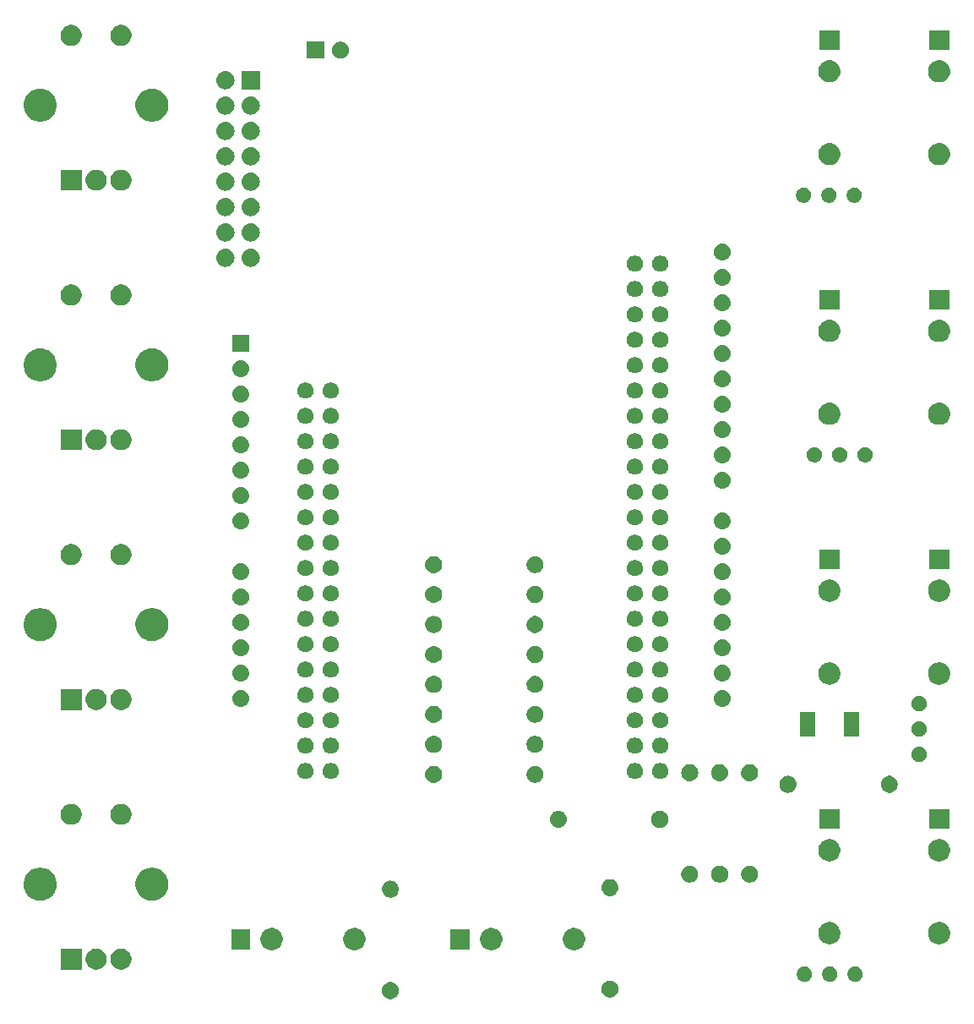
<source format=gbr>
G04 #@! TF.GenerationSoftware,KiCad,Pcbnew,5.0.1*
G04 #@! TF.CreationDate,2019-05-06T23:41:24+02:00*
G04 #@! TF.ProjectId,plastik,706C617374696B2E6B696361645F7063,rev?*
G04 #@! TF.SameCoordinates,Original*
G04 #@! TF.FileFunction,Soldermask,Top*
G04 #@! TF.FilePolarity,Negative*
%FSLAX46Y46*%
G04 Gerber Fmt 4.6, Leading zero omitted, Abs format (unit mm)*
G04 Created by KiCad (PCBNEW 5.0.1) date Mo 06 Mai 2019 23:41:24 CEST*
%MOMM*%
%LPD*%
G01*
G04 APERTURE LIST*
%ADD10C,0.100000*%
G04 APERTURE END LIST*
D10*
G36*
X126748228Y-134341703D02*
X126903100Y-134405853D01*
X127042481Y-134498985D01*
X127161015Y-134617519D01*
X127254147Y-134756900D01*
X127318297Y-134911772D01*
X127351000Y-135076184D01*
X127351000Y-135243816D01*
X127318297Y-135408228D01*
X127254147Y-135563100D01*
X127161015Y-135702481D01*
X127042481Y-135821015D01*
X126903100Y-135914147D01*
X126748228Y-135978297D01*
X126583816Y-136011000D01*
X126416184Y-136011000D01*
X126251772Y-135978297D01*
X126096900Y-135914147D01*
X125957519Y-135821015D01*
X125838985Y-135702481D01*
X125745853Y-135563100D01*
X125681703Y-135408228D01*
X125649000Y-135243816D01*
X125649000Y-135076184D01*
X125681703Y-134911772D01*
X125745853Y-134756900D01*
X125838985Y-134617519D01*
X125957519Y-134498985D01*
X126096900Y-134405853D01*
X126251772Y-134341703D01*
X126416184Y-134309000D01*
X126583816Y-134309000D01*
X126748228Y-134341703D01*
X126748228Y-134341703D01*
G37*
G36*
X148748228Y-134181703D02*
X148903100Y-134245853D01*
X149042481Y-134338985D01*
X149161015Y-134457519D01*
X149254147Y-134596900D01*
X149318297Y-134751772D01*
X149351000Y-134916184D01*
X149351000Y-135083816D01*
X149318297Y-135248228D01*
X149254147Y-135403100D01*
X149161015Y-135542481D01*
X149042481Y-135661015D01*
X148903100Y-135754147D01*
X148748228Y-135818297D01*
X148583816Y-135851000D01*
X148416184Y-135851000D01*
X148251772Y-135818297D01*
X148096900Y-135754147D01*
X147957519Y-135661015D01*
X147838985Y-135542481D01*
X147745853Y-135403100D01*
X147681703Y-135248228D01*
X147649000Y-135083816D01*
X147649000Y-134916184D01*
X147681703Y-134751772D01*
X147745853Y-134596900D01*
X147838985Y-134457519D01*
X147957519Y-134338985D01*
X148096900Y-134245853D01*
X148251772Y-134181703D01*
X148416184Y-134149000D01*
X148583816Y-134149000D01*
X148748228Y-134181703D01*
X148748228Y-134181703D01*
G37*
G36*
X168125589Y-132738876D02*
X168224893Y-132758629D01*
X168365206Y-132816748D01*
X168491484Y-132901125D01*
X168598875Y-133008516D01*
X168683252Y-133134794D01*
X168741371Y-133275107D01*
X168771000Y-133424063D01*
X168771000Y-133575937D01*
X168741371Y-133724893D01*
X168683252Y-133865206D01*
X168598875Y-133991484D01*
X168491484Y-134098875D01*
X168365206Y-134183252D01*
X168224893Y-134241371D01*
X168125589Y-134261124D01*
X168075938Y-134271000D01*
X167924062Y-134271000D01*
X167874411Y-134261124D01*
X167775107Y-134241371D01*
X167634794Y-134183252D01*
X167508516Y-134098875D01*
X167401125Y-133991484D01*
X167316748Y-133865206D01*
X167258629Y-133724893D01*
X167229000Y-133575937D01*
X167229000Y-133424063D01*
X167258629Y-133275107D01*
X167316748Y-133134794D01*
X167401125Y-133008516D01*
X167508516Y-132901125D01*
X167634794Y-132816748D01*
X167775107Y-132758629D01*
X167874411Y-132738876D01*
X167924062Y-132729000D01*
X168075938Y-132729000D01*
X168125589Y-132738876D01*
X168125589Y-132738876D01*
G37*
G36*
X173205589Y-132738876D02*
X173304893Y-132758629D01*
X173445206Y-132816748D01*
X173571484Y-132901125D01*
X173678875Y-133008516D01*
X173763252Y-133134794D01*
X173821371Y-133275107D01*
X173851000Y-133424063D01*
X173851000Y-133575937D01*
X173821371Y-133724893D01*
X173763252Y-133865206D01*
X173678875Y-133991484D01*
X173571484Y-134098875D01*
X173445206Y-134183252D01*
X173304893Y-134241371D01*
X173205589Y-134261124D01*
X173155938Y-134271000D01*
X173004062Y-134271000D01*
X172954411Y-134261124D01*
X172855107Y-134241371D01*
X172714794Y-134183252D01*
X172588516Y-134098875D01*
X172481125Y-133991484D01*
X172396748Y-133865206D01*
X172338629Y-133724893D01*
X172309000Y-133575937D01*
X172309000Y-133424063D01*
X172338629Y-133275107D01*
X172396748Y-133134794D01*
X172481125Y-133008516D01*
X172588516Y-132901125D01*
X172714794Y-132816748D01*
X172855107Y-132758629D01*
X172954411Y-132738876D01*
X173004062Y-132729000D01*
X173155938Y-132729000D01*
X173205589Y-132738876D01*
X173205589Y-132738876D01*
G37*
G36*
X170665589Y-132738876D02*
X170764893Y-132758629D01*
X170905206Y-132816748D01*
X171031484Y-132901125D01*
X171138875Y-133008516D01*
X171223252Y-133134794D01*
X171281371Y-133275107D01*
X171311000Y-133424063D01*
X171311000Y-133575937D01*
X171281371Y-133724893D01*
X171223252Y-133865206D01*
X171138875Y-133991484D01*
X171031484Y-134098875D01*
X170905206Y-134183252D01*
X170764893Y-134241371D01*
X170665589Y-134261124D01*
X170615938Y-134271000D01*
X170464062Y-134271000D01*
X170414411Y-134261124D01*
X170315107Y-134241371D01*
X170174794Y-134183252D01*
X170048516Y-134098875D01*
X169941125Y-133991484D01*
X169856748Y-133865206D01*
X169798629Y-133724893D01*
X169769000Y-133575937D01*
X169769000Y-133424063D01*
X169798629Y-133275107D01*
X169856748Y-133134794D01*
X169941125Y-133008516D01*
X170048516Y-132901125D01*
X170174794Y-132816748D01*
X170315107Y-132758629D01*
X170414411Y-132738876D01*
X170464062Y-132729000D01*
X170615938Y-132729000D01*
X170665589Y-132738876D01*
X170665589Y-132738876D01*
G37*
G36*
X95551000Y-133051000D02*
X93449000Y-133051000D01*
X93449000Y-130949000D01*
X95551000Y-130949000D01*
X95551000Y-133051000D01*
X95551000Y-133051000D01*
G37*
G36*
X99806565Y-130989389D02*
X99997834Y-131068615D01*
X100169976Y-131183637D01*
X100316363Y-131330024D01*
X100431385Y-131502166D01*
X100510611Y-131693435D01*
X100551000Y-131896484D01*
X100551000Y-132103516D01*
X100510611Y-132306565D01*
X100431385Y-132497834D01*
X100316363Y-132669976D01*
X100169976Y-132816363D01*
X99997834Y-132931385D01*
X99806565Y-133010611D01*
X99603516Y-133051000D01*
X99396484Y-133051000D01*
X99193435Y-133010611D01*
X99002166Y-132931385D01*
X98830024Y-132816363D01*
X98683637Y-132669976D01*
X98568615Y-132497834D01*
X98489389Y-132306565D01*
X98449000Y-132103516D01*
X98449000Y-131896484D01*
X98489389Y-131693435D01*
X98568615Y-131502166D01*
X98683637Y-131330024D01*
X98830024Y-131183637D01*
X99002166Y-131068615D01*
X99193435Y-130989389D01*
X99396484Y-130949000D01*
X99603516Y-130949000D01*
X99806565Y-130989389D01*
X99806565Y-130989389D01*
G37*
G36*
X97306565Y-130989389D02*
X97497834Y-131068615D01*
X97669976Y-131183637D01*
X97816363Y-131330024D01*
X97931385Y-131502166D01*
X98010611Y-131693435D01*
X98051000Y-131896484D01*
X98051000Y-132103516D01*
X98010611Y-132306565D01*
X97931385Y-132497834D01*
X97816363Y-132669976D01*
X97669976Y-132816363D01*
X97497834Y-132931385D01*
X97306565Y-133010611D01*
X97103516Y-133051000D01*
X96896484Y-133051000D01*
X96693435Y-133010611D01*
X96502166Y-132931385D01*
X96330024Y-132816363D01*
X96183637Y-132669976D01*
X96068615Y-132497834D01*
X95989389Y-132306565D01*
X95949000Y-132103516D01*
X95949000Y-131896484D01*
X95989389Y-131693435D01*
X96068615Y-131502166D01*
X96183637Y-131330024D01*
X96330024Y-131183637D01*
X96502166Y-131068615D01*
X96693435Y-130989389D01*
X96896484Y-130949000D01*
X97103516Y-130949000D01*
X97306565Y-130989389D01*
X97306565Y-130989389D01*
G37*
G36*
X145153655Y-128912591D02*
X145225525Y-128926887D01*
X145428624Y-129011013D01*
X145611412Y-129133148D01*
X145766852Y-129288588D01*
X145766854Y-129288591D01*
X145888987Y-129471376D01*
X145904952Y-129509918D01*
X145973113Y-129674476D01*
X146016000Y-129890082D01*
X146016000Y-130109918D01*
X145973113Y-130325524D01*
X145888987Y-130528624D01*
X145766852Y-130711412D01*
X145611412Y-130866852D01*
X145611409Y-130866854D01*
X145428624Y-130988987D01*
X145225525Y-131073113D01*
X145153655Y-131087409D01*
X145009918Y-131116000D01*
X144790082Y-131116000D01*
X144646345Y-131087409D01*
X144574475Y-131073113D01*
X144371376Y-130988987D01*
X144188591Y-130866854D01*
X144188588Y-130866852D01*
X144033148Y-130711412D01*
X143911013Y-130528624D01*
X143826887Y-130325524D01*
X143784000Y-130109918D01*
X143784000Y-129890082D01*
X143826887Y-129674476D01*
X143895049Y-129509918D01*
X143911013Y-129471376D01*
X144033146Y-129288591D01*
X144033148Y-129288588D01*
X144188588Y-129133148D01*
X144371376Y-129011013D01*
X144574475Y-128926887D01*
X144646345Y-128912591D01*
X144790082Y-128884000D01*
X145009918Y-128884000D01*
X145153655Y-128912591D01*
X145153655Y-128912591D01*
G37*
G36*
X123153655Y-128912591D02*
X123225525Y-128926887D01*
X123428624Y-129011013D01*
X123611412Y-129133148D01*
X123766852Y-129288588D01*
X123766854Y-129288591D01*
X123888987Y-129471376D01*
X123904952Y-129509918D01*
X123973113Y-129674476D01*
X124016000Y-129890082D01*
X124016000Y-130109918D01*
X123973113Y-130325524D01*
X123888987Y-130528624D01*
X123766852Y-130711412D01*
X123611412Y-130866852D01*
X123611409Y-130866854D01*
X123428624Y-130988987D01*
X123225525Y-131073113D01*
X123153655Y-131087409D01*
X123009918Y-131116000D01*
X122790082Y-131116000D01*
X122646345Y-131087409D01*
X122574475Y-131073113D01*
X122371376Y-130988987D01*
X122188591Y-130866854D01*
X122188588Y-130866852D01*
X122033148Y-130711412D01*
X121911013Y-130528624D01*
X121826887Y-130325524D01*
X121784000Y-130109918D01*
X121784000Y-129890082D01*
X121826887Y-129674476D01*
X121895049Y-129509918D01*
X121911013Y-129471376D01*
X122033146Y-129288591D01*
X122033148Y-129288588D01*
X122188588Y-129133148D01*
X122371376Y-129011013D01*
X122574475Y-128926887D01*
X122646345Y-128912591D01*
X122790082Y-128884000D01*
X123009918Y-128884000D01*
X123153655Y-128912591D01*
X123153655Y-128912591D01*
G37*
G36*
X114853655Y-128912591D02*
X114925525Y-128926887D01*
X115128624Y-129011013D01*
X115311412Y-129133148D01*
X115466852Y-129288588D01*
X115466854Y-129288591D01*
X115588987Y-129471376D01*
X115604952Y-129509918D01*
X115673113Y-129674476D01*
X115716000Y-129890082D01*
X115716000Y-130109918D01*
X115673113Y-130325524D01*
X115588987Y-130528624D01*
X115466852Y-130711412D01*
X115311412Y-130866852D01*
X115311409Y-130866854D01*
X115128624Y-130988987D01*
X114925525Y-131073113D01*
X114853655Y-131087409D01*
X114709918Y-131116000D01*
X114490082Y-131116000D01*
X114346345Y-131087409D01*
X114274475Y-131073113D01*
X114071376Y-130988987D01*
X113888591Y-130866854D01*
X113888588Y-130866852D01*
X113733148Y-130711412D01*
X113611013Y-130528624D01*
X113526887Y-130325524D01*
X113484000Y-130109918D01*
X113484000Y-129890082D01*
X113526887Y-129674476D01*
X113595049Y-129509918D01*
X113611013Y-129471376D01*
X113733146Y-129288591D01*
X113733148Y-129288588D01*
X113888588Y-129133148D01*
X114071376Y-129011013D01*
X114274475Y-128926887D01*
X114346345Y-128912591D01*
X114490082Y-128884000D01*
X114709918Y-128884000D01*
X114853655Y-128912591D01*
X114853655Y-128912591D01*
G37*
G36*
X136853655Y-128912591D02*
X136925525Y-128926887D01*
X137128624Y-129011013D01*
X137311412Y-129133148D01*
X137466852Y-129288588D01*
X137466854Y-129288591D01*
X137588987Y-129471376D01*
X137604952Y-129509918D01*
X137673113Y-129674476D01*
X137716000Y-129890082D01*
X137716000Y-130109918D01*
X137673113Y-130325524D01*
X137588987Y-130528624D01*
X137466852Y-130711412D01*
X137311412Y-130866852D01*
X137311409Y-130866854D01*
X137128624Y-130988987D01*
X136925525Y-131073113D01*
X136853655Y-131087409D01*
X136709918Y-131116000D01*
X136490082Y-131116000D01*
X136346345Y-131087409D01*
X136274475Y-131073113D01*
X136071376Y-130988987D01*
X135888591Y-130866854D01*
X135888588Y-130866852D01*
X135733148Y-130711412D01*
X135611013Y-130528624D01*
X135526887Y-130325524D01*
X135484000Y-130109918D01*
X135484000Y-129890082D01*
X135526887Y-129674476D01*
X135595049Y-129509918D01*
X135611013Y-129471376D01*
X135733146Y-129288591D01*
X135733148Y-129288588D01*
X135888588Y-129133148D01*
X136071376Y-129011013D01*
X136274475Y-128926887D01*
X136346345Y-128912591D01*
X136490082Y-128884000D01*
X136709918Y-128884000D01*
X136853655Y-128912591D01*
X136853655Y-128912591D01*
G37*
G36*
X112466000Y-131016000D02*
X110534000Y-131016000D01*
X110534000Y-128984000D01*
X112466000Y-128984000D01*
X112466000Y-131016000D01*
X112466000Y-131016000D01*
G37*
G36*
X134466000Y-131016000D02*
X132534000Y-131016000D01*
X132534000Y-128984000D01*
X134466000Y-128984000D01*
X134466000Y-131016000D01*
X134466000Y-131016000D01*
G37*
G36*
X170753655Y-128312591D02*
X170825525Y-128326887D01*
X171028624Y-128411013D01*
X171211412Y-128533148D01*
X171366852Y-128688588D01*
X171488987Y-128871376D01*
X171573113Y-129074476D01*
X171615703Y-129288588D01*
X171616000Y-129290084D01*
X171616000Y-129509916D01*
X171573113Y-129725525D01*
X171504951Y-129890084D01*
X171488987Y-129928624D01*
X171366852Y-130111412D01*
X171211412Y-130266852D01*
X171211409Y-130266854D01*
X171028624Y-130388987D01*
X170825525Y-130473113D01*
X170753655Y-130487409D01*
X170609918Y-130516000D01*
X170390082Y-130516000D01*
X170246345Y-130487409D01*
X170174475Y-130473113D01*
X169971376Y-130388987D01*
X169788591Y-130266854D01*
X169788588Y-130266852D01*
X169633148Y-130111412D01*
X169511013Y-129928624D01*
X169495049Y-129890084D01*
X169426887Y-129725525D01*
X169384000Y-129509916D01*
X169384000Y-129290084D01*
X169384298Y-129288588D01*
X169426887Y-129074476D01*
X169511013Y-128871376D01*
X169633148Y-128688588D01*
X169788588Y-128533148D01*
X169971376Y-128411013D01*
X170174475Y-128326887D01*
X170246345Y-128312591D01*
X170390082Y-128284000D01*
X170609918Y-128284000D01*
X170753655Y-128312591D01*
X170753655Y-128312591D01*
G37*
G36*
X181753655Y-128312591D02*
X181825525Y-128326887D01*
X182028624Y-128411013D01*
X182211412Y-128533148D01*
X182366852Y-128688588D01*
X182488987Y-128871376D01*
X182573113Y-129074476D01*
X182615703Y-129288588D01*
X182616000Y-129290084D01*
X182616000Y-129509916D01*
X182573113Y-129725525D01*
X182504951Y-129890084D01*
X182488987Y-129928624D01*
X182366852Y-130111412D01*
X182211412Y-130266852D01*
X182211409Y-130266854D01*
X182028624Y-130388987D01*
X181825525Y-130473113D01*
X181753655Y-130487409D01*
X181609918Y-130516000D01*
X181390082Y-130516000D01*
X181246345Y-130487409D01*
X181174475Y-130473113D01*
X180971376Y-130388987D01*
X180788591Y-130266854D01*
X180788588Y-130266852D01*
X180633148Y-130111412D01*
X180511013Y-129928624D01*
X180495049Y-129890084D01*
X180426887Y-129725525D01*
X180384000Y-129509916D01*
X180384000Y-129290084D01*
X180384298Y-129288588D01*
X180426887Y-129074476D01*
X180511013Y-128871376D01*
X180633148Y-128688588D01*
X180788588Y-128533148D01*
X180971376Y-128411013D01*
X181174475Y-128326887D01*
X181246345Y-128312591D01*
X181390082Y-128284000D01*
X181609918Y-128284000D01*
X181753655Y-128312591D01*
X181753655Y-128312591D01*
G37*
G36*
X91775256Y-122891298D02*
X91881579Y-122912447D01*
X92182042Y-123036903D01*
X92448852Y-123215180D01*
X92452454Y-123217587D01*
X92682413Y-123447546D01*
X92682415Y-123447549D01*
X92863097Y-123717958D01*
X92980467Y-124001313D01*
X92987553Y-124018422D01*
X93051000Y-124337389D01*
X93051000Y-124662611D01*
X93017072Y-124833175D01*
X92987553Y-124981579D01*
X92863097Y-125282042D01*
X92734114Y-125475078D01*
X92682413Y-125552454D01*
X92452454Y-125782413D01*
X92452451Y-125782415D01*
X92182042Y-125963097D01*
X91881579Y-126087553D01*
X91775256Y-126108702D01*
X91562611Y-126151000D01*
X91237389Y-126151000D01*
X91024744Y-126108702D01*
X90918421Y-126087553D01*
X90617958Y-125963097D01*
X90347549Y-125782415D01*
X90347546Y-125782413D01*
X90117587Y-125552454D01*
X90065886Y-125475078D01*
X89936903Y-125282042D01*
X89812447Y-124981579D01*
X89782928Y-124833175D01*
X89749000Y-124662611D01*
X89749000Y-124337389D01*
X89812447Y-124018422D01*
X89819534Y-124001313D01*
X89936903Y-123717958D01*
X90117585Y-123447549D01*
X90117587Y-123447546D01*
X90347546Y-123217587D01*
X90351148Y-123215180D01*
X90617958Y-123036903D01*
X90918421Y-122912447D01*
X91024744Y-122891298D01*
X91237389Y-122849000D01*
X91562611Y-122849000D01*
X91775256Y-122891298D01*
X91775256Y-122891298D01*
G37*
G36*
X102975256Y-122891298D02*
X103081579Y-122912447D01*
X103382042Y-123036903D01*
X103648852Y-123215180D01*
X103652454Y-123217587D01*
X103882413Y-123447546D01*
X103882415Y-123447549D01*
X104063097Y-123717958D01*
X104180467Y-124001313D01*
X104187553Y-124018422D01*
X104251000Y-124337389D01*
X104251000Y-124662611D01*
X104217072Y-124833175D01*
X104187553Y-124981579D01*
X104063097Y-125282042D01*
X103934114Y-125475078D01*
X103882413Y-125552454D01*
X103652454Y-125782413D01*
X103652451Y-125782415D01*
X103382042Y-125963097D01*
X103081579Y-126087553D01*
X102975256Y-126108702D01*
X102762611Y-126151000D01*
X102437389Y-126151000D01*
X102224744Y-126108702D01*
X102118421Y-126087553D01*
X101817958Y-125963097D01*
X101547549Y-125782415D01*
X101547546Y-125782413D01*
X101317587Y-125552454D01*
X101265886Y-125475078D01*
X101136903Y-125282042D01*
X101012447Y-124981579D01*
X100982928Y-124833175D01*
X100949000Y-124662611D01*
X100949000Y-124337389D01*
X101012447Y-124018422D01*
X101019534Y-124001313D01*
X101136903Y-123717958D01*
X101317585Y-123447549D01*
X101317587Y-123447546D01*
X101547546Y-123217587D01*
X101551148Y-123215180D01*
X101817958Y-123036903D01*
X102118421Y-122912447D01*
X102224744Y-122891298D01*
X102437389Y-122849000D01*
X102762611Y-122849000D01*
X102975256Y-122891298D01*
X102975256Y-122891298D01*
G37*
G36*
X126666821Y-124161313D02*
X126666824Y-124161314D01*
X126666825Y-124161314D01*
X126827239Y-124209975D01*
X126827241Y-124209976D01*
X126827244Y-124209977D01*
X126975078Y-124288995D01*
X127104659Y-124395341D01*
X127211005Y-124524922D01*
X127290023Y-124672756D01*
X127290024Y-124672759D01*
X127290025Y-124672761D01*
X127338686Y-124833175D01*
X127338687Y-124833179D01*
X127355117Y-125000000D01*
X127338687Y-125166821D01*
X127290023Y-125327244D01*
X127211005Y-125475078D01*
X127104659Y-125604659D01*
X126975078Y-125711005D01*
X126827244Y-125790023D01*
X126827241Y-125790024D01*
X126827239Y-125790025D01*
X126666825Y-125838686D01*
X126666824Y-125838686D01*
X126666821Y-125838687D01*
X126541804Y-125851000D01*
X126458196Y-125851000D01*
X126333179Y-125838687D01*
X126333176Y-125838686D01*
X126333175Y-125838686D01*
X126172761Y-125790025D01*
X126172759Y-125790024D01*
X126172756Y-125790023D01*
X126024922Y-125711005D01*
X125895341Y-125604659D01*
X125788995Y-125475078D01*
X125709977Y-125327244D01*
X125661313Y-125166821D01*
X125644883Y-125000000D01*
X125661313Y-124833179D01*
X125661314Y-124833175D01*
X125709975Y-124672761D01*
X125709976Y-124672759D01*
X125709977Y-124672756D01*
X125788995Y-124524922D01*
X125895341Y-124395341D01*
X126024922Y-124288995D01*
X126172756Y-124209977D01*
X126172759Y-124209976D01*
X126172761Y-124209975D01*
X126333175Y-124161314D01*
X126333176Y-124161314D01*
X126333179Y-124161313D01*
X126458196Y-124149000D01*
X126541804Y-124149000D01*
X126666821Y-124161313D01*
X126666821Y-124161313D01*
G37*
G36*
X148666821Y-124001313D02*
X148666824Y-124001314D01*
X148666825Y-124001314D01*
X148827239Y-124049975D01*
X148827241Y-124049976D01*
X148827244Y-124049977D01*
X148975078Y-124128995D01*
X149104659Y-124235341D01*
X149211005Y-124364922D01*
X149290023Y-124512756D01*
X149338687Y-124673179D01*
X149355117Y-124840000D01*
X149338687Y-125006821D01*
X149338686Y-125006824D01*
X149338686Y-125006825D01*
X149290151Y-125166825D01*
X149290023Y-125167244D01*
X149211005Y-125315078D01*
X149104659Y-125444659D01*
X148975078Y-125551005D01*
X148827244Y-125630023D01*
X148827241Y-125630024D01*
X148827239Y-125630025D01*
X148666825Y-125678686D01*
X148666824Y-125678686D01*
X148666821Y-125678687D01*
X148541804Y-125691000D01*
X148458196Y-125691000D01*
X148333179Y-125678687D01*
X148333176Y-125678686D01*
X148333175Y-125678686D01*
X148172761Y-125630025D01*
X148172759Y-125630024D01*
X148172756Y-125630023D01*
X148024922Y-125551005D01*
X147895341Y-125444659D01*
X147788995Y-125315078D01*
X147709977Y-125167244D01*
X147709850Y-125166825D01*
X147661314Y-125006825D01*
X147661314Y-125006824D01*
X147661313Y-125006821D01*
X147644883Y-124840000D01*
X147661313Y-124673179D01*
X147709977Y-124512756D01*
X147788995Y-124364922D01*
X147895341Y-124235341D01*
X148024922Y-124128995D01*
X148172756Y-124049977D01*
X148172759Y-124049976D01*
X148172761Y-124049975D01*
X148333175Y-124001314D01*
X148333176Y-124001314D01*
X148333179Y-124001313D01*
X148458196Y-123989000D01*
X148541804Y-123989000D01*
X148666821Y-124001313D01*
X148666821Y-124001313D01*
G37*
G36*
X156748228Y-122681703D02*
X156903100Y-122745853D01*
X157042481Y-122838985D01*
X157161015Y-122957519D01*
X157254147Y-123096900D01*
X157318297Y-123251772D01*
X157351000Y-123416184D01*
X157351000Y-123583816D01*
X157318297Y-123748228D01*
X157254147Y-123903100D01*
X157161015Y-124042481D01*
X157042481Y-124161015D01*
X156903100Y-124254147D01*
X156748228Y-124318297D01*
X156583816Y-124351000D01*
X156416184Y-124351000D01*
X156251772Y-124318297D01*
X156096900Y-124254147D01*
X155957519Y-124161015D01*
X155838985Y-124042481D01*
X155745853Y-123903100D01*
X155681703Y-123748228D01*
X155649000Y-123583816D01*
X155649000Y-123416184D01*
X155681703Y-123251772D01*
X155745853Y-123096900D01*
X155838985Y-122957519D01*
X155957519Y-122838985D01*
X156096900Y-122745853D01*
X156251772Y-122681703D01*
X156416184Y-122649000D01*
X156583816Y-122649000D01*
X156748228Y-122681703D01*
X156748228Y-122681703D01*
G37*
G36*
X159748228Y-122681703D02*
X159903100Y-122745853D01*
X160042481Y-122838985D01*
X160161015Y-122957519D01*
X160254147Y-123096900D01*
X160318297Y-123251772D01*
X160351000Y-123416184D01*
X160351000Y-123583816D01*
X160318297Y-123748228D01*
X160254147Y-123903100D01*
X160161015Y-124042481D01*
X160042481Y-124161015D01*
X159903100Y-124254147D01*
X159748228Y-124318297D01*
X159583816Y-124351000D01*
X159416184Y-124351000D01*
X159251772Y-124318297D01*
X159096900Y-124254147D01*
X158957519Y-124161015D01*
X158838985Y-124042481D01*
X158745853Y-123903100D01*
X158681703Y-123748228D01*
X158649000Y-123583816D01*
X158649000Y-123416184D01*
X158681703Y-123251772D01*
X158745853Y-123096900D01*
X158838985Y-122957519D01*
X158957519Y-122838985D01*
X159096900Y-122745853D01*
X159251772Y-122681703D01*
X159416184Y-122649000D01*
X159583816Y-122649000D01*
X159748228Y-122681703D01*
X159748228Y-122681703D01*
G37*
G36*
X162748228Y-122681703D02*
X162903100Y-122745853D01*
X163042481Y-122838985D01*
X163161015Y-122957519D01*
X163254147Y-123096900D01*
X163318297Y-123251772D01*
X163351000Y-123416184D01*
X163351000Y-123583816D01*
X163318297Y-123748228D01*
X163254147Y-123903100D01*
X163161015Y-124042481D01*
X163042481Y-124161015D01*
X162903100Y-124254147D01*
X162748228Y-124318297D01*
X162583816Y-124351000D01*
X162416184Y-124351000D01*
X162251772Y-124318297D01*
X162096900Y-124254147D01*
X161957519Y-124161015D01*
X161838985Y-124042481D01*
X161745853Y-123903100D01*
X161681703Y-123748228D01*
X161649000Y-123583816D01*
X161649000Y-123416184D01*
X161681703Y-123251772D01*
X161745853Y-123096900D01*
X161838985Y-122957519D01*
X161957519Y-122838985D01*
X162096900Y-122745853D01*
X162251772Y-122681703D01*
X162416184Y-122649000D01*
X162583816Y-122649000D01*
X162748228Y-122681703D01*
X162748228Y-122681703D01*
G37*
G36*
X170753655Y-120012591D02*
X170825525Y-120026887D01*
X171028624Y-120111013D01*
X171211412Y-120233148D01*
X171366852Y-120388588D01*
X171488987Y-120571376D01*
X171573113Y-120774476D01*
X171616000Y-120990082D01*
X171616000Y-121209918D01*
X171573113Y-121425524D01*
X171488987Y-121628624D01*
X171366852Y-121811412D01*
X171211412Y-121966852D01*
X171211409Y-121966854D01*
X171028624Y-122088987D01*
X170825525Y-122173113D01*
X170753655Y-122187409D01*
X170609918Y-122216000D01*
X170390082Y-122216000D01*
X170246345Y-122187409D01*
X170174475Y-122173113D01*
X169971376Y-122088987D01*
X169788591Y-121966854D01*
X169788588Y-121966852D01*
X169633148Y-121811412D01*
X169511013Y-121628624D01*
X169426887Y-121425524D01*
X169384000Y-121209918D01*
X169384000Y-120990082D01*
X169426887Y-120774476D01*
X169511013Y-120571376D01*
X169633148Y-120388588D01*
X169788588Y-120233148D01*
X169971376Y-120111013D01*
X170174475Y-120026887D01*
X170246345Y-120012591D01*
X170390082Y-119984000D01*
X170609918Y-119984000D01*
X170753655Y-120012591D01*
X170753655Y-120012591D01*
G37*
G36*
X181753655Y-120012591D02*
X181825525Y-120026887D01*
X182028624Y-120111013D01*
X182211412Y-120233148D01*
X182366852Y-120388588D01*
X182488987Y-120571376D01*
X182573113Y-120774476D01*
X182616000Y-120990082D01*
X182616000Y-121209918D01*
X182573113Y-121425524D01*
X182488987Y-121628624D01*
X182366852Y-121811412D01*
X182211412Y-121966852D01*
X182211409Y-121966854D01*
X182028624Y-122088987D01*
X181825525Y-122173113D01*
X181753655Y-122187409D01*
X181609918Y-122216000D01*
X181390082Y-122216000D01*
X181246345Y-122187409D01*
X181174475Y-122173113D01*
X180971376Y-122088987D01*
X180788591Y-121966854D01*
X180788588Y-121966852D01*
X180633148Y-121811412D01*
X180511013Y-121628624D01*
X180426887Y-121425524D01*
X180384000Y-121209918D01*
X180384000Y-120990082D01*
X180426887Y-120774476D01*
X180511013Y-120571376D01*
X180633148Y-120388588D01*
X180788588Y-120233148D01*
X180971376Y-120111013D01*
X181174475Y-120026887D01*
X181246345Y-120012591D01*
X181390082Y-119984000D01*
X181609918Y-119984000D01*
X181753655Y-120012591D01*
X181753655Y-120012591D01*
G37*
G36*
X182516000Y-118966000D02*
X180484000Y-118966000D01*
X180484000Y-117034000D01*
X182516000Y-117034000D01*
X182516000Y-118966000D01*
X182516000Y-118966000D01*
G37*
G36*
X171516000Y-118966000D02*
X169484000Y-118966000D01*
X169484000Y-117034000D01*
X171516000Y-117034000D01*
X171516000Y-118966000D01*
X171516000Y-118966000D01*
G37*
G36*
X153748228Y-117181703D02*
X153903100Y-117245853D01*
X154042481Y-117338985D01*
X154161015Y-117457519D01*
X154254147Y-117596900D01*
X154318297Y-117751772D01*
X154351000Y-117916184D01*
X154351000Y-118083816D01*
X154318297Y-118248228D01*
X154254147Y-118403100D01*
X154161015Y-118542481D01*
X154042481Y-118661015D01*
X153903100Y-118754147D01*
X153748228Y-118818297D01*
X153583816Y-118851000D01*
X153416184Y-118851000D01*
X153251772Y-118818297D01*
X153096900Y-118754147D01*
X152957519Y-118661015D01*
X152838985Y-118542481D01*
X152745853Y-118403100D01*
X152681703Y-118248228D01*
X152649000Y-118083816D01*
X152649000Y-117916184D01*
X152681703Y-117751772D01*
X152745853Y-117596900D01*
X152838985Y-117457519D01*
X152957519Y-117338985D01*
X153096900Y-117245853D01*
X153251772Y-117181703D01*
X153416184Y-117149000D01*
X153583816Y-117149000D01*
X153748228Y-117181703D01*
X153748228Y-117181703D01*
G37*
G36*
X143506821Y-117161313D02*
X143506824Y-117161314D01*
X143506825Y-117161314D01*
X143667239Y-117209975D01*
X143667241Y-117209976D01*
X143667244Y-117209977D01*
X143815078Y-117288995D01*
X143944659Y-117395341D01*
X144051005Y-117524922D01*
X144130023Y-117672756D01*
X144130024Y-117672759D01*
X144130025Y-117672761D01*
X144170614Y-117806565D01*
X144178687Y-117833179D01*
X144195117Y-118000000D01*
X144178687Y-118166821D01*
X144178686Y-118166824D01*
X144178686Y-118166825D01*
X144133324Y-118316365D01*
X144130023Y-118327244D01*
X144051005Y-118475078D01*
X143944659Y-118604659D01*
X143815078Y-118711005D01*
X143667244Y-118790023D01*
X143667241Y-118790024D01*
X143667239Y-118790025D01*
X143506825Y-118838686D01*
X143506824Y-118838686D01*
X143506821Y-118838687D01*
X143381804Y-118851000D01*
X143298196Y-118851000D01*
X143173179Y-118838687D01*
X143173176Y-118838686D01*
X143173175Y-118838686D01*
X143012761Y-118790025D01*
X143012759Y-118790024D01*
X143012756Y-118790023D01*
X142864922Y-118711005D01*
X142735341Y-118604659D01*
X142628995Y-118475078D01*
X142549977Y-118327244D01*
X142546677Y-118316365D01*
X142501314Y-118166825D01*
X142501314Y-118166824D01*
X142501313Y-118166821D01*
X142484883Y-118000000D01*
X142501313Y-117833179D01*
X142509386Y-117806565D01*
X142549975Y-117672761D01*
X142549976Y-117672759D01*
X142549977Y-117672756D01*
X142628995Y-117524922D01*
X142735341Y-117395341D01*
X142864922Y-117288995D01*
X143012756Y-117209977D01*
X143012759Y-117209976D01*
X143012761Y-117209975D01*
X143173175Y-117161314D01*
X143173176Y-117161314D01*
X143173179Y-117161313D01*
X143298196Y-117149000D01*
X143381804Y-117149000D01*
X143506821Y-117161313D01*
X143506821Y-117161313D01*
G37*
G36*
X94806565Y-116489389D02*
X94997834Y-116568615D01*
X95169976Y-116683637D01*
X95316363Y-116830024D01*
X95431385Y-117002166D01*
X95510611Y-117193435D01*
X95551000Y-117396484D01*
X95551000Y-117603516D01*
X95510611Y-117806565D01*
X95431385Y-117997834D01*
X95316363Y-118169976D01*
X95169976Y-118316363D01*
X94997834Y-118431385D01*
X94806565Y-118510611D01*
X94603516Y-118551000D01*
X94396484Y-118551000D01*
X94193435Y-118510611D01*
X94002166Y-118431385D01*
X93830024Y-118316363D01*
X93683637Y-118169976D01*
X93568615Y-117997834D01*
X93489389Y-117806565D01*
X93449000Y-117603516D01*
X93449000Y-117396484D01*
X93489389Y-117193435D01*
X93568615Y-117002166D01*
X93683637Y-116830024D01*
X93830024Y-116683637D01*
X94002166Y-116568615D01*
X94193435Y-116489389D01*
X94396484Y-116449000D01*
X94603516Y-116449000D01*
X94806565Y-116489389D01*
X94806565Y-116489389D01*
G37*
G36*
X99806565Y-116489389D02*
X99997834Y-116568615D01*
X100169976Y-116683637D01*
X100316363Y-116830024D01*
X100431385Y-117002166D01*
X100510611Y-117193435D01*
X100551000Y-117396484D01*
X100551000Y-117603516D01*
X100510611Y-117806565D01*
X100431385Y-117997834D01*
X100316363Y-118169976D01*
X100169976Y-118316363D01*
X99997834Y-118431385D01*
X99806565Y-118510611D01*
X99603516Y-118551000D01*
X99396484Y-118551000D01*
X99193435Y-118510611D01*
X99002166Y-118431385D01*
X98830024Y-118316363D01*
X98683637Y-118169976D01*
X98568615Y-117997834D01*
X98489389Y-117806565D01*
X98449000Y-117603516D01*
X98449000Y-117396484D01*
X98489389Y-117193435D01*
X98568615Y-117002166D01*
X98683637Y-116830024D01*
X98830024Y-116683637D01*
X99002166Y-116568615D01*
X99193435Y-116489389D01*
X99396484Y-116449000D01*
X99603516Y-116449000D01*
X99806565Y-116489389D01*
X99806565Y-116489389D01*
G37*
G36*
X176748228Y-113681703D02*
X176903100Y-113745853D01*
X177042481Y-113838985D01*
X177161015Y-113957519D01*
X177254147Y-114096900D01*
X177318297Y-114251772D01*
X177351000Y-114416184D01*
X177351000Y-114583816D01*
X177318297Y-114748228D01*
X177254147Y-114903100D01*
X177161015Y-115042481D01*
X177042481Y-115161015D01*
X176903100Y-115254147D01*
X176748228Y-115318297D01*
X176583816Y-115351000D01*
X176416184Y-115351000D01*
X176251772Y-115318297D01*
X176096900Y-115254147D01*
X175957519Y-115161015D01*
X175838985Y-115042481D01*
X175745853Y-114903100D01*
X175681703Y-114748228D01*
X175649000Y-114583816D01*
X175649000Y-114416184D01*
X175681703Y-114251772D01*
X175745853Y-114096900D01*
X175838985Y-113957519D01*
X175957519Y-113838985D01*
X176096900Y-113745853D01*
X176251772Y-113681703D01*
X176416184Y-113649000D01*
X176583816Y-113649000D01*
X176748228Y-113681703D01*
X176748228Y-113681703D01*
G37*
G36*
X166506821Y-113661313D02*
X166506824Y-113661314D01*
X166506825Y-113661314D01*
X166667239Y-113709975D01*
X166667241Y-113709976D01*
X166667244Y-113709977D01*
X166815078Y-113788995D01*
X166944659Y-113895341D01*
X167051005Y-114024922D01*
X167130023Y-114172756D01*
X167130024Y-114172759D01*
X167130025Y-114172761D01*
X167174173Y-114318297D01*
X167178687Y-114333179D01*
X167195117Y-114500000D01*
X167178687Y-114666821D01*
X167178686Y-114666824D01*
X167178686Y-114666825D01*
X167153993Y-114748228D01*
X167130023Y-114827244D01*
X167051005Y-114975078D01*
X166944659Y-115104659D01*
X166815078Y-115211005D01*
X166667244Y-115290023D01*
X166667241Y-115290024D01*
X166667239Y-115290025D01*
X166506825Y-115338686D01*
X166506824Y-115338686D01*
X166506821Y-115338687D01*
X166381804Y-115351000D01*
X166298196Y-115351000D01*
X166173179Y-115338687D01*
X166173176Y-115338686D01*
X166173175Y-115338686D01*
X166012761Y-115290025D01*
X166012759Y-115290024D01*
X166012756Y-115290023D01*
X165864922Y-115211005D01*
X165735341Y-115104659D01*
X165628995Y-114975078D01*
X165549977Y-114827244D01*
X165526008Y-114748228D01*
X165501314Y-114666825D01*
X165501314Y-114666824D01*
X165501313Y-114666821D01*
X165484883Y-114500000D01*
X165501313Y-114333179D01*
X165505827Y-114318297D01*
X165549975Y-114172761D01*
X165549976Y-114172759D01*
X165549977Y-114172756D01*
X165628995Y-114024922D01*
X165735341Y-113895341D01*
X165864922Y-113788995D01*
X166012756Y-113709977D01*
X166012759Y-113709976D01*
X166012761Y-113709975D01*
X166173175Y-113661314D01*
X166173176Y-113661314D01*
X166173179Y-113661313D01*
X166298196Y-113649000D01*
X166381804Y-113649000D01*
X166506821Y-113661313D01*
X166506821Y-113661313D01*
G37*
G36*
X141248228Y-112681703D02*
X141403100Y-112745853D01*
X141542481Y-112838985D01*
X141661015Y-112957519D01*
X141754147Y-113096900D01*
X141818297Y-113251772D01*
X141851000Y-113416184D01*
X141851000Y-113583816D01*
X141818297Y-113748228D01*
X141754147Y-113903100D01*
X141661015Y-114042481D01*
X141542481Y-114161015D01*
X141403100Y-114254147D01*
X141248228Y-114318297D01*
X141083816Y-114351000D01*
X140916184Y-114351000D01*
X140751772Y-114318297D01*
X140596900Y-114254147D01*
X140457519Y-114161015D01*
X140338985Y-114042481D01*
X140245853Y-113903100D01*
X140181703Y-113748228D01*
X140149000Y-113583816D01*
X140149000Y-113416184D01*
X140181703Y-113251772D01*
X140245853Y-113096900D01*
X140338985Y-112957519D01*
X140457519Y-112838985D01*
X140596900Y-112745853D01*
X140751772Y-112681703D01*
X140916184Y-112649000D01*
X141083816Y-112649000D01*
X141248228Y-112681703D01*
X141248228Y-112681703D01*
G37*
G36*
X131006821Y-112661313D02*
X131006824Y-112661314D01*
X131006825Y-112661314D01*
X131167239Y-112709975D01*
X131167241Y-112709976D01*
X131167244Y-112709977D01*
X131315078Y-112788995D01*
X131444659Y-112895341D01*
X131551005Y-113024922D01*
X131630023Y-113172756D01*
X131630024Y-113172759D01*
X131630025Y-113172761D01*
X131678686Y-113333175D01*
X131678687Y-113333179D01*
X131695117Y-113500000D01*
X131678687Y-113666821D01*
X131678686Y-113666824D01*
X131678686Y-113666825D01*
X131641626Y-113788996D01*
X131630023Y-113827244D01*
X131551005Y-113975078D01*
X131444659Y-114104659D01*
X131315078Y-114211005D01*
X131167244Y-114290023D01*
X131167241Y-114290024D01*
X131167239Y-114290025D01*
X131006825Y-114338686D01*
X131006824Y-114338686D01*
X131006821Y-114338687D01*
X130881804Y-114351000D01*
X130798196Y-114351000D01*
X130673179Y-114338687D01*
X130673176Y-114338686D01*
X130673175Y-114338686D01*
X130512761Y-114290025D01*
X130512759Y-114290024D01*
X130512756Y-114290023D01*
X130364922Y-114211005D01*
X130235341Y-114104659D01*
X130128995Y-113975078D01*
X130049977Y-113827244D01*
X130038375Y-113788996D01*
X130001314Y-113666825D01*
X130001314Y-113666824D01*
X130001313Y-113666821D01*
X129984883Y-113500000D01*
X130001313Y-113333179D01*
X130001314Y-113333175D01*
X130049975Y-113172761D01*
X130049976Y-113172759D01*
X130049977Y-113172756D01*
X130128995Y-113024922D01*
X130235341Y-112895341D01*
X130364922Y-112788995D01*
X130512756Y-112709977D01*
X130512759Y-112709976D01*
X130512761Y-112709975D01*
X130673175Y-112661314D01*
X130673176Y-112661314D01*
X130673179Y-112661313D01*
X130798196Y-112649000D01*
X130881804Y-112649000D01*
X131006821Y-112661313D01*
X131006821Y-112661313D01*
G37*
G36*
X162666821Y-112501313D02*
X162666824Y-112501314D01*
X162666825Y-112501314D01*
X162827239Y-112549975D01*
X162827241Y-112549976D01*
X162827244Y-112549977D01*
X162975078Y-112628995D01*
X163104659Y-112735341D01*
X163211005Y-112864922D01*
X163290023Y-113012756D01*
X163290024Y-113012759D01*
X163290025Y-113012761D01*
X163315548Y-113096900D01*
X163338687Y-113173179D01*
X163355117Y-113340000D01*
X163338687Y-113506821D01*
X163338686Y-113506824D01*
X163338686Y-113506825D01*
X163290151Y-113666825D01*
X163290023Y-113667244D01*
X163211005Y-113815078D01*
X163104659Y-113944659D01*
X162975078Y-114051005D01*
X162827244Y-114130023D01*
X162827241Y-114130024D01*
X162827239Y-114130025D01*
X162666825Y-114178686D01*
X162666824Y-114178686D01*
X162666821Y-114178687D01*
X162541804Y-114191000D01*
X162458196Y-114191000D01*
X162333179Y-114178687D01*
X162333176Y-114178686D01*
X162333175Y-114178686D01*
X162172761Y-114130025D01*
X162172759Y-114130024D01*
X162172756Y-114130023D01*
X162024922Y-114051005D01*
X161895341Y-113944659D01*
X161788995Y-113815078D01*
X161709977Y-113667244D01*
X161709850Y-113666825D01*
X161661314Y-113506825D01*
X161661314Y-113506824D01*
X161661313Y-113506821D01*
X161644883Y-113340000D01*
X161661313Y-113173179D01*
X161684452Y-113096900D01*
X161709975Y-113012761D01*
X161709976Y-113012759D01*
X161709977Y-113012756D01*
X161788995Y-112864922D01*
X161895341Y-112735341D01*
X162024922Y-112628995D01*
X162172756Y-112549977D01*
X162172759Y-112549976D01*
X162172761Y-112549975D01*
X162333175Y-112501314D01*
X162333176Y-112501314D01*
X162333179Y-112501313D01*
X162458196Y-112489000D01*
X162541804Y-112489000D01*
X162666821Y-112501313D01*
X162666821Y-112501313D01*
G37*
G36*
X159666821Y-112501313D02*
X159666824Y-112501314D01*
X159666825Y-112501314D01*
X159827239Y-112549975D01*
X159827241Y-112549976D01*
X159827244Y-112549977D01*
X159975078Y-112628995D01*
X160104659Y-112735341D01*
X160211005Y-112864922D01*
X160290023Y-113012756D01*
X160290024Y-113012759D01*
X160290025Y-113012761D01*
X160315548Y-113096900D01*
X160338687Y-113173179D01*
X160355117Y-113340000D01*
X160338687Y-113506821D01*
X160338686Y-113506824D01*
X160338686Y-113506825D01*
X160290151Y-113666825D01*
X160290023Y-113667244D01*
X160211005Y-113815078D01*
X160104659Y-113944659D01*
X159975078Y-114051005D01*
X159827244Y-114130023D01*
X159827241Y-114130024D01*
X159827239Y-114130025D01*
X159666825Y-114178686D01*
X159666824Y-114178686D01*
X159666821Y-114178687D01*
X159541804Y-114191000D01*
X159458196Y-114191000D01*
X159333179Y-114178687D01*
X159333176Y-114178686D01*
X159333175Y-114178686D01*
X159172761Y-114130025D01*
X159172759Y-114130024D01*
X159172756Y-114130023D01*
X159024922Y-114051005D01*
X158895341Y-113944659D01*
X158788995Y-113815078D01*
X158709977Y-113667244D01*
X158709850Y-113666825D01*
X158661314Y-113506825D01*
X158661314Y-113506824D01*
X158661313Y-113506821D01*
X158644883Y-113340000D01*
X158661313Y-113173179D01*
X158684452Y-113096900D01*
X158709975Y-113012761D01*
X158709976Y-113012759D01*
X158709977Y-113012756D01*
X158788995Y-112864922D01*
X158895341Y-112735341D01*
X159024922Y-112628995D01*
X159172756Y-112549977D01*
X159172759Y-112549976D01*
X159172761Y-112549975D01*
X159333175Y-112501314D01*
X159333176Y-112501314D01*
X159333179Y-112501313D01*
X159458196Y-112489000D01*
X159541804Y-112489000D01*
X159666821Y-112501313D01*
X159666821Y-112501313D01*
G37*
G36*
X156666821Y-112501313D02*
X156666824Y-112501314D01*
X156666825Y-112501314D01*
X156827239Y-112549975D01*
X156827241Y-112549976D01*
X156827244Y-112549977D01*
X156975078Y-112628995D01*
X157104659Y-112735341D01*
X157211005Y-112864922D01*
X157290023Y-113012756D01*
X157290024Y-113012759D01*
X157290025Y-113012761D01*
X157315548Y-113096900D01*
X157338687Y-113173179D01*
X157355117Y-113340000D01*
X157338687Y-113506821D01*
X157338686Y-113506824D01*
X157338686Y-113506825D01*
X157290151Y-113666825D01*
X157290023Y-113667244D01*
X157211005Y-113815078D01*
X157104659Y-113944659D01*
X156975078Y-114051005D01*
X156827244Y-114130023D01*
X156827241Y-114130024D01*
X156827239Y-114130025D01*
X156666825Y-114178686D01*
X156666824Y-114178686D01*
X156666821Y-114178687D01*
X156541804Y-114191000D01*
X156458196Y-114191000D01*
X156333179Y-114178687D01*
X156333176Y-114178686D01*
X156333175Y-114178686D01*
X156172761Y-114130025D01*
X156172759Y-114130024D01*
X156172756Y-114130023D01*
X156024922Y-114051005D01*
X155895341Y-113944659D01*
X155788995Y-113815078D01*
X155709977Y-113667244D01*
X155709850Y-113666825D01*
X155661314Y-113506825D01*
X155661314Y-113506824D01*
X155661313Y-113506821D01*
X155644883Y-113340000D01*
X155661313Y-113173179D01*
X155684452Y-113096900D01*
X155709975Y-113012761D01*
X155709976Y-113012759D01*
X155709977Y-113012756D01*
X155788995Y-112864922D01*
X155895341Y-112735341D01*
X156024922Y-112628995D01*
X156172756Y-112549977D01*
X156172759Y-112549976D01*
X156172761Y-112549975D01*
X156333175Y-112501314D01*
X156333176Y-112501314D01*
X156333179Y-112501313D01*
X156458196Y-112489000D01*
X156541804Y-112489000D01*
X156666821Y-112501313D01*
X156666821Y-112501313D01*
G37*
G36*
X120767142Y-112388242D02*
X120915102Y-112449530D01*
X121048258Y-112538502D01*
X121161498Y-112651742D01*
X121224382Y-112745854D01*
X121250471Y-112784900D01*
X121264354Y-112818417D01*
X121311758Y-112932858D01*
X121343000Y-113089925D01*
X121343000Y-113250075D01*
X121311758Y-113407142D01*
X121273294Y-113500000D01*
X121250471Y-113555100D01*
X121161499Y-113688257D01*
X121048257Y-113801499D01*
X120992155Y-113838985D01*
X120915102Y-113890470D01*
X120767142Y-113951758D01*
X120610075Y-113983000D01*
X120449925Y-113983000D01*
X120292858Y-113951758D01*
X120144898Y-113890470D01*
X120067845Y-113838985D01*
X120011743Y-113801499D01*
X119898501Y-113688257D01*
X119809529Y-113555100D01*
X119786706Y-113500000D01*
X119748242Y-113407142D01*
X119717000Y-113250075D01*
X119717000Y-113089925D01*
X119748242Y-112932858D01*
X119795646Y-112818417D01*
X119809529Y-112784900D01*
X119835619Y-112745854D01*
X119898502Y-112651742D01*
X120011742Y-112538502D01*
X120144898Y-112449530D01*
X120292858Y-112388242D01*
X120449925Y-112357000D01*
X120610075Y-112357000D01*
X120767142Y-112388242D01*
X120767142Y-112388242D01*
G37*
G36*
X151247142Y-112388242D02*
X151395102Y-112449530D01*
X151528258Y-112538502D01*
X151641498Y-112651742D01*
X151704382Y-112745854D01*
X151730471Y-112784900D01*
X151744354Y-112818417D01*
X151791758Y-112932858D01*
X151823000Y-113089925D01*
X151823000Y-113250075D01*
X151791758Y-113407142D01*
X151753294Y-113500000D01*
X151730471Y-113555100D01*
X151641499Y-113688257D01*
X151528257Y-113801499D01*
X151472155Y-113838985D01*
X151395102Y-113890470D01*
X151247142Y-113951758D01*
X151090075Y-113983000D01*
X150929925Y-113983000D01*
X150772858Y-113951758D01*
X150624898Y-113890470D01*
X150547845Y-113838985D01*
X150491743Y-113801499D01*
X150378501Y-113688257D01*
X150289529Y-113555100D01*
X150266706Y-113500000D01*
X150228242Y-113407142D01*
X150197000Y-113250075D01*
X150197000Y-113089925D01*
X150228242Y-112932858D01*
X150275646Y-112818417D01*
X150289529Y-112784900D01*
X150315619Y-112745854D01*
X150378502Y-112651742D01*
X150491742Y-112538502D01*
X150624898Y-112449530D01*
X150772858Y-112388242D01*
X150929925Y-112357000D01*
X151090075Y-112357000D01*
X151247142Y-112388242D01*
X151247142Y-112388242D01*
G37*
G36*
X153787142Y-112388242D02*
X153935102Y-112449530D01*
X154068258Y-112538502D01*
X154181498Y-112651742D01*
X154244382Y-112745854D01*
X154270471Y-112784900D01*
X154284354Y-112818417D01*
X154331758Y-112932858D01*
X154363000Y-113089925D01*
X154363000Y-113250075D01*
X154331758Y-113407142D01*
X154293294Y-113500000D01*
X154270471Y-113555100D01*
X154181499Y-113688257D01*
X154068257Y-113801499D01*
X154012155Y-113838985D01*
X153935102Y-113890470D01*
X153787142Y-113951758D01*
X153630075Y-113983000D01*
X153469925Y-113983000D01*
X153312858Y-113951758D01*
X153164898Y-113890470D01*
X153087845Y-113838985D01*
X153031743Y-113801499D01*
X152918501Y-113688257D01*
X152829529Y-113555100D01*
X152806706Y-113500000D01*
X152768242Y-113407142D01*
X152737000Y-113250075D01*
X152737000Y-113089925D01*
X152768242Y-112932858D01*
X152815646Y-112818417D01*
X152829529Y-112784900D01*
X152855619Y-112745854D01*
X152918502Y-112651742D01*
X153031742Y-112538502D01*
X153164898Y-112449530D01*
X153312858Y-112388242D01*
X153469925Y-112357000D01*
X153630075Y-112357000D01*
X153787142Y-112388242D01*
X153787142Y-112388242D01*
G37*
G36*
X118227142Y-112388242D02*
X118375102Y-112449530D01*
X118508258Y-112538502D01*
X118621498Y-112651742D01*
X118684382Y-112745854D01*
X118710471Y-112784900D01*
X118724354Y-112818417D01*
X118771758Y-112932858D01*
X118803000Y-113089925D01*
X118803000Y-113250075D01*
X118771758Y-113407142D01*
X118733294Y-113500000D01*
X118710471Y-113555100D01*
X118621499Y-113688257D01*
X118508257Y-113801499D01*
X118452155Y-113838985D01*
X118375102Y-113890470D01*
X118227142Y-113951758D01*
X118070075Y-113983000D01*
X117909925Y-113983000D01*
X117752858Y-113951758D01*
X117604898Y-113890470D01*
X117527845Y-113838985D01*
X117471743Y-113801499D01*
X117358501Y-113688257D01*
X117269529Y-113555100D01*
X117246706Y-113500000D01*
X117208242Y-113407142D01*
X117177000Y-113250075D01*
X117177000Y-113089925D01*
X117208242Y-112932858D01*
X117255646Y-112818417D01*
X117269529Y-112784900D01*
X117295619Y-112745854D01*
X117358502Y-112651742D01*
X117471742Y-112538502D01*
X117604898Y-112449530D01*
X117752858Y-112388242D01*
X117909925Y-112357000D01*
X118070075Y-112357000D01*
X118227142Y-112388242D01*
X118227142Y-112388242D01*
G37*
G36*
X179625589Y-110738876D02*
X179724893Y-110758629D01*
X179865206Y-110816748D01*
X179991484Y-110901125D01*
X180098875Y-111008516D01*
X180183252Y-111134794D01*
X180241371Y-111275107D01*
X180256362Y-111350471D01*
X180268553Y-111411758D01*
X180271000Y-111424063D01*
X180271000Y-111575937D01*
X180241371Y-111724893D01*
X180183252Y-111865206D01*
X180098875Y-111991484D01*
X179991484Y-112098875D01*
X179865206Y-112183252D01*
X179724893Y-112241371D01*
X179625589Y-112261124D01*
X179575938Y-112271000D01*
X179424062Y-112271000D01*
X179374411Y-112261124D01*
X179275107Y-112241371D01*
X179134794Y-112183252D01*
X179008516Y-112098875D01*
X178901125Y-111991484D01*
X178816748Y-111865206D01*
X178758629Y-111724893D01*
X178729000Y-111575937D01*
X178729000Y-111424063D01*
X178731448Y-111411758D01*
X178743638Y-111350471D01*
X178758629Y-111275107D01*
X178816748Y-111134794D01*
X178901125Y-111008516D01*
X179008516Y-110901125D01*
X179134794Y-110816748D01*
X179275107Y-110758629D01*
X179374411Y-110738876D01*
X179424062Y-110729000D01*
X179575938Y-110729000D01*
X179625589Y-110738876D01*
X179625589Y-110738876D01*
G37*
G36*
X120767142Y-109848242D02*
X120915102Y-109909530D01*
X121048258Y-109998502D01*
X121161498Y-110111742D01*
X121250470Y-110244898D01*
X121311758Y-110392858D01*
X121343000Y-110549925D01*
X121343000Y-110710075D01*
X121311758Y-110867142D01*
X121297681Y-110901126D01*
X121250471Y-111015100D01*
X121161499Y-111148257D01*
X121048257Y-111261499D01*
X120982130Y-111305683D01*
X120915102Y-111350470D01*
X120915101Y-111350471D01*
X120915100Y-111350471D01*
X120881583Y-111364354D01*
X120767142Y-111411758D01*
X120610075Y-111443000D01*
X120449925Y-111443000D01*
X120292858Y-111411758D01*
X120178417Y-111364354D01*
X120144900Y-111350471D01*
X120144899Y-111350471D01*
X120144898Y-111350470D01*
X120077870Y-111305683D01*
X120011743Y-111261499D01*
X119898501Y-111148257D01*
X119809529Y-111015100D01*
X119762319Y-110901126D01*
X119748242Y-110867142D01*
X119717000Y-110710075D01*
X119717000Y-110549925D01*
X119748242Y-110392858D01*
X119809530Y-110244898D01*
X119898502Y-110111742D01*
X120011742Y-109998502D01*
X120144898Y-109909530D01*
X120292858Y-109848242D01*
X120449925Y-109817000D01*
X120610075Y-109817000D01*
X120767142Y-109848242D01*
X120767142Y-109848242D01*
G37*
G36*
X118227142Y-109848242D02*
X118375102Y-109909530D01*
X118508258Y-109998502D01*
X118621498Y-110111742D01*
X118710470Y-110244898D01*
X118771758Y-110392858D01*
X118803000Y-110549925D01*
X118803000Y-110710075D01*
X118771758Y-110867142D01*
X118757681Y-110901126D01*
X118710471Y-111015100D01*
X118621499Y-111148257D01*
X118508257Y-111261499D01*
X118442130Y-111305683D01*
X118375102Y-111350470D01*
X118375101Y-111350471D01*
X118375100Y-111350471D01*
X118341583Y-111364354D01*
X118227142Y-111411758D01*
X118070075Y-111443000D01*
X117909925Y-111443000D01*
X117752858Y-111411758D01*
X117638417Y-111364354D01*
X117604900Y-111350471D01*
X117604899Y-111350471D01*
X117604898Y-111350470D01*
X117537870Y-111305683D01*
X117471743Y-111261499D01*
X117358501Y-111148257D01*
X117269529Y-111015100D01*
X117222319Y-110901126D01*
X117208242Y-110867142D01*
X117177000Y-110710075D01*
X117177000Y-110549925D01*
X117208242Y-110392858D01*
X117269530Y-110244898D01*
X117358502Y-110111742D01*
X117471742Y-109998502D01*
X117604898Y-109909530D01*
X117752858Y-109848242D01*
X117909925Y-109817000D01*
X118070075Y-109817000D01*
X118227142Y-109848242D01*
X118227142Y-109848242D01*
G37*
G36*
X153787142Y-109848242D02*
X153935102Y-109909530D01*
X154068258Y-109998502D01*
X154181498Y-110111742D01*
X154270470Y-110244898D01*
X154331758Y-110392858D01*
X154363000Y-110549925D01*
X154363000Y-110710075D01*
X154331758Y-110867142D01*
X154317681Y-110901126D01*
X154270471Y-111015100D01*
X154181499Y-111148257D01*
X154068257Y-111261499D01*
X154002130Y-111305683D01*
X153935102Y-111350470D01*
X153935101Y-111350471D01*
X153935100Y-111350471D01*
X153901583Y-111364354D01*
X153787142Y-111411758D01*
X153630075Y-111443000D01*
X153469925Y-111443000D01*
X153312858Y-111411758D01*
X153198417Y-111364354D01*
X153164900Y-111350471D01*
X153164899Y-111350471D01*
X153164898Y-111350470D01*
X153097870Y-111305683D01*
X153031743Y-111261499D01*
X152918501Y-111148257D01*
X152829529Y-111015100D01*
X152782319Y-110901126D01*
X152768242Y-110867142D01*
X152737000Y-110710075D01*
X152737000Y-110549925D01*
X152768242Y-110392858D01*
X152829530Y-110244898D01*
X152918502Y-110111742D01*
X153031742Y-109998502D01*
X153164898Y-109909530D01*
X153312858Y-109848242D01*
X153469925Y-109817000D01*
X153630075Y-109817000D01*
X153787142Y-109848242D01*
X153787142Y-109848242D01*
G37*
G36*
X151247142Y-109848242D02*
X151395102Y-109909530D01*
X151528258Y-109998502D01*
X151641498Y-110111742D01*
X151730470Y-110244898D01*
X151791758Y-110392858D01*
X151823000Y-110549925D01*
X151823000Y-110710075D01*
X151791758Y-110867142D01*
X151777681Y-110901126D01*
X151730471Y-111015100D01*
X151641499Y-111148257D01*
X151528257Y-111261499D01*
X151462130Y-111305683D01*
X151395102Y-111350470D01*
X151395101Y-111350471D01*
X151395100Y-111350471D01*
X151361583Y-111364354D01*
X151247142Y-111411758D01*
X151090075Y-111443000D01*
X150929925Y-111443000D01*
X150772858Y-111411758D01*
X150658417Y-111364354D01*
X150624900Y-111350471D01*
X150624899Y-111350471D01*
X150624898Y-111350470D01*
X150557870Y-111305683D01*
X150491743Y-111261499D01*
X150378501Y-111148257D01*
X150289529Y-111015100D01*
X150242319Y-110901126D01*
X150228242Y-110867142D01*
X150197000Y-110710075D01*
X150197000Y-110549925D01*
X150228242Y-110392858D01*
X150289530Y-110244898D01*
X150378502Y-110111742D01*
X150491742Y-109998502D01*
X150624898Y-109909530D01*
X150772858Y-109848242D01*
X150929925Y-109817000D01*
X151090075Y-109817000D01*
X151247142Y-109848242D01*
X151247142Y-109848242D01*
G37*
G36*
X131006821Y-109661313D02*
X131006824Y-109661314D01*
X131006825Y-109661314D01*
X131167239Y-109709975D01*
X131167241Y-109709976D01*
X131167244Y-109709977D01*
X131315078Y-109788995D01*
X131444659Y-109895341D01*
X131551005Y-110024922D01*
X131630023Y-110172756D01*
X131630024Y-110172759D01*
X131630025Y-110172761D01*
X131678686Y-110333175D01*
X131678687Y-110333179D01*
X131695117Y-110500000D01*
X131678687Y-110666821D01*
X131678686Y-110666824D01*
X131678686Y-110666825D01*
X131650838Y-110758629D01*
X131630023Y-110827244D01*
X131551005Y-110975078D01*
X131444659Y-111104659D01*
X131315078Y-111211005D01*
X131167244Y-111290023D01*
X131167241Y-111290024D01*
X131167239Y-111290025D01*
X131006825Y-111338686D01*
X131006824Y-111338686D01*
X131006821Y-111338687D01*
X130881804Y-111351000D01*
X130798196Y-111351000D01*
X130673179Y-111338687D01*
X130673176Y-111338686D01*
X130673175Y-111338686D01*
X130512761Y-111290025D01*
X130512759Y-111290024D01*
X130512756Y-111290023D01*
X130364922Y-111211005D01*
X130235341Y-111104659D01*
X130128995Y-110975078D01*
X130049977Y-110827244D01*
X130029163Y-110758629D01*
X130001314Y-110666825D01*
X130001314Y-110666824D01*
X130001313Y-110666821D01*
X129984883Y-110500000D01*
X130001313Y-110333179D01*
X130001314Y-110333175D01*
X130049975Y-110172761D01*
X130049976Y-110172759D01*
X130049977Y-110172756D01*
X130128995Y-110024922D01*
X130235341Y-109895341D01*
X130364922Y-109788995D01*
X130512756Y-109709977D01*
X130512759Y-109709976D01*
X130512761Y-109709975D01*
X130673175Y-109661314D01*
X130673176Y-109661314D01*
X130673179Y-109661313D01*
X130798196Y-109649000D01*
X130881804Y-109649000D01*
X131006821Y-109661313D01*
X131006821Y-109661313D01*
G37*
G36*
X141248228Y-109681703D02*
X141403100Y-109745853D01*
X141542481Y-109838985D01*
X141661015Y-109957519D01*
X141754147Y-110096900D01*
X141818297Y-110251772D01*
X141851000Y-110416184D01*
X141851000Y-110583816D01*
X141818297Y-110748228D01*
X141754147Y-110903100D01*
X141661015Y-111042481D01*
X141542481Y-111161015D01*
X141403100Y-111254147D01*
X141248228Y-111318297D01*
X141083816Y-111351000D01*
X140916184Y-111351000D01*
X140751772Y-111318297D01*
X140596900Y-111254147D01*
X140457519Y-111161015D01*
X140338985Y-111042481D01*
X140245853Y-110903100D01*
X140181703Y-110748228D01*
X140149000Y-110583816D01*
X140149000Y-110416184D01*
X140181703Y-110251772D01*
X140245853Y-110096900D01*
X140338985Y-109957519D01*
X140457519Y-109838985D01*
X140596900Y-109745853D01*
X140751772Y-109681703D01*
X140916184Y-109649000D01*
X141083816Y-109649000D01*
X141248228Y-109681703D01*
X141248228Y-109681703D01*
G37*
G36*
X179625589Y-108198876D02*
X179724893Y-108218629D01*
X179865206Y-108276748D01*
X179991484Y-108361125D01*
X180098875Y-108468516D01*
X180183252Y-108594794D01*
X180241371Y-108735107D01*
X180256362Y-108810471D01*
X180268553Y-108871758D01*
X180271000Y-108884063D01*
X180271000Y-109035937D01*
X180241371Y-109184893D01*
X180183252Y-109325206D01*
X180098875Y-109451484D01*
X179991484Y-109558875D01*
X179865206Y-109643252D01*
X179724893Y-109701371D01*
X179625589Y-109721124D01*
X179575938Y-109731000D01*
X179424062Y-109731000D01*
X179374411Y-109721124D01*
X179275107Y-109701371D01*
X179134794Y-109643252D01*
X179008516Y-109558875D01*
X178901125Y-109451484D01*
X178816748Y-109325206D01*
X178758629Y-109184893D01*
X178729000Y-109035937D01*
X178729000Y-108884063D01*
X178731448Y-108871758D01*
X178743638Y-108810471D01*
X178758629Y-108735107D01*
X178816748Y-108594794D01*
X178901125Y-108468516D01*
X179008516Y-108361125D01*
X179134794Y-108276748D01*
X179275107Y-108218629D01*
X179374411Y-108198876D01*
X179424062Y-108189000D01*
X179575938Y-108189000D01*
X179625589Y-108198876D01*
X179625589Y-108198876D01*
G37*
G36*
X169051000Y-109701000D02*
X167549000Y-109701000D01*
X167549000Y-107299000D01*
X169051000Y-107299000D01*
X169051000Y-109701000D01*
X169051000Y-109701000D01*
G37*
G36*
X173451000Y-109701000D02*
X171949000Y-109701000D01*
X171949000Y-107299000D01*
X173451000Y-107299000D01*
X173451000Y-109701000D01*
X173451000Y-109701000D01*
G37*
G36*
X118227142Y-107308242D02*
X118375102Y-107369530D01*
X118442130Y-107414317D01*
X118508257Y-107458501D01*
X118621499Y-107571743D01*
X118680544Y-107660111D01*
X118710470Y-107704898D01*
X118771758Y-107852858D01*
X118803000Y-108009925D01*
X118803000Y-108170075D01*
X118771758Y-108327142D01*
X118757681Y-108361126D01*
X118710471Y-108475100D01*
X118630495Y-108594794D01*
X118621498Y-108608258D01*
X118508258Y-108721498D01*
X118375102Y-108810470D01*
X118227142Y-108871758D01*
X118070075Y-108903000D01*
X117909925Y-108903000D01*
X117752858Y-108871758D01*
X117604898Y-108810470D01*
X117471742Y-108721498D01*
X117358502Y-108608258D01*
X117349506Y-108594794D01*
X117269529Y-108475100D01*
X117222319Y-108361126D01*
X117208242Y-108327142D01*
X117177000Y-108170075D01*
X117177000Y-108009925D01*
X117208242Y-107852858D01*
X117269530Y-107704898D01*
X117299456Y-107660111D01*
X117358501Y-107571743D01*
X117471743Y-107458501D01*
X117537870Y-107414317D01*
X117604898Y-107369530D01*
X117752858Y-107308242D01*
X117909925Y-107277000D01*
X118070075Y-107277000D01*
X118227142Y-107308242D01*
X118227142Y-107308242D01*
G37*
G36*
X151247142Y-107308242D02*
X151395102Y-107369530D01*
X151462130Y-107414317D01*
X151528257Y-107458501D01*
X151641499Y-107571743D01*
X151700544Y-107660111D01*
X151730470Y-107704898D01*
X151791758Y-107852858D01*
X151823000Y-108009925D01*
X151823000Y-108170075D01*
X151791758Y-108327142D01*
X151777681Y-108361126D01*
X151730471Y-108475100D01*
X151650495Y-108594794D01*
X151641498Y-108608258D01*
X151528258Y-108721498D01*
X151395102Y-108810470D01*
X151247142Y-108871758D01*
X151090075Y-108903000D01*
X150929925Y-108903000D01*
X150772858Y-108871758D01*
X150624898Y-108810470D01*
X150491742Y-108721498D01*
X150378502Y-108608258D01*
X150369506Y-108594794D01*
X150289529Y-108475100D01*
X150242319Y-108361126D01*
X150228242Y-108327142D01*
X150197000Y-108170075D01*
X150197000Y-108009925D01*
X150228242Y-107852858D01*
X150289530Y-107704898D01*
X150319456Y-107660111D01*
X150378501Y-107571743D01*
X150491743Y-107458501D01*
X150557870Y-107414317D01*
X150624898Y-107369530D01*
X150772858Y-107308242D01*
X150929925Y-107277000D01*
X151090075Y-107277000D01*
X151247142Y-107308242D01*
X151247142Y-107308242D01*
G37*
G36*
X120767142Y-107308242D02*
X120915102Y-107369530D01*
X120982130Y-107414317D01*
X121048257Y-107458501D01*
X121161499Y-107571743D01*
X121220544Y-107660111D01*
X121250470Y-107704898D01*
X121311758Y-107852858D01*
X121343000Y-108009925D01*
X121343000Y-108170075D01*
X121311758Y-108327142D01*
X121297681Y-108361126D01*
X121250471Y-108475100D01*
X121170495Y-108594794D01*
X121161498Y-108608258D01*
X121048258Y-108721498D01*
X120915102Y-108810470D01*
X120767142Y-108871758D01*
X120610075Y-108903000D01*
X120449925Y-108903000D01*
X120292858Y-108871758D01*
X120144898Y-108810470D01*
X120011742Y-108721498D01*
X119898502Y-108608258D01*
X119889506Y-108594794D01*
X119809529Y-108475100D01*
X119762319Y-108361126D01*
X119748242Y-108327142D01*
X119717000Y-108170075D01*
X119717000Y-108009925D01*
X119748242Y-107852858D01*
X119809530Y-107704898D01*
X119839456Y-107660111D01*
X119898501Y-107571743D01*
X120011743Y-107458501D01*
X120077870Y-107414317D01*
X120144898Y-107369530D01*
X120292858Y-107308242D01*
X120449925Y-107277000D01*
X120610075Y-107277000D01*
X120767142Y-107308242D01*
X120767142Y-107308242D01*
G37*
G36*
X153787142Y-107308242D02*
X153935102Y-107369530D01*
X154002130Y-107414317D01*
X154068257Y-107458501D01*
X154181499Y-107571743D01*
X154240544Y-107660111D01*
X154270470Y-107704898D01*
X154331758Y-107852858D01*
X154363000Y-108009925D01*
X154363000Y-108170075D01*
X154331758Y-108327142D01*
X154317681Y-108361126D01*
X154270471Y-108475100D01*
X154190495Y-108594794D01*
X154181498Y-108608258D01*
X154068258Y-108721498D01*
X153935102Y-108810470D01*
X153787142Y-108871758D01*
X153630075Y-108903000D01*
X153469925Y-108903000D01*
X153312858Y-108871758D01*
X153164898Y-108810470D01*
X153031742Y-108721498D01*
X152918502Y-108608258D01*
X152909506Y-108594794D01*
X152829529Y-108475100D01*
X152782319Y-108361126D01*
X152768242Y-108327142D01*
X152737000Y-108170075D01*
X152737000Y-108009925D01*
X152768242Y-107852858D01*
X152829530Y-107704898D01*
X152859456Y-107660111D01*
X152918501Y-107571743D01*
X153031743Y-107458501D01*
X153097870Y-107414317D01*
X153164898Y-107369530D01*
X153312858Y-107308242D01*
X153469925Y-107277000D01*
X153630075Y-107277000D01*
X153787142Y-107308242D01*
X153787142Y-107308242D01*
G37*
G36*
X131006821Y-106661313D02*
X131006824Y-106661314D01*
X131006825Y-106661314D01*
X131167239Y-106709975D01*
X131167241Y-106709976D01*
X131167244Y-106709977D01*
X131315078Y-106788995D01*
X131444659Y-106895341D01*
X131551005Y-107024922D01*
X131630023Y-107172756D01*
X131630024Y-107172759D01*
X131630025Y-107172761D01*
X131671123Y-107308243D01*
X131678687Y-107333179D01*
X131695117Y-107500000D01*
X131678687Y-107666821D01*
X131678686Y-107666824D01*
X131678686Y-107666825D01*
X131653993Y-107748228D01*
X131630023Y-107827244D01*
X131551005Y-107975078D01*
X131444659Y-108104659D01*
X131315078Y-108211005D01*
X131167244Y-108290023D01*
X131167241Y-108290024D01*
X131167239Y-108290025D01*
X131006825Y-108338686D01*
X131006824Y-108338686D01*
X131006821Y-108338687D01*
X130881804Y-108351000D01*
X130798196Y-108351000D01*
X130673179Y-108338687D01*
X130673176Y-108338686D01*
X130673175Y-108338686D01*
X130512761Y-108290025D01*
X130512759Y-108290024D01*
X130512756Y-108290023D01*
X130364922Y-108211005D01*
X130235341Y-108104659D01*
X130128995Y-107975078D01*
X130049977Y-107827244D01*
X130026008Y-107748228D01*
X130001314Y-107666825D01*
X130001314Y-107666824D01*
X130001313Y-107666821D01*
X129984883Y-107500000D01*
X130001313Y-107333179D01*
X130008877Y-107308243D01*
X130049975Y-107172761D01*
X130049976Y-107172759D01*
X130049977Y-107172756D01*
X130128995Y-107024922D01*
X130235341Y-106895341D01*
X130364922Y-106788995D01*
X130512756Y-106709977D01*
X130512759Y-106709976D01*
X130512761Y-106709975D01*
X130673175Y-106661314D01*
X130673176Y-106661314D01*
X130673179Y-106661313D01*
X130798196Y-106649000D01*
X130881804Y-106649000D01*
X131006821Y-106661313D01*
X131006821Y-106661313D01*
G37*
G36*
X141248228Y-106681703D02*
X141403100Y-106745853D01*
X141542481Y-106838985D01*
X141661015Y-106957519D01*
X141754147Y-107096900D01*
X141818297Y-107251772D01*
X141851000Y-107416184D01*
X141851000Y-107583816D01*
X141818297Y-107748228D01*
X141754147Y-107903100D01*
X141661015Y-108042481D01*
X141542481Y-108161015D01*
X141403100Y-108254147D01*
X141248228Y-108318297D01*
X141083816Y-108351000D01*
X140916184Y-108351000D01*
X140751772Y-108318297D01*
X140596900Y-108254147D01*
X140457519Y-108161015D01*
X140338985Y-108042481D01*
X140245853Y-107903100D01*
X140181703Y-107748228D01*
X140149000Y-107583816D01*
X140149000Y-107416184D01*
X140181703Y-107251772D01*
X140245853Y-107096900D01*
X140338985Y-106957519D01*
X140457519Y-106838985D01*
X140596900Y-106745853D01*
X140751772Y-106681703D01*
X140916184Y-106649000D01*
X141083816Y-106649000D01*
X141248228Y-106681703D01*
X141248228Y-106681703D01*
G37*
G36*
X179625589Y-105658876D02*
X179724893Y-105678629D01*
X179865206Y-105736748D01*
X179991484Y-105821125D01*
X180098875Y-105928516D01*
X180183252Y-106054794D01*
X180241371Y-106195107D01*
X180256362Y-106270471D01*
X180271000Y-106344062D01*
X180271000Y-106495938D01*
X180269265Y-106504659D01*
X180241371Y-106644893D01*
X180183252Y-106785206D01*
X180098875Y-106911484D01*
X179991484Y-107018875D01*
X179865206Y-107103252D01*
X179724893Y-107161371D01*
X179625589Y-107181124D01*
X179575938Y-107191000D01*
X179424062Y-107191000D01*
X179374411Y-107181124D01*
X179275107Y-107161371D01*
X179134794Y-107103252D01*
X179008516Y-107018875D01*
X178901125Y-106911484D01*
X178816748Y-106785206D01*
X178758629Y-106644893D01*
X178730735Y-106504659D01*
X178729000Y-106495938D01*
X178729000Y-106344062D01*
X178743638Y-106270471D01*
X178758629Y-106195107D01*
X178816748Y-106054794D01*
X178901125Y-105928516D01*
X179008516Y-105821125D01*
X179134794Y-105736748D01*
X179275107Y-105678629D01*
X179374411Y-105658876D01*
X179424062Y-105649000D01*
X179575938Y-105649000D01*
X179625589Y-105658876D01*
X179625589Y-105658876D01*
G37*
G36*
X99806565Y-104989389D02*
X99997834Y-105068615D01*
X100169976Y-105183637D01*
X100316363Y-105330024D01*
X100431385Y-105502166D01*
X100510611Y-105693435D01*
X100551000Y-105896484D01*
X100551000Y-106103516D01*
X100510611Y-106306565D01*
X100431385Y-106497834D01*
X100316363Y-106669976D01*
X100169976Y-106816363D01*
X99997834Y-106931385D01*
X99806565Y-107010611D01*
X99603516Y-107051000D01*
X99396484Y-107051000D01*
X99193435Y-107010611D01*
X99002166Y-106931385D01*
X98830024Y-106816363D01*
X98683637Y-106669976D01*
X98568615Y-106497834D01*
X98489389Y-106306565D01*
X98449000Y-106103516D01*
X98449000Y-105896484D01*
X98489389Y-105693435D01*
X98568615Y-105502166D01*
X98683637Y-105330024D01*
X98830024Y-105183637D01*
X99002166Y-105068615D01*
X99193435Y-104989389D01*
X99396484Y-104949000D01*
X99603516Y-104949000D01*
X99806565Y-104989389D01*
X99806565Y-104989389D01*
G37*
G36*
X97306565Y-104989389D02*
X97497834Y-105068615D01*
X97669976Y-105183637D01*
X97816363Y-105330024D01*
X97931385Y-105502166D01*
X98010611Y-105693435D01*
X98051000Y-105896484D01*
X98051000Y-106103516D01*
X98010611Y-106306565D01*
X97931385Y-106497834D01*
X97816363Y-106669976D01*
X97669976Y-106816363D01*
X97497834Y-106931385D01*
X97306565Y-107010611D01*
X97103516Y-107051000D01*
X96896484Y-107051000D01*
X96693435Y-107010611D01*
X96502166Y-106931385D01*
X96330024Y-106816363D01*
X96183637Y-106669976D01*
X96068615Y-106497834D01*
X95989389Y-106306565D01*
X95949000Y-106103516D01*
X95949000Y-105896484D01*
X95989389Y-105693435D01*
X96068615Y-105502166D01*
X96183637Y-105330024D01*
X96330024Y-105183637D01*
X96502166Y-105068615D01*
X96693435Y-104989389D01*
X96896484Y-104949000D01*
X97103516Y-104949000D01*
X97306565Y-104989389D01*
X97306565Y-104989389D01*
G37*
G36*
X95551000Y-107051000D02*
X93449000Y-107051000D01*
X93449000Y-104949000D01*
X95551000Y-104949000D01*
X95551000Y-107051000D01*
X95551000Y-107051000D01*
G37*
G36*
X111666821Y-105061313D02*
X111666824Y-105061314D01*
X111666825Y-105061314D01*
X111827239Y-105109975D01*
X111827241Y-105109976D01*
X111827244Y-105109977D01*
X111975078Y-105188995D01*
X112104659Y-105295341D01*
X112211005Y-105424922D01*
X112290023Y-105572756D01*
X112290024Y-105572759D01*
X112290025Y-105572761D01*
X112326631Y-105693435D01*
X112338687Y-105733179D01*
X112355117Y-105900000D01*
X112338687Y-106066821D01*
X112338686Y-106066824D01*
X112338686Y-106066825D01*
X112299772Y-106195109D01*
X112290023Y-106227244D01*
X112211005Y-106375078D01*
X112104659Y-106504659D01*
X111975078Y-106611005D01*
X111827244Y-106690023D01*
X111827241Y-106690024D01*
X111827239Y-106690025D01*
X111666825Y-106738686D01*
X111666824Y-106738686D01*
X111666821Y-106738687D01*
X111541804Y-106751000D01*
X111458196Y-106751000D01*
X111333179Y-106738687D01*
X111333176Y-106738686D01*
X111333175Y-106738686D01*
X111172761Y-106690025D01*
X111172759Y-106690024D01*
X111172756Y-106690023D01*
X111024922Y-106611005D01*
X110895341Y-106504659D01*
X110788995Y-106375078D01*
X110709977Y-106227244D01*
X110700229Y-106195109D01*
X110661314Y-106066825D01*
X110661314Y-106066824D01*
X110661313Y-106066821D01*
X110644883Y-105900000D01*
X110661313Y-105733179D01*
X110673369Y-105693435D01*
X110709975Y-105572761D01*
X110709976Y-105572759D01*
X110709977Y-105572756D01*
X110788995Y-105424922D01*
X110895341Y-105295341D01*
X111024922Y-105188995D01*
X111172756Y-105109977D01*
X111172759Y-105109976D01*
X111172761Y-105109975D01*
X111333175Y-105061314D01*
X111333176Y-105061314D01*
X111333179Y-105061313D01*
X111458196Y-105049000D01*
X111541804Y-105049000D01*
X111666821Y-105061313D01*
X111666821Y-105061313D01*
G37*
G36*
X159926821Y-105061313D02*
X159926824Y-105061314D01*
X159926825Y-105061314D01*
X160087239Y-105109975D01*
X160087241Y-105109976D01*
X160087244Y-105109977D01*
X160235078Y-105188995D01*
X160364659Y-105295341D01*
X160471005Y-105424922D01*
X160550023Y-105572756D01*
X160550024Y-105572759D01*
X160550025Y-105572761D01*
X160586631Y-105693435D01*
X160598687Y-105733179D01*
X160615117Y-105900000D01*
X160598687Y-106066821D01*
X160598686Y-106066824D01*
X160598686Y-106066825D01*
X160559772Y-106195109D01*
X160550023Y-106227244D01*
X160471005Y-106375078D01*
X160364659Y-106504659D01*
X160235078Y-106611005D01*
X160087244Y-106690023D01*
X160087241Y-106690024D01*
X160087239Y-106690025D01*
X159926825Y-106738686D01*
X159926824Y-106738686D01*
X159926821Y-106738687D01*
X159801804Y-106751000D01*
X159718196Y-106751000D01*
X159593179Y-106738687D01*
X159593176Y-106738686D01*
X159593175Y-106738686D01*
X159432761Y-106690025D01*
X159432759Y-106690024D01*
X159432756Y-106690023D01*
X159284922Y-106611005D01*
X159155341Y-106504659D01*
X159048995Y-106375078D01*
X158969977Y-106227244D01*
X158960229Y-106195109D01*
X158921314Y-106066825D01*
X158921314Y-106066824D01*
X158921313Y-106066821D01*
X158904883Y-105900000D01*
X158921313Y-105733179D01*
X158933369Y-105693435D01*
X158969975Y-105572761D01*
X158969976Y-105572759D01*
X158969977Y-105572756D01*
X159048995Y-105424922D01*
X159155341Y-105295341D01*
X159284922Y-105188995D01*
X159432756Y-105109977D01*
X159432759Y-105109976D01*
X159432761Y-105109975D01*
X159593175Y-105061314D01*
X159593176Y-105061314D01*
X159593179Y-105061313D01*
X159718196Y-105049000D01*
X159801804Y-105049000D01*
X159926821Y-105061313D01*
X159926821Y-105061313D01*
G37*
G36*
X151247142Y-104768242D02*
X151361583Y-104815646D01*
X151389584Y-104827244D01*
X151395102Y-104829530D01*
X151462130Y-104874317D01*
X151528257Y-104918501D01*
X151641499Y-105031743D01*
X151685683Y-105097870D01*
X151727875Y-105161014D01*
X151730471Y-105164900D01*
X151740452Y-105188996D01*
X151791758Y-105312858D01*
X151823000Y-105469925D01*
X151823000Y-105630075D01*
X151791758Y-105787142D01*
X151745010Y-105900000D01*
X151730471Y-105935100D01*
X151650495Y-106054794D01*
X151641498Y-106068258D01*
X151528258Y-106181498D01*
X151395102Y-106270470D01*
X151247142Y-106331758D01*
X151090075Y-106363000D01*
X150929925Y-106363000D01*
X150772858Y-106331758D01*
X150624898Y-106270470D01*
X150491742Y-106181498D01*
X150378502Y-106068258D01*
X150369506Y-106054794D01*
X150289529Y-105935100D01*
X150274990Y-105900000D01*
X150228242Y-105787142D01*
X150197000Y-105630075D01*
X150197000Y-105469925D01*
X150228242Y-105312858D01*
X150279548Y-105188996D01*
X150289529Y-105164900D01*
X150292126Y-105161014D01*
X150334317Y-105097870D01*
X150378501Y-105031743D01*
X150491743Y-104918501D01*
X150557870Y-104874317D01*
X150624898Y-104829530D01*
X150630417Y-104827244D01*
X150658417Y-104815646D01*
X150772858Y-104768242D01*
X150929925Y-104737000D01*
X151090075Y-104737000D01*
X151247142Y-104768242D01*
X151247142Y-104768242D01*
G37*
G36*
X120767142Y-104768242D02*
X120881583Y-104815646D01*
X120909584Y-104827244D01*
X120915102Y-104829530D01*
X120982130Y-104874317D01*
X121048257Y-104918501D01*
X121161499Y-105031743D01*
X121205683Y-105097870D01*
X121247875Y-105161014D01*
X121250471Y-105164900D01*
X121260452Y-105188996D01*
X121311758Y-105312858D01*
X121343000Y-105469925D01*
X121343000Y-105630075D01*
X121311758Y-105787142D01*
X121265010Y-105900000D01*
X121250471Y-105935100D01*
X121170495Y-106054794D01*
X121161498Y-106068258D01*
X121048258Y-106181498D01*
X120915102Y-106270470D01*
X120767142Y-106331758D01*
X120610075Y-106363000D01*
X120449925Y-106363000D01*
X120292858Y-106331758D01*
X120144898Y-106270470D01*
X120011742Y-106181498D01*
X119898502Y-106068258D01*
X119889506Y-106054794D01*
X119809529Y-105935100D01*
X119794990Y-105900000D01*
X119748242Y-105787142D01*
X119717000Y-105630075D01*
X119717000Y-105469925D01*
X119748242Y-105312858D01*
X119799548Y-105188996D01*
X119809529Y-105164900D01*
X119812126Y-105161014D01*
X119854317Y-105097870D01*
X119898501Y-105031743D01*
X120011743Y-104918501D01*
X120077870Y-104874317D01*
X120144898Y-104829530D01*
X120150417Y-104827244D01*
X120178417Y-104815646D01*
X120292858Y-104768242D01*
X120449925Y-104737000D01*
X120610075Y-104737000D01*
X120767142Y-104768242D01*
X120767142Y-104768242D01*
G37*
G36*
X153787142Y-104768242D02*
X153901583Y-104815646D01*
X153929584Y-104827244D01*
X153935102Y-104829530D01*
X154002130Y-104874317D01*
X154068257Y-104918501D01*
X154181499Y-105031743D01*
X154225683Y-105097870D01*
X154267875Y-105161014D01*
X154270471Y-105164900D01*
X154280452Y-105188996D01*
X154331758Y-105312858D01*
X154363000Y-105469925D01*
X154363000Y-105630075D01*
X154331758Y-105787142D01*
X154285010Y-105900000D01*
X154270471Y-105935100D01*
X154190495Y-106054794D01*
X154181498Y-106068258D01*
X154068258Y-106181498D01*
X153935102Y-106270470D01*
X153787142Y-106331758D01*
X153630075Y-106363000D01*
X153469925Y-106363000D01*
X153312858Y-106331758D01*
X153164898Y-106270470D01*
X153031742Y-106181498D01*
X152918502Y-106068258D01*
X152909506Y-106054794D01*
X152829529Y-105935100D01*
X152814990Y-105900000D01*
X152768242Y-105787142D01*
X152737000Y-105630075D01*
X152737000Y-105469925D01*
X152768242Y-105312858D01*
X152819548Y-105188996D01*
X152829529Y-105164900D01*
X152832126Y-105161014D01*
X152874317Y-105097870D01*
X152918501Y-105031743D01*
X153031743Y-104918501D01*
X153097870Y-104874317D01*
X153164898Y-104829530D01*
X153170417Y-104827244D01*
X153198417Y-104815646D01*
X153312858Y-104768242D01*
X153469925Y-104737000D01*
X153630075Y-104737000D01*
X153787142Y-104768242D01*
X153787142Y-104768242D01*
G37*
G36*
X118227142Y-104768242D02*
X118341583Y-104815646D01*
X118369584Y-104827244D01*
X118375102Y-104829530D01*
X118442130Y-104874317D01*
X118508257Y-104918501D01*
X118621499Y-105031743D01*
X118665683Y-105097870D01*
X118707875Y-105161014D01*
X118710471Y-105164900D01*
X118720452Y-105188996D01*
X118771758Y-105312858D01*
X118803000Y-105469925D01*
X118803000Y-105630075D01*
X118771758Y-105787142D01*
X118725010Y-105900000D01*
X118710471Y-105935100D01*
X118630495Y-106054794D01*
X118621498Y-106068258D01*
X118508258Y-106181498D01*
X118375102Y-106270470D01*
X118227142Y-106331758D01*
X118070075Y-106363000D01*
X117909925Y-106363000D01*
X117752858Y-106331758D01*
X117604898Y-106270470D01*
X117471742Y-106181498D01*
X117358502Y-106068258D01*
X117349506Y-106054794D01*
X117269529Y-105935100D01*
X117254990Y-105900000D01*
X117208242Y-105787142D01*
X117177000Y-105630075D01*
X117177000Y-105469925D01*
X117208242Y-105312858D01*
X117259548Y-105188996D01*
X117269529Y-105164900D01*
X117272126Y-105161014D01*
X117314317Y-105097870D01*
X117358501Y-105031743D01*
X117471743Y-104918501D01*
X117537870Y-104874317D01*
X117604898Y-104829530D01*
X117610417Y-104827244D01*
X117638417Y-104815646D01*
X117752858Y-104768242D01*
X117909925Y-104737000D01*
X118070075Y-104737000D01*
X118227142Y-104768242D01*
X118227142Y-104768242D01*
G37*
G36*
X131006821Y-103661313D02*
X131006824Y-103661314D01*
X131006825Y-103661314D01*
X131167239Y-103709975D01*
X131167241Y-103709976D01*
X131167244Y-103709977D01*
X131315078Y-103788995D01*
X131444659Y-103895341D01*
X131551005Y-104024922D01*
X131630023Y-104172756D01*
X131630024Y-104172759D01*
X131630025Y-104172761D01*
X131678686Y-104333175D01*
X131678687Y-104333179D01*
X131695117Y-104500000D01*
X131678687Y-104666821D01*
X131678686Y-104666824D01*
X131678686Y-104666825D01*
X131647922Y-104768242D01*
X131630023Y-104827244D01*
X131551005Y-104975078D01*
X131444659Y-105104659D01*
X131315078Y-105211005D01*
X131167244Y-105290023D01*
X131167241Y-105290024D01*
X131167239Y-105290025D01*
X131006825Y-105338686D01*
X131006824Y-105338686D01*
X131006821Y-105338687D01*
X130881804Y-105351000D01*
X130798196Y-105351000D01*
X130673179Y-105338687D01*
X130673176Y-105338686D01*
X130673175Y-105338686D01*
X130512761Y-105290025D01*
X130512759Y-105290024D01*
X130512756Y-105290023D01*
X130364922Y-105211005D01*
X130235341Y-105104659D01*
X130128995Y-104975078D01*
X130049977Y-104827244D01*
X130032079Y-104768242D01*
X130001314Y-104666825D01*
X130001314Y-104666824D01*
X130001313Y-104666821D01*
X129984883Y-104500000D01*
X130001313Y-104333179D01*
X130001314Y-104333175D01*
X130049975Y-104172761D01*
X130049976Y-104172759D01*
X130049977Y-104172756D01*
X130128995Y-104024922D01*
X130235341Y-103895341D01*
X130364922Y-103788995D01*
X130512756Y-103709977D01*
X130512759Y-103709976D01*
X130512761Y-103709975D01*
X130673175Y-103661314D01*
X130673176Y-103661314D01*
X130673179Y-103661313D01*
X130798196Y-103649000D01*
X130881804Y-103649000D01*
X131006821Y-103661313D01*
X131006821Y-103661313D01*
G37*
G36*
X141248228Y-103681703D02*
X141403100Y-103745853D01*
X141542481Y-103838985D01*
X141661015Y-103957519D01*
X141754147Y-104096900D01*
X141818297Y-104251772D01*
X141851000Y-104416184D01*
X141851000Y-104583816D01*
X141818297Y-104748228D01*
X141754147Y-104903100D01*
X141661015Y-105042481D01*
X141542481Y-105161015D01*
X141403100Y-105254147D01*
X141248228Y-105318297D01*
X141083816Y-105351000D01*
X140916184Y-105351000D01*
X140751772Y-105318297D01*
X140596900Y-105254147D01*
X140457519Y-105161015D01*
X140338985Y-105042481D01*
X140245853Y-104903100D01*
X140181703Y-104748228D01*
X140149000Y-104583816D01*
X140149000Y-104416184D01*
X140181703Y-104251772D01*
X140245853Y-104096900D01*
X140338985Y-103957519D01*
X140457519Y-103838985D01*
X140596900Y-103745853D01*
X140751772Y-103681703D01*
X140916184Y-103649000D01*
X141083816Y-103649000D01*
X141248228Y-103681703D01*
X141248228Y-103681703D01*
G37*
G36*
X181753655Y-102312591D02*
X181825525Y-102326887D01*
X181950135Y-102378502D01*
X182028624Y-102411013D01*
X182211412Y-102533148D01*
X182366852Y-102688588D01*
X182366854Y-102688591D01*
X182488987Y-102871376D01*
X182555835Y-103032761D01*
X182573113Y-103074476D01*
X182616000Y-103290082D01*
X182616000Y-103509918D01*
X182612637Y-103526825D01*
X182573113Y-103725525D01*
X182526116Y-103838986D01*
X182488987Y-103928624D01*
X182366852Y-104111412D01*
X182211412Y-104266852D01*
X182211409Y-104266854D01*
X182028624Y-104388987D01*
X181825525Y-104473113D01*
X181753655Y-104487409D01*
X181609918Y-104516000D01*
X181390082Y-104516000D01*
X181246345Y-104487409D01*
X181174475Y-104473113D01*
X180971376Y-104388987D01*
X180788591Y-104266854D01*
X180788588Y-104266852D01*
X180633148Y-104111412D01*
X180511013Y-103928624D01*
X180473884Y-103838986D01*
X180426887Y-103725525D01*
X180387363Y-103526825D01*
X180384000Y-103509918D01*
X180384000Y-103290082D01*
X180426887Y-103074476D01*
X180444166Y-103032761D01*
X180511013Y-102871376D01*
X180633146Y-102688591D01*
X180633148Y-102688588D01*
X180788588Y-102533148D01*
X180971376Y-102411013D01*
X181049865Y-102378502D01*
X181174475Y-102326887D01*
X181246345Y-102312591D01*
X181390082Y-102284000D01*
X181609918Y-102284000D01*
X181753655Y-102312591D01*
X181753655Y-102312591D01*
G37*
G36*
X170753655Y-102312591D02*
X170825525Y-102326887D01*
X170950135Y-102378502D01*
X171028624Y-102411013D01*
X171211412Y-102533148D01*
X171366852Y-102688588D01*
X171366854Y-102688591D01*
X171488987Y-102871376D01*
X171555835Y-103032761D01*
X171573113Y-103074476D01*
X171616000Y-103290082D01*
X171616000Y-103509918D01*
X171612637Y-103526825D01*
X171573113Y-103725525D01*
X171526116Y-103838986D01*
X171488987Y-103928624D01*
X171366852Y-104111412D01*
X171211412Y-104266852D01*
X171211409Y-104266854D01*
X171028624Y-104388987D01*
X170825525Y-104473113D01*
X170753655Y-104487409D01*
X170609918Y-104516000D01*
X170390082Y-104516000D01*
X170246345Y-104487409D01*
X170174475Y-104473113D01*
X169971376Y-104388987D01*
X169788591Y-104266854D01*
X169788588Y-104266852D01*
X169633148Y-104111412D01*
X169511013Y-103928624D01*
X169473884Y-103838986D01*
X169426887Y-103725525D01*
X169387363Y-103526825D01*
X169384000Y-103509918D01*
X169384000Y-103290082D01*
X169426887Y-103074476D01*
X169444166Y-103032761D01*
X169511013Y-102871376D01*
X169633146Y-102688591D01*
X169633148Y-102688588D01*
X169788588Y-102533148D01*
X169971376Y-102411013D01*
X170049865Y-102378502D01*
X170174475Y-102326887D01*
X170246345Y-102312591D01*
X170390082Y-102284000D01*
X170609918Y-102284000D01*
X170753655Y-102312591D01*
X170753655Y-102312591D01*
G37*
G36*
X159926821Y-102521313D02*
X159926824Y-102521314D01*
X159926825Y-102521314D01*
X160087239Y-102569975D01*
X160087241Y-102569976D01*
X160087244Y-102569977D01*
X160235078Y-102648995D01*
X160364659Y-102755341D01*
X160471005Y-102884922D01*
X160550023Y-103032756D01*
X160550024Y-103032759D01*
X160550025Y-103032761D01*
X160567411Y-103090075D01*
X160598687Y-103193179D01*
X160615117Y-103360000D01*
X160598687Y-103526821D01*
X160598686Y-103526824D01*
X160598686Y-103526825D01*
X160557890Y-103661313D01*
X160550023Y-103687244D01*
X160471005Y-103835078D01*
X160364659Y-103964659D01*
X160235078Y-104071005D01*
X160087244Y-104150023D01*
X160087241Y-104150024D01*
X160087239Y-104150025D01*
X159926825Y-104198686D01*
X159926824Y-104198686D01*
X159926821Y-104198687D01*
X159801804Y-104211000D01*
X159718196Y-104211000D01*
X159593179Y-104198687D01*
X159593176Y-104198686D01*
X159593175Y-104198686D01*
X159432761Y-104150025D01*
X159432759Y-104150024D01*
X159432756Y-104150023D01*
X159284922Y-104071005D01*
X159155341Y-103964659D01*
X159048995Y-103835078D01*
X158969977Y-103687244D01*
X158962111Y-103661313D01*
X158921314Y-103526825D01*
X158921314Y-103526824D01*
X158921313Y-103526821D01*
X158904883Y-103360000D01*
X158921313Y-103193179D01*
X158952589Y-103090075D01*
X158969975Y-103032761D01*
X158969976Y-103032759D01*
X158969977Y-103032756D01*
X159048995Y-102884922D01*
X159155341Y-102755341D01*
X159284922Y-102648995D01*
X159432756Y-102569977D01*
X159432759Y-102569976D01*
X159432761Y-102569975D01*
X159593175Y-102521314D01*
X159593176Y-102521314D01*
X159593179Y-102521313D01*
X159718196Y-102509000D01*
X159801804Y-102509000D01*
X159926821Y-102521313D01*
X159926821Y-102521313D01*
G37*
G36*
X111666821Y-102521313D02*
X111666824Y-102521314D01*
X111666825Y-102521314D01*
X111827239Y-102569975D01*
X111827241Y-102569976D01*
X111827244Y-102569977D01*
X111975078Y-102648995D01*
X112104659Y-102755341D01*
X112211005Y-102884922D01*
X112290023Y-103032756D01*
X112290024Y-103032759D01*
X112290025Y-103032761D01*
X112307411Y-103090075D01*
X112338687Y-103193179D01*
X112355117Y-103360000D01*
X112338687Y-103526821D01*
X112338686Y-103526824D01*
X112338686Y-103526825D01*
X112297890Y-103661313D01*
X112290023Y-103687244D01*
X112211005Y-103835078D01*
X112104659Y-103964659D01*
X111975078Y-104071005D01*
X111827244Y-104150023D01*
X111827241Y-104150024D01*
X111827239Y-104150025D01*
X111666825Y-104198686D01*
X111666824Y-104198686D01*
X111666821Y-104198687D01*
X111541804Y-104211000D01*
X111458196Y-104211000D01*
X111333179Y-104198687D01*
X111333176Y-104198686D01*
X111333175Y-104198686D01*
X111172761Y-104150025D01*
X111172759Y-104150024D01*
X111172756Y-104150023D01*
X111024922Y-104071005D01*
X110895341Y-103964659D01*
X110788995Y-103835078D01*
X110709977Y-103687244D01*
X110702111Y-103661313D01*
X110661314Y-103526825D01*
X110661314Y-103526824D01*
X110661313Y-103526821D01*
X110644883Y-103360000D01*
X110661313Y-103193179D01*
X110692589Y-103090075D01*
X110709975Y-103032761D01*
X110709976Y-103032759D01*
X110709977Y-103032756D01*
X110788995Y-102884922D01*
X110895341Y-102755341D01*
X111024922Y-102648995D01*
X111172756Y-102569977D01*
X111172759Y-102569976D01*
X111172761Y-102569975D01*
X111333175Y-102521314D01*
X111333176Y-102521314D01*
X111333179Y-102521313D01*
X111458196Y-102509000D01*
X111541804Y-102509000D01*
X111666821Y-102521313D01*
X111666821Y-102521313D01*
G37*
G36*
X118227142Y-102228242D02*
X118375102Y-102289530D01*
X118418153Y-102318296D01*
X118508257Y-102378501D01*
X118621499Y-102491743D01*
X118710471Y-102624900D01*
X118720452Y-102648996D01*
X118771758Y-102772858D01*
X118803000Y-102929925D01*
X118803000Y-103090075D01*
X118771758Y-103247142D01*
X118725010Y-103360000D01*
X118710471Y-103395100D01*
X118621499Y-103528257D01*
X118508257Y-103641499D01*
X118442130Y-103685683D01*
X118375102Y-103730470D01*
X118227142Y-103791758D01*
X118070075Y-103823000D01*
X117909925Y-103823000D01*
X117752858Y-103791758D01*
X117604898Y-103730470D01*
X117537870Y-103685683D01*
X117471743Y-103641499D01*
X117358501Y-103528257D01*
X117269529Y-103395100D01*
X117254990Y-103360000D01*
X117208242Y-103247142D01*
X117177000Y-103090075D01*
X117177000Y-102929925D01*
X117208242Y-102772858D01*
X117259548Y-102648996D01*
X117269529Y-102624900D01*
X117358501Y-102491743D01*
X117471743Y-102378501D01*
X117561847Y-102318296D01*
X117604898Y-102289530D01*
X117752858Y-102228242D01*
X117909925Y-102197000D01*
X118070075Y-102197000D01*
X118227142Y-102228242D01*
X118227142Y-102228242D01*
G37*
G36*
X153787142Y-102228242D02*
X153935102Y-102289530D01*
X153978153Y-102318296D01*
X154068257Y-102378501D01*
X154181499Y-102491743D01*
X154270471Y-102624900D01*
X154280452Y-102648996D01*
X154331758Y-102772858D01*
X154363000Y-102929925D01*
X154363000Y-103090075D01*
X154331758Y-103247142D01*
X154285010Y-103360000D01*
X154270471Y-103395100D01*
X154181499Y-103528257D01*
X154068257Y-103641499D01*
X154002130Y-103685683D01*
X153935102Y-103730470D01*
X153787142Y-103791758D01*
X153630075Y-103823000D01*
X153469925Y-103823000D01*
X153312858Y-103791758D01*
X153164898Y-103730470D01*
X153097870Y-103685683D01*
X153031743Y-103641499D01*
X152918501Y-103528257D01*
X152829529Y-103395100D01*
X152814990Y-103360000D01*
X152768242Y-103247142D01*
X152737000Y-103090075D01*
X152737000Y-102929925D01*
X152768242Y-102772858D01*
X152819548Y-102648996D01*
X152829529Y-102624900D01*
X152918501Y-102491743D01*
X153031743Y-102378501D01*
X153121847Y-102318296D01*
X153164898Y-102289530D01*
X153312858Y-102228242D01*
X153469925Y-102197000D01*
X153630075Y-102197000D01*
X153787142Y-102228242D01*
X153787142Y-102228242D01*
G37*
G36*
X151247142Y-102228242D02*
X151395102Y-102289530D01*
X151438153Y-102318296D01*
X151528257Y-102378501D01*
X151641499Y-102491743D01*
X151730471Y-102624900D01*
X151740452Y-102648996D01*
X151791758Y-102772858D01*
X151823000Y-102929925D01*
X151823000Y-103090075D01*
X151791758Y-103247142D01*
X151745010Y-103360000D01*
X151730471Y-103395100D01*
X151641499Y-103528257D01*
X151528257Y-103641499D01*
X151462130Y-103685683D01*
X151395102Y-103730470D01*
X151247142Y-103791758D01*
X151090075Y-103823000D01*
X150929925Y-103823000D01*
X150772858Y-103791758D01*
X150624898Y-103730470D01*
X150557870Y-103685683D01*
X150491743Y-103641499D01*
X150378501Y-103528257D01*
X150289529Y-103395100D01*
X150274990Y-103360000D01*
X150228242Y-103247142D01*
X150197000Y-103090075D01*
X150197000Y-102929925D01*
X150228242Y-102772858D01*
X150279548Y-102648996D01*
X150289529Y-102624900D01*
X150378501Y-102491743D01*
X150491743Y-102378501D01*
X150581847Y-102318296D01*
X150624898Y-102289530D01*
X150772858Y-102228242D01*
X150929925Y-102197000D01*
X151090075Y-102197000D01*
X151247142Y-102228242D01*
X151247142Y-102228242D01*
G37*
G36*
X120767142Y-102228242D02*
X120915102Y-102289530D01*
X120958153Y-102318296D01*
X121048257Y-102378501D01*
X121161499Y-102491743D01*
X121250471Y-102624900D01*
X121260452Y-102648996D01*
X121311758Y-102772858D01*
X121343000Y-102929925D01*
X121343000Y-103090075D01*
X121311758Y-103247142D01*
X121265010Y-103360000D01*
X121250471Y-103395100D01*
X121161499Y-103528257D01*
X121048257Y-103641499D01*
X120982130Y-103685683D01*
X120915102Y-103730470D01*
X120767142Y-103791758D01*
X120610075Y-103823000D01*
X120449925Y-103823000D01*
X120292858Y-103791758D01*
X120144898Y-103730470D01*
X120077870Y-103685683D01*
X120011743Y-103641499D01*
X119898501Y-103528257D01*
X119809529Y-103395100D01*
X119794990Y-103360000D01*
X119748242Y-103247142D01*
X119717000Y-103090075D01*
X119717000Y-102929925D01*
X119748242Y-102772858D01*
X119799548Y-102648996D01*
X119809529Y-102624900D01*
X119898501Y-102491743D01*
X120011743Y-102378501D01*
X120101847Y-102318296D01*
X120144898Y-102289530D01*
X120292858Y-102228242D01*
X120449925Y-102197000D01*
X120610075Y-102197000D01*
X120767142Y-102228242D01*
X120767142Y-102228242D01*
G37*
G36*
X131006821Y-100661313D02*
X131006824Y-100661314D01*
X131006825Y-100661314D01*
X131167239Y-100709975D01*
X131167241Y-100709976D01*
X131167244Y-100709977D01*
X131315078Y-100788995D01*
X131444659Y-100895341D01*
X131551005Y-101024922D01*
X131630023Y-101172756D01*
X131630024Y-101172759D01*
X131630025Y-101172761D01*
X131667129Y-101295078D01*
X131678687Y-101333179D01*
X131695117Y-101500000D01*
X131678687Y-101666821D01*
X131678686Y-101666824D01*
X131678686Y-101666825D01*
X131653993Y-101748228D01*
X131630023Y-101827244D01*
X131551005Y-101975078D01*
X131444659Y-102104659D01*
X131315078Y-102211005D01*
X131167244Y-102290023D01*
X131167241Y-102290024D01*
X131167239Y-102290025D01*
X131006825Y-102338686D01*
X131006824Y-102338686D01*
X131006821Y-102338687D01*
X130881804Y-102351000D01*
X130798196Y-102351000D01*
X130673179Y-102338687D01*
X130673176Y-102338686D01*
X130673175Y-102338686D01*
X130512761Y-102290025D01*
X130512759Y-102290024D01*
X130512756Y-102290023D01*
X130364922Y-102211005D01*
X130235341Y-102104659D01*
X130128995Y-101975078D01*
X130049977Y-101827244D01*
X130026008Y-101748228D01*
X130001314Y-101666825D01*
X130001314Y-101666824D01*
X130001313Y-101666821D01*
X129984883Y-101500000D01*
X130001313Y-101333179D01*
X130012871Y-101295078D01*
X130049975Y-101172761D01*
X130049976Y-101172759D01*
X130049977Y-101172756D01*
X130128995Y-101024922D01*
X130235341Y-100895341D01*
X130364922Y-100788995D01*
X130512756Y-100709977D01*
X130512759Y-100709976D01*
X130512761Y-100709975D01*
X130673175Y-100661314D01*
X130673176Y-100661314D01*
X130673179Y-100661313D01*
X130798196Y-100649000D01*
X130881804Y-100649000D01*
X131006821Y-100661313D01*
X131006821Y-100661313D01*
G37*
G36*
X141248228Y-100681703D02*
X141403100Y-100745853D01*
X141542481Y-100838985D01*
X141661015Y-100957519D01*
X141754147Y-101096900D01*
X141818297Y-101251772D01*
X141851000Y-101416184D01*
X141851000Y-101583816D01*
X141818297Y-101748228D01*
X141754147Y-101903100D01*
X141661015Y-102042481D01*
X141542481Y-102161015D01*
X141403100Y-102254147D01*
X141248228Y-102318297D01*
X141083816Y-102351000D01*
X140916184Y-102351000D01*
X140751772Y-102318297D01*
X140596900Y-102254147D01*
X140457519Y-102161015D01*
X140338985Y-102042481D01*
X140245853Y-101903100D01*
X140181703Y-101748228D01*
X140149000Y-101583816D01*
X140149000Y-101416184D01*
X140181703Y-101251772D01*
X140245853Y-101096900D01*
X140338985Y-100957519D01*
X140457519Y-100838985D01*
X140596900Y-100745853D01*
X140751772Y-100681703D01*
X140916184Y-100649000D01*
X141083816Y-100649000D01*
X141248228Y-100681703D01*
X141248228Y-100681703D01*
G37*
G36*
X111666821Y-99981313D02*
X111666824Y-99981314D01*
X111666825Y-99981314D01*
X111827239Y-100029975D01*
X111827241Y-100029976D01*
X111827244Y-100029977D01*
X111975078Y-100108995D01*
X112104659Y-100215341D01*
X112211005Y-100344922D01*
X112290023Y-100492756D01*
X112290024Y-100492759D01*
X112290025Y-100492761D01*
X112338686Y-100653175D01*
X112338687Y-100653179D01*
X112355117Y-100820000D01*
X112338687Y-100986821D01*
X112338686Y-100986824D01*
X112338686Y-100986825D01*
X112338252Y-100988257D01*
X112290023Y-101147244D01*
X112211005Y-101295078D01*
X112104659Y-101424659D01*
X111975078Y-101531005D01*
X111827244Y-101610023D01*
X111827241Y-101610024D01*
X111827239Y-101610025D01*
X111666825Y-101658686D01*
X111666824Y-101658686D01*
X111666821Y-101658687D01*
X111541804Y-101671000D01*
X111458196Y-101671000D01*
X111333179Y-101658687D01*
X111333176Y-101658686D01*
X111333175Y-101658686D01*
X111172761Y-101610025D01*
X111172759Y-101610024D01*
X111172756Y-101610023D01*
X111024922Y-101531005D01*
X110895341Y-101424659D01*
X110788995Y-101295078D01*
X110709977Y-101147244D01*
X110661749Y-100988257D01*
X110661314Y-100986825D01*
X110661314Y-100986824D01*
X110661313Y-100986821D01*
X110644883Y-100820000D01*
X110661313Y-100653179D01*
X110661314Y-100653175D01*
X110709975Y-100492761D01*
X110709976Y-100492759D01*
X110709977Y-100492756D01*
X110788995Y-100344922D01*
X110895341Y-100215341D01*
X111024922Y-100108995D01*
X111172756Y-100029977D01*
X111172759Y-100029976D01*
X111172761Y-100029975D01*
X111333175Y-99981314D01*
X111333176Y-99981314D01*
X111333179Y-99981313D01*
X111458196Y-99969000D01*
X111541804Y-99969000D01*
X111666821Y-99981313D01*
X111666821Y-99981313D01*
G37*
G36*
X159926821Y-99981313D02*
X159926824Y-99981314D01*
X159926825Y-99981314D01*
X160087239Y-100029975D01*
X160087241Y-100029976D01*
X160087244Y-100029977D01*
X160235078Y-100108995D01*
X160364659Y-100215341D01*
X160471005Y-100344922D01*
X160550023Y-100492756D01*
X160550024Y-100492759D01*
X160550025Y-100492761D01*
X160598686Y-100653175D01*
X160598687Y-100653179D01*
X160615117Y-100820000D01*
X160598687Y-100986821D01*
X160598686Y-100986824D01*
X160598686Y-100986825D01*
X160598252Y-100988257D01*
X160550023Y-101147244D01*
X160471005Y-101295078D01*
X160364659Y-101424659D01*
X160235078Y-101531005D01*
X160087244Y-101610023D01*
X160087241Y-101610024D01*
X160087239Y-101610025D01*
X159926825Y-101658686D01*
X159926824Y-101658686D01*
X159926821Y-101658687D01*
X159801804Y-101671000D01*
X159718196Y-101671000D01*
X159593179Y-101658687D01*
X159593176Y-101658686D01*
X159593175Y-101658686D01*
X159432761Y-101610025D01*
X159432759Y-101610024D01*
X159432756Y-101610023D01*
X159284922Y-101531005D01*
X159155341Y-101424659D01*
X159048995Y-101295078D01*
X158969977Y-101147244D01*
X158921749Y-100988257D01*
X158921314Y-100986825D01*
X158921314Y-100986824D01*
X158921313Y-100986821D01*
X158904883Y-100820000D01*
X158921313Y-100653179D01*
X158921314Y-100653175D01*
X158969975Y-100492761D01*
X158969976Y-100492759D01*
X158969977Y-100492756D01*
X159048995Y-100344922D01*
X159155341Y-100215341D01*
X159284922Y-100108995D01*
X159432756Y-100029977D01*
X159432759Y-100029976D01*
X159432761Y-100029975D01*
X159593175Y-99981314D01*
X159593176Y-99981314D01*
X159593179Y-99981313D01*
X159718196Y-99969000D01*
X159801804Y-99969000D01*
X159926821Y-99981313D01*
X159926821Y-99981313D01*
G37*
G36*
X120767142Y-99688242D02*
X120915102Y-99749530D01*
X120964315Y-99782413D01*
X121048257Y-99838501D01*
X121161499Y-99951743D01*
X121250471Y-100084900D01*
X121260452Y-100108996D01*
X121311758Y-100232858D01*
X121343000Y-100389925D01*
X121343000Y-100550075D01*
X121311758Y-100707142D01*
X121250470Y-100855102D01*
X121161498Y-100988258D01*
X121048258Y-101101498D01*
X120915102Y-101190470D01*
X120767142Y-101251758D01*
X120610075Y-101283000D01*
X120449925Y-101283000D01*
X120292858Y-101251758D01*
X120144898Y-101190470D01*
X120011742Y-101101498D01*
X119898502Y-100988258D01*
X119809530Y-100855102D01*
X119748242Y-100707142D01*
X119717000Y-100550075D01*
X119717000Y-100389925D01*
X119748242Y-100232858D01*
X119799548Y-100108996D01*
X119809529Y-100084900D01*
X119898501Y-99951743D01*
X120011743Y-99838501D01*
X120095685Y-99782413D01*
X120144898Y-99749530D01*
X120292858Y-99688242D01*
X120449925Y-99657000D01*
X120610075Y-99657000D01*
X120767142Y-99688242D01*
X120767142Y-99688242D01*
G37*
G36*
X153787142Y-99688242D02*
X153935102Y-99749530D01*
X153984315Y-99782413D01*
X154068257Y-99838501D01*
X154181499Y-99951743D01*
X154270471Y-100084900D01*
X154280452Y-100108996D01*
X154331758Y-100232858D01*
X154363000Y-100389925D01*
X154363000Y-100550075D01*
X154331758Y-100707142D01*
X154270470Y-100855102D01*
X154181498Y-100988258D01*
X154068258Y-101101498D01*
X153935102Y-101190470D01*
X153787142Y-101251758D01*
X153630075Y-101283000D01*
X153469925Y-101283000D01*
X153312858Y-101251758D01*
X153164898Y-101190470D01*
X153031742Y-101101498D01*
X152918502Y-100988258D01*
X152829530Y-100855102D01*
X152768242Y-100707142D01*
X152737000Y-100550075D01*
X152737000Y-100389925D01*
X152768242Y-100232858D01*
X152819548Y-100108996D01*
X152829529Y-100084900D01*
X152918501Y-99951743D01*
X153031743Y-99838501D01*
X153115685Y-99782413D01*
X153164898Y-99749530D01*
X153312858Y-99688242D01*
X153469925Y-99657000D01*
X153630075Y-99657000D01*
X153787142Y-99688242D01*
X153787142Y-99688242D01*
G37*
G36*
X151247142Y-99688242D02*
X151395102Y-99749530D01*
X151444315Y-99782413D01*
X151528257Y-99838501D01*
X151641499Y-99951743D01*
X151730471Y-100084900D01*
X151740452Y-100108996D01*
X151791758Y-100232858D01*
X151823000Y-100389925D01*
X151823000Y-100550075D01*
X151791758Y-100707142D01*
X151730470Y-100855102D01*
X151641498Y-100988258D01*
X151528258Y-101101498D01*
X151395102Y-101190470D01*
X151247142Y-101251758D01*
X151090075Y-101283000D01*
X150929925Y-101283000D01*
X150772858Y-101251758D01*
X150624898Y-101190470D01*
X150491742Y-101101498D01*
X150378502Y-100988258D01*
X150289530Y-100855102D01*
X150228242Y-100707142D01*
X150197000Y-100550075D01*
X150197000Y-100389925D01*
X150228242Y-100232858D01*
X150279548Y-100108996D01*
X150289529Y-100084900D01*
X150378501Y-99951743D01*
X150491743Y-99838501D01*
X150575685Y-99782413D01*
X150624898Y-99749530D01*
X150772858Y-99688242D01*
X150929925Y-99657000D01*
X151090075Y-99657000D01*
X151247142Y-99688242D01*
X151247142Y-99688242D01*
G37*
G36*
X118227142Y-99688242D02*
X118375102Y-99749530D01*
X118424315Y-99782413D01*
X118508257Y-99838501D01*
X118621499Y-99951743D01*
X118710471Y-100084900D01*
X118720452Y-100108996D01*
X118771758Y-100232858D01*
X118803000Y-100389925D01*
X118803000Y-100550075D01*
X118771758Y-100707142D01*
X118710470Y-100855102D01*
X118621498Y-100988258D01*
X118508258Y-101101498D01*
X118375102Y-101190470D01*
X118227142Y-101251758D01*
X118070075Y-101283000D01*
X117909925Y-101283000D01*
X117752858Y-101251758D01*
X117604898Y-101190470D01*
X117471742Y-101101498D01*
X117358502Y-100988258D01*
X117269530Y-100855102D01*
X117208242Y-100707142D01*
X117177000Y-100550075D01*
X117177000Y-100389925D01*
X117208242Y-100232858D01*
X117259548Y-100108996D01*
X117269529Y-100084900D01*
X117358501Y-99951743D01*
X117471743Y-99838501D01*
X117555685Y-99782413D01*
X117604898Y-99749530D01*
X117752858Y-99688242D01*
X117909925Y-99657000D01*
X118070075Y-99657000D01*
X118227142Y-99688242D01*
X118227142Y-99688242D01*
G37*
G36*
X102975256Y-96891298D02*
X103081579Y-96912447D01*
X103382042Y-97036903D01*
X103640394Y-97209529D01*
X103652454Y-97217587D01*
X103882413Y-97447546D01*
X103882415Y-97447549D01*
X104063097Y-97717958D01*
X104187553Y-98018421D01*
X104208702Y-98124744D01*
X104251000Y-98337389D01*
X104251000Y-98662611D01*
X104232607Y-98755078D01*
X104187553Y-98981579D01*
X104063097Y-99282042D01*
X103884820Y-99548852D01*
X103882413Y-99552454D01*
X103652454Y-99782413D01*
X103652451Y-99782415D01*
X103382042Y-99963097D01*
X103382041Y-99963098D01*
X103382040Y-99963098D01*
X103294037Y-99999550D01*
X103081579Y-100087553D01*
X102975256Y-100108702D01*
X102762611Y-100151000D01*
X102437389Y-100151000D01*
X102224744Y-100108702D01*
X102118421Y-100087553D01*
X101905963Y-99999550D01*
X101817960Y-99963098D01*
X101817959Y-99963098D01*
X101817958Y-99963097D01*
X101547549Y-99782415D01*
X101547546Y-99782413D01*
X101317587Y-99552454D01*
X101315180Y-99548852D01*
X101136903Y-99282042D01*
X101012447Y-98981579D01*
X100967393Y-98755078D01*
X100949000Y-98662611D01*
X100949000Y-98337389D01*
X100991298Y-98124744D01*
X101012447Y-98018421D01*
X101136903Y-97717958D01*
X101317585Y-97447549D01*
X101317587Y-97447546D01*
X101547546Y-97217587D01*
X101559606Y-97209529D01*
X101817958Y-97036903D01*
X102118421Y-96912447D01*
X102224744Y-96891298D01*
X102437389Y-96849000D01*
X102762611Y-96849000D01*
X102975256Y-96891298D01*
X102975256Y-96891298D01*
G37*
G36*
X91775256Y-96891298D02*
X91881579Y-96912447D01*
X92182042Y-97036903D01*
X92440394Y-97209529D01*
X92452454Y-97217587D01*
X92682413Y-97447546D01*
X92682415Y-97447549D01*
X92863097Y-97717958D01*
X92987553Y-98018421D01*
X93008702Y-98124744D01*
X93051000Y-98337389D01*
X93051000Y-98662611D01*
X93032607Y-98755078D01*
X92987553Y-98981579D01*
X92863097Y-99282042D01*
X92684820Y-99548852D01*
X92682413Y-99552454D01*
X92452454Y-99782413D01*
X92452451Y-99782415D01*
X92182042Y-99963097D01*
X92182041Y-99963098D01*
X92182040Y-99963098D01*
X92094037Y-99999550D01*
X91881579Y-100087553D01*
X91775256Y-100108702D01*
X91562611Y-100151000D01*
X91237389Y-100151000D01*
X91024744Y-100108702D01*
X90918421Y-100087553D01*
X90705963Y-99999550D01*
X90617960Y-99963098D01*
X90617959Y-99963098D01*
X90617958Y-99963097D01*
X90347549Y-99782415D01*
X90347546Y-99782413D01*
X90117587Y-99552454D01*
X90115180Y-99548852D01*
X89936903Y-99282042D01*
X89812447Y-98981579D01*
X89767393Y-98755078D01*
X89749000Y-98662611D01*
X89749000Y-98337389D01*
X89791298Y-98124744D01*
X89812447Y-98018421D01*
X89936903Y-97717958D01*
X90117585Y-97447549D01*
X90117587Y-97447546D01*
X90347546Y-97217587D01*
X90359606Y-97209529D01*
X90617958Y-97036903D01*
X90918421Y-96912447D01*
X91024744Y-96891298D01*
X91237389Y-96849000D01*
X91562611Y-96849000D01*
X91775256Y-96891298D01*
X91775256Y-96891298D01*
G37*
G36*
X141248228Y-97681703D02*
X141403100Y-97745853D01*
X141542481Y-97838985D01*
X141661015Y-97957519D01*
X141754147Y-98096900D01*
X141818297Y-98251772D01*
X141851000Y-98416184D01*
X141851000Y-98583816D01*
X141818297Y-98748228D01*
X141754147Y-98903100D01*
X141661015Y-99042481D01*
X141542481Y-99161015D01*
X141403100Y-99254147D01*
X141248228Y-99318297D01*
X141083816Y-99351000D01*
X140916184Y-99351000D01*
X140751772Y-99318297D01*
X140596900Y-99254147D01*
X140457519Y-99161015D01*
X140338985Y-99042481D01*
X140245853Y-98903100D01*
X140181703Y-98748228D01*
X140149000Y-98583816D01*
X140149000Y-98416184D01*
X140181703Y-98251772D01*
X140245853Y-98096900D01*
X140338985Y-97957519D01*
X140457519Y-97838985D01*
X140596900Y-97745853D01*
X140751772Y-97681703D01*
X140916184Y-97649000D01*
X141083816Y-97649000D01*
X141248228Y-97681703D01*
X141248228Y-97681703D01*
G37*
G36*
X131006821Y-97661313D02*
X131006824Y-97661314D01*
X131006825Y-97661314D01*
X131167239Y-97709975D01*
X131167241Y-97709976D01*
X131167244Y-97709977D01*
X131315078Y-97788995D01*
X131444659Y-97895341D01*
X131551005Y-98024922D01*
X131630023Y-98172756D01*
X131630024Y-98172759D01*
X131630025Y-98172761D01*
X131678686Y-98333175D01*
X131678687Y-98333179D01*
X131695117Y-98500000D01*
X131678687Y-98666821D01*
X131678686Y-98666824D01*
X131678686Y-98666825D01*
X131651915Y-98755078D01*
X131630023Y-98827244D01*
X131551005Y-98975078D01*
X131444659Y-99104659D01*
X131315078Y-99211005D01*
X131167244Y-99290023D01*
X131167241Y-99290024D01*
X131167239Y-99290025D01*
X131006825Y-99338686D01*
X131006824Y-99338686D01*
X131006821Y-99338687D01*
X130881804Y-99351000D01*
X130798196Y-99351000D01*
X130673179Y-99338687D01*
X130673176Y-99338686D01*
X130673175Y-99338686D01*
X130512761Y-99290025D01*
X130512759Y-99290024D01*
X130512756Y-99290023D01*
X130364922Y-99211005D01*
X130235341Y-99104659D01*
X130128995Y-98975078D01*
X130049977Y-98827244D01*
X130028086Y-98755078D01*
X130001314Y-98666825D01*
X130001314Y-98666824D01*
X130001313Y-98666821D01*
X129984883Y-98500000D01*
X130001313Y-98333179D01*
X130001314Y-98333175D01*
X130049975Y-98172761D01*
X130049976Y-98172759D01*
X130049977Y-98172756D01*
X130128995Y-98024922D01*
X130235341Y-97895341D01*
X130364922Y-97788995D01*
X130512756Y-97709977D01*
X130512759Y-97709976D01*
X130512761Y-97709975D01*
X130673175Y-97661314D01*
X130673176Y-97661314D01*
X130673179Y-97661313D01*
X130798196Y-97649000D01*
X130881804Y-97649000D01*
X131006821Y-97661313D01*
X131006821Y-97661313D01*
G37*
G36*
X159926821Y-97441313D02*
X159926824Y-97441314D01*
X159926825Y-97441314D01*
X160087239Y-97489975D01*
X160087241Y-97489976D01*
X160087244Y-97489977D01*
X160235078Y-97568995D01*
X160364659Y-97675341D01*
X160471005Y-97804922D01*
X160550023Y-97952756D01*
X160550024Y-97952759D01*
X160550025Y-97952761D01*
X160593749Y-98096900D01*
X160598687Y-98113179D01*
X160615117Y-98280000D01*
X160598687Y-98446821D01*
X160598686Y-98446824D01*
X160598686Y-98446825D01*
X160582556Y-98500000D01*
X160550023Y-98607244D01*
X160471005Y-98755078D01*
X160364659Y-98884659D01*
X160235078Y-98991005D01*
X160087244Y-99070023D01*
X160087241Y-99070024D01*
X160087239Y-99070025D01*
X159926825Y-99118686D01*
X159926824Y-99118686D01*
X159926821Y-99118687D01*
X159801804Y-99131000D01*
X159718196Y-99131000D01*
X159593179Y-99118687D01*
X159593176Y-99118686D01*
X159593175Y-99118686D01*
X159432761Y-99070025D01*
X159432759Y-99070024D01*
X159432756Y-99070023D01*
X159284922Y-98991005D01*
X159155341Y-98884659D01*
X159048995Y-98755078D01*
X158969977Y-98607244D01*
X158937445Y-98500000D01*
X158921314Y-98446825D01*
X158921314Y-98446824D01*
X158921313Y-98446821D01*
X158904883Y-98280000D01*
X158921313Y-98113179D01*
X158926251Y-98096900D01*
X158969975Y-97952761D01*
X158969976Y-97952759D01*
X158969977Y-97952756D01*
X159048995Y-97804922D01*
X159155341Y-97675341D01*
X159284922Y-97568995D01*
X159432756Y-97489977D01*
X159432759Y-97489976D01*
X159432761Y-97489975D01*
X159593175Y-97441314D01*
X159593176Y-97441314D01*
X159593179Y-97441313D01*
X159718196Y-97429000D01*
X159801804Y-97429000D01*
X159926821Y-97441313D01*
X159926821Y-97441313D01*
G37*
G36*
X111666821Y-97441313D02*
X111666824Y-97441314D01*
X111666825Y-97441314D01*
X111827239Y-97489975D01*
X111827241Y-97489976D01*
X111827244Y-97489977D01*
X111975078Y-97568995D01*
X112104659Y-97675341D01*
X112211005Y-97804922D01*
X112290023Y-97952756D01*
X112290024Y-97952759D01*
X112290025Y-97952761D01*
X112333749Y-98096900D01*
X112338687Y-98113179D01*
X112355117Y-98280000D01*
X112338687Y-98446821D01*
X112338686Y-98446824D01*
X112338686Y-98446825D01*
X112322556Y-98500000D01*
X112290023Y-98607244D01*
X112211005Y-98755078D01*
X112104659Y-98884659D01*
X111975078Y-98991005D01*
X111827244Y-99070023D01*
X111827241Y-99070024D01*
X111827239Y-99070025D01*
X111666825Y-99118686D01*
X111666824Y-99118686D01*
X111666821Y-99118687D01*
X111541804Y-99131000D01*
X111458196Y-99131000D01*
X111333179Y-99118687D01*
X111333176Y-99118686D01*
X111333175Y-99118686D01*
X111172761Y-99070025D01*
X111172759Y-99070024D01*
X111172756Y-99070023D01*
X111024922Y-98991005D01*
X110895341Y-98884659D01*
X110788995Y-98755078D01*
X110709977Y-98607244D01*
X110677445Y-98500000D01*
X110661314Y-98446825D01*
X110661314Y-98446824D01*
X110661313Y-98446821D01*
X110644883Y-98280000D01*
X110661313Y-98113179D01*
X110666251Y-98096900D01*
X110709975Y-97952761D01*
X110709976Y-97952759D01*
X110709977Y-97952756D01*
X110788995Y-97804922D01*
X110895341Y-97675341D01*
X111024922Y-97568995D01*
X111172756Y-97489977D01*
X111172759Y-97489976D01*
X111172761Y-97489975D01*
X111333175Y-97441314D01*
X111333176Y-97441314D01*
X111333179Y-97441313D01*
X111458196Y-97429000D01*
X111541804Y-97429000D01*
X111666821Y-97441313D01*
X111666821Y-97441313D01*
G37*
G36*
X151247142Y-97148242D02*
X151395102Y-97209530D01*
X151407157Y-97217585D01*
X151528257Y-97298501D01*
X151641499Y-97411743D01*
X151730471Y-97544900D01*
X151740452Y-97568996D01*
X151791758Y-97692858D01*
X151823000Y-97849925D01*
X151823000Y-98010075D01*
X151791758Y-98167142D01*
X151730470Y-98315102D01*
X151641498Y-98448258D01*
X151528258Y-98561498D01*
X151395102Y-98650470D01*
X151395101Y-98650471D01*
X151395100Y-98650471D01*
X151361583Y-98664354D01*
X151247142Y-98711758D01*
X151090075Y-98743000D01*
X150929925Y-98743000D01*
X150772858Y-98711758D01*
X150658417Y-98664354D01*
X150624900Y-98650471D01*
X150624899Y-98650471D01*
X150624898Y-98650470D01*
X150491742Y-98561498D01*
X150378502Y-98448258D01*
X150289530Y-98315102D01*
X150228242Y-98167142D01*
X150197000Y-98010075D01*
X150197000Y-97849925D01*
X150228242Y-97692858D01*
X150279548Y-97568996D01*
X150289529Y-97544900D01*
X150378501Y-97411743D01*
X150491743Y-97298501D01*
X150612843Y-97217585D01*
X150624898Y-97209530D01*
X150772858Y-97148242D01*
X150929925Y-97117000D01*
X151090075Y-97117000D01*
X151247142Y-97148242D01*
X151247142Y-97148242D01*
G37*
G36*
X118227142Y-97148242D02*
X118375102Y-97209530D01*
X118387157Y-97217585D01*
X118508257Y-97298501D01*
X118621499Y-97411743D01*
X118710471Y-97544900D01*
X118720452Y-97568996D01*
X118771758Y-97692858D01*
X118803000Y-97849925D01*
X118803000Y-98010075D01*
X118771758Y-98167142D01*
X118710470Y-98315102D01*
X118621498Y-98448258D01*
X118508258Y-98561498D01*
X118375102Y-98650470D01*
X118375101Y-98650471D01*
X118375100Y-98650471D01*
X118341583Y-98664354D01*
X118227142Y-98711758D01*
X118070075Y-98743000D01*
X117909925Y-98743000D01*
X117752858Y-98711758D01*
X117638417Y-98664354D01*
X117604900Y-98650471D01*
X117604899Y-98650471D01*
X117604898Y-98650470D01*
X117471742Y-98561498D01*
X117358502Y-98448258D01*
X117269530Y-98315102D01*
X117208242Y-98167142D01*
X117177000Y-98010075D01*
X117177000Y-97849925D01*
X117208242Y-97692858D01*
X117259548Y-97568996D01*
X117269529Y-97544900D01*
X117358501Y-97411743D01*
X117471743Y-97298501D01*
X117592843Y-97217585D01*
X117604898Y-97209530D01*
X117752858Y-97148242D01*
X117909925Y-97117000D01*
X118070075Y-97117000D01*
X118227142Y-97148242D01*
X118227142Y-97148242D01*
G37*
G36*
X120767142Y-97148242D02*
X120915102Y-97209530D01*
X120927157Y-97217585D01*
X121048257Y-97298501D01*
X121161499Y-97411743D01*
X121250471Y-97544900D01*
X121260452Y-97568996D01*
X121311758Y-97692858D01*
X121343000Y-97849925D01*
X121343000Y-98010075D01*
X121311758Y-98167142D01*
X121250470Y-98315102D01*
X121161498Y-98448258D01*
X121048258Y-98561498D01*
X120915102Y-98650470D01*
X120915101Y-98650471D01*
X120915100Y-98650471D01*
X120881583Y-98664354D01*
X120767142Y-98711758D01*
X120610075Y-98743000D01*
X120449925Y-98743000D01*
X120292858Y-98711758D01*
X120178417Y-98664354D01*
X120144900Y-98650471D01*
X120144899Y-98650471D01*
X120144898Y-98650470D01*
X120011742Y-98561498D01*
X119898502Y-98448258D01*
X119809530Y-98315102D01*
X119748242Y-98167142D01*
X119717000Y-98010075D01*
X119717000Y-97849925D01*
X119748242Y-97692858D01*
X119799548Y-97568996D01*
X119809529Y-97544900D01*
X119898501Y-97411743D01*
X120011743Y-97298501D01*
X120132843Y-97217585D01*
X120144898Y-97209530D01*
X120292858Y-97148242D01*
X120449925Y-97117000D01*
X120610075Y-97117000D01*
X120767142Y-97148242D01*
X120767142Y-97148242D01*
G37*
G36*
X153787142Y-97148242D02*
X153935102Y-97209530D01*
X153947157Y-97217585D01*
X154068257Y-97298501D01*
X154181499Y-97411743D01*
X154270471Y-97544900D01*
X154280452Y-97568996D01*
X154331758Y-97692858D01*
X154363000Y-97849925D01*
X154363000Y-98010075D01*
X154331758Y-98167142D01*
X154270470Y-98315102D01*
X154181498Y-98448258D01*
X154068258Y-98561498D01*
X153935102Y-98650470D01*
X153935101Y-98650471D01*
X153935100Y-98650471D01*
X153901583Y-98664354D01*
X153787142Y-98711758D01*
X153630075Y-98743000D01*
X153469925Y-98743000D01*
X153312858Y-98711758D01*
X153198417Y-98664354D01*
X153164900Y-98650471D01*
X153164899Y-98650471D01*
X153164898Y-98650470D01*
X153031742Y-98561498D01*
X152918502Y-98448258D01*
X152829530Y-98315102D01*
X152768242Y-98167142D01*
X152737000Y-98010075D01*
X152737000Y-97849925D01*
X152768242Y-97692858D01*
X152819548Y-97568996D01*
X152829529Y-97544900D01*
X152918501Y-97411743D01*
X153031743Y-97298501D01*
X153152843Y-97217585D01*
X153164898Y-97209530D01*
X153312858Y-97148242D01*
X153469925Y-97117000D01*
X153630075Y-97117000D01*
X153787142Y-97148242D01*
X153787142Y-97148242D01*
G37*
G36*
X159926821Y-94901313D02*
X159926824Y-94901314D01*
X159926825Y-94901314D01*
X160087239Y-94949975D01*
X160087241Y-94949976D01*
X160087244Y-94949977D01*
X160235078Y-95028995D01*
X160364659Y-95135341D01*
X160471005Y-95264922D01*
X160550023Y-95412756D01*
X160550024Y-95412759D01*
X160550025Y-95412761D01*
X160598686Y-95573175D01*
X160598687Y-95573179D01*
X160615117Y-95740000D01*
X160598687Y-95906821D01*
X160598686Y-95906824D01*
X160598686Y-95906825D01*
X160577982Y-95975078D01*
X160550023Y-96067244D01*
X160471005Y-96215078D01*
X160364659Y-96344659D01*
X160235078Y-96451005D01*
X160087244Y-96530023D01*
X160087241Y-96530024D01*
X160087239Y-96530025D01*
X159926825Y-96578686D01*
X159926824Y-96578686D01*
X159926821Y-96578687D01*
X159801804Y-96591000D01*
X159718196Y-96591000D01*
X159593179Y-96578687D01*
X159593176Y-96578686D01*
X159593175Y-96578686D01*
X159432761Y-96530025D01*
X159432759Y-96530024D01*
X159432756Y-96530023D01*
X159284922Y-96451005D01*
X159155341Y-96344659D01*
X159048995Y-96215078D01*
X158969977Y-96067244D01*
X158942019Y-95975078D01*
X158921314Y-95906825D01*
X158921314Y-95906824D01*
X158921313Y-95906821D01*
X158904883Y-95740000D01*
X158921313Y-95573179D01*
X158921314Y-95573175D01*
X158969975Y-95412761D01*
X158969976Y-95412759D01*
X158969977Y-95412756D01*
X159048995Y-95264922D01*
X159155341Y-95135341D01*
X159284922Y-95028995D01*
X159432756Y-94949977D01*
X159432759Y-94949976D01*
X159432761Y-94949975D01*
X159593175Y-94901314D01*
X159593176Y-94901314D01*
X159593179Y-94901313D01*
X159718196Y-94889000D01*
X159801804Y-94889000D01*
X159926821Y-94901313D01*
X159926821Y-94901313D01*
G37*
G36*
X111666821Y-94901313D02*
X111666824Y-94901314D01*
X111666825Y-94901314D01*
X111827239Y-94949975D01*
X111827241Y-94949976D01*
X111827244Y-94949977D01*
X111975078Y-95028995D01*
X112104659Y-95135341D01*
X112211005Y-95264922D01*
X112290023Y-95412756D01*
X112290024Y-95412759D01*
X112290025Y-95412761D01*
X112338686Y-95573175D01*
X112338687Y-95573179D01*
X112355117Y-95740000D01*
X112338687Y-95906821D01*
X112338686Y-95906824D01*
X112338686Y-95906825D01*
X112317982Y-95975078D01*
X112290023Y-96067244D01*
X112211005Y-96215078D01*
X112104659Y-96344659D01*
X111975078Y-96451005D01*
X111827244Y-96530023D01*
X111827241Y-96530024D01*
X111827239Y-96530025D01*
X111666825Y-96578686D01*
X111666824Y-96578686D01*
X111666821Y-96578687D01*
X111541804Y-96591000D01*
X111458196Y-96591000D01*
X111333179Y-96578687D01*
X111333176Y-96578686D01*
X111333175Y-96578686D01*
X111172761Y-96530025D01*
X111172759Y-96530024D01*
X111172756Y-96530023D01*
X111024922Y-96451005D01*
X110895341Y-96344659D01*
X110788995Y-96215078D01*
X110709977Y-96067244D01*
X110682019Y-95975078D01*
X110661314Y-95906825D01*
X110661314Y-95906824D01*
X110661313Y-95906821D01*
X110644883Y-95740000D01*
X110661313Y-95573179D01*
X110661314Y-95573175D01*
X110709975Y-95412761D01*
X110709976Y-95412759D01*
X110709977Y-95412756D01*
X110788995Y-95264922D01*
X110895341Y-95135341D01*
X111024922Y-95028995D01*
X111172756Y-94949977D01*
X111172759Y-94949976D01*
X111172761Y-94949975D01*
X111333175Y-94901314D01*
X111333176Y-94901314D01*
X111333179Y-94901313D01*
X111458196Y-94889000D01*
X111541804Y-94889000D01*
X111666821Y-94901313D01*
X111666821Y-94901313D01*
G37*
G36*
X131006821Y-94661313D02*
X131006824Y-94661314D01*
X131006825Y-94661314D01*
X131167239Y-94709975D01*
X131167241Y-94709976D01*
X131167244Y-94709977D01*
X131315078Y-94788995D01*
X131444659Y-94895341D01*
X131551005Y-95024922D01*
X131630023Y-95172756D01*
X131630024Y-95172759D01*
X131630025Y-95172761D01*
X131678686Y-95333175D01*
X131678687Y-95333179D01*
X131695117Y-95500000D01*
X131678687Y-95666821D01*
X131678686Y-95666824D01*
X131678686Y-95666825D01*
X131645841Y-95775102D01*
X131630023Y-95827244D01*
X131551005Y-95975078D01*
X131444659Y-96104659D01*
X131315078Y-96211005D01*
X131167244Y-96290023D01*
X131167241Y-96290024D01*
X131167239Y-96290025D01*
X131006825Y-96338686D01*
X131006824Y-96338686D01*
X131006821Y-96338687D01*
X130881804Y-96351000D01*
X130798196Y-96351000D01*
X130673179Y-96338687D01*
X130673176Y-96338686D01*
X130673175Y-96338686D01*
X130512761Y-96290025D01*
X130512759Y-96290024D01*
X130512756Y-96290023D01*
X130364922Y-96211005D01*
X130235341Y-96104659D01*
X130128995Y-95975078D01*
X130049977Y-95827244D01*
X130034160Y-95775102D01*
X130001314Y-95666825D01*
X130001314Y-95666824D01*
X130001313Y-95666821D01*
X129984883Y-95500000D01*
X130001313Y-95333179D01*
X130001314Y-95333175D01*
X130049975Y-95172761D01*
X130049976Y-95172759D01*
X130049977Y-95172756D01*
X130128995Y-95024922D01*
X130235341Y-94895341D01*
X130364922Y-94788995D01*
X130512756Y-94709977D01*
X130512759Y-94709976D01*
X130512761Y-94709975D01*
X130673175Y-94661314D01*
X130673176Y-94661314D01*
X130673179Y-94661313D01*
X130798196Y-94649000D01*
X130881804Y-94649000D01*
X131006821Y-94661313D01*
X131006821Y-94661313D01*
G37*
G36*
X141248228Y-94681703D02*
X141403100Y-94745853D01*
X141542481Y-94838985D01*
X141661015Y-94957519D01*
X141754147Y-95096900D01*
X141818297Y-95251772D01*
X141851000Y-95416184D01*
X141851000Y-95583816D01*
X141818297Y-95748228D01*
X141754147Y-95903100D01*
X141661015Y-96042481D01*
X141542481Y-96161015D01*
X141403100Y-96254147D01*
X141248228Y-96318297D01*
X141083816Y-96351000D01*
X140916184Y-96351000D01*
X140751772Y-96318297D01*
X140596900Y-96254147D01*
X140457519Y-96161015D01*
X140338985Y-96042481D01*
X140245853Y-95903100D01*
X140181703Y-95748228D01*
X140149000Y-95583816D01*
X140149000Y-95416184D01*
X140181703Y-95251772D01*
X140245853Y-95096900D01*
X140338985Y-94957519D01*
X140457519Y-94838985D01*
X140596900Y-94745853D01*
X140751772Y-94681703D01*
X140916184Y-94649000D01*
X141083816Y-94649000D01*
X141248228Y-94681703D01*
X141248228Y-94681703D01*
G37*
G36*
X181753655Y-94012591D02*
X181825525Y-94026887D01*
X182028624Y-94111013D01*
X182211412Y-94233148D01*
X182366852Y-94388588D01*
X182366854Y-94388591D01*
X182488987Y-94571376D01*
X182566497Y-94758502D01*
X182573113Y-94774476D01*
X182616000Y-94990082D01*
X182616000Y-95209918D01*
X182605059Y-95264922D01*
X182573113Y-95425525D01*
X182511955Y-95573175D01*
X182488987Y-95628624D01*
X182366852Y-95811412D01*
X182211412Y-95966852D01*
X182211409Y-95966854D01*
X182028624Y-96088987D01*
X181825525Y-96173113D01*
X181753655Y-96187409D01*
X181609918Y-96216000D01*
X181390082Y-96216000D01*
X181246345Y-96187409D01*
X181174475Y-96173113D01*
X180971376Y-96088987D01*
X180788591Y-95966854D01*
X180788588Y-95966852D01*
X180633148Y-95811412D01*
X180511013Y-95628624D01*
X180488045Y-95573175D01*
X180426887Y-95425525D01*
X180394941Y-95264922D01*
X180384000Y-95209918D01*
X180384000Y-94990082D01*
X180426887Y-94774476D01*
X180433504Y-94758502D01*
X180511013Y-94571376D01*
X180633146Y-94388591D01*
X180633148Y-94388588D01*
X180788588Y-94233148D01*
X180971376Y-94111013D01*
X181174475Y-94026887D01*
X181246345Y-94012591D01*
X181390082Y-93984000D01*
X181609918Y-93984000D01*
X181753655Y-94012591D01*
X181753655Y-94012591D01*
G37*
G36*
X170753655Y-94012591D02*
X170825525Y-94026887D01*
X171028624Y-94111013D01*
X171211412Y-94233148D01*
X171366852Y-94388588D01*
X171366854Y-94388591D01*
X171488987Y-94571376D01*
X171566497Y-94758502D01*
X171573113Y-94774476D01*
X171616000Y-94990082D01*
X171616000Y-95209918D01*
X171605059Y-95264922D01*
X171573113Y-95425525D01*
X171511955Y-95573175D01*
X171488987Y-95628624D01*
X171366852Y-95811412D01*
X171211412Y-95966852D01*
X171211409Y-95966854D01*
X171028624Y-96088987D01*
X170825525Y-96173113D01*
X170753655Y-96187409D01*
X170609918Y-96216000D01*
X170390082Y-96216000D01*
X170246345Y-96187409D01*
X170174475Y-96173113D01*
X169971376Y-96088987D01*
X169788591Y-95966854D01*
X169788588Y-95966852D01*
X169633148Y-95811412D01*
X169511013Y-95628624D01*
X169488045Y-95573175D01*
X169426887Y-95425525D01*
X169394941Y-95264922D01*
X169384000Y-95209918D01*
X169384000Y-94990082D01*
X169426887Y-94774476D01*
X169433504Y-94758502D01*
X169511013Y-94571376D01*
X169633146Y-94388591D01*
X169633148Y-94388588D01*
X169788588Y-94233148D01*
X169971376Y-94111013D01*
X170174475Y-94026887D01*
X170246345Y-94012591D01*
X170390082Y-93984000D01*
X170609918Y-93984000D01*
X170753655Y-94012591D01*
X170753655Y-94012591D01*
G37*
G36*
X151247142Y-94608242D02*
X151395102Y-94669530D01*
X151455632Y-94709975D01*
X151528257Y-94758501D01*
X151641499Y-94871743D01*
X151685683Y-94937870D01*
X151720572Y-94990084D01*
X151730471Y-95004900D01*
X151740452Y-95028996D01*
X151791758Y-95152858D01*
X151823000Y-95309925D01*
X151823000Y-95470075D01*
X151791758Y-95627142D01*
X151745010Y-95740000D01*
X151730471Y-95775100D01*
X151644945Y-95903100D01*
X151641498Y-95908258D01*
X151528258Y-96021498D01*
X151395102Y-96110470D01*
X151247142Y-96171758D01*
X151090075Y-96203000D01*
X150929925Y-96203000D01*
X150772858Y-96171758D01*
X150624898Y-96110470D01*
X150491742Y-96021498D01*
X150378502Y-95908258D01*
X150375056Y-95903100D01*
X150289529Y-95775100D01*
X150274990Y-95740000D01*
X150228242Y-95627142D01*
X150197000Y-95470075D01*
X150197000Y-95309925D01*
X150228242Y-95152858D01*
X150279548Y-95028996D01*
X150289529Y-95004900D01*
X150299429Y-94990084D01*
X150334317Y-94937870D01*
X150378501Y-94871743D01*
X150491743Y-94758501D01*
X150564368Y-94709975D01*
X150624898Y-94669530D01*
X150772858Y-94608242D01*
X150929925Y-94577000D01*
X151090075Y-94577000D01*
X151247142Y-94608242D01*
X151247142Y-94608242D01*
G37*
G36*
X118227142Y-94608242D02*
X118375102Y-94669530D01*
X118435632Y-94709975D01*
X118508257Y-94758501D01*
X118621499Y-94871743D01*
X118665683Y-94937870D01*
X118700572Y-94990084D01*
X118710471Y-95004900D01*
X118720452Y-95028996D01*
X118771758Y-95152858D01*
X118803000Y-95309925D01*
X118803000Y-95470075D01*
X118771758Y-95627142D01*
X118725010Y-95740000D01*
X118710471Y-95775100D01*
X118624945Y-95903100D01*
X118621498Y-95908258D01*
X118508258Y-96021498D01*
X118375102Y-96110470D01*
X118227142Y-96171758D01*
X118070075Y-96203000D01*
X117909925Y-96203000D01*
X117752858Y-96171758D01*
X117604898Y-96110470D01*
X117471742Y-96021498D01*
X117358502Y-95908258D01*
X117355056Y-95903100D01*
X117269529Y-95775100D01*
X117254990Y-95740000D01*
X117208242Y-95627142D01*
X117177000Y-95470075D01*
X117177000Y-95309925D01*
X117208242Y-95152858D01*
X117259548Y-95028996D01*
X117269529Y-95004900D01*
X117279429Y-94990084D01*
X117314317Y-94937870D01*
X117358501Y-94871743D01*
X117471743Y-94758501D01*
X117544368Y-94709975D01*
X117604898Y-94669530D01*
X117752858Y-94608242D01*
X117909925Y-94577000D01*
X118070075Y-94577000D01*
X118227142Y-94608242D01*
X118227142Y-94608242D01*
G37*
G36*
X153787142Y-94608242D02*
X153935102Y-94669530D01*
X153995632Y-94709975D01*
X154068257Y-94758501D01*
X154181499Y-94871743D01*
X154225683Y-94937870D01*
X154260572Y-94990084D01*
X154270471Y-95004900D01*
X154280452Y-95028996D01*
X154331758Y-95152858D01*
X154363000Y-95309925D01*
X154363000Y-95470075D01*
X154331758Y-95627142D01*
X154285010Y-95740000D01*
X154270471Y-95775100D01*
X154184945Y-95903100D01*
X154181498Y-95908258D01*
X154068258Y-96021498D01*
X153935102Y-96110470D01*
X153787142Y-96171758D01*
X153630075Y-96203000D01*
X153469925Y-96203000D01*
X153312858Y-96171758D01*
X153164898Y-96110470D01*
X153031742Y-96021498D01*
X152918502Y-95908258D01*
X152915056Y-95903100D01*
X152829529Y-95775100D01*
X152814990Y-95740000D01*
X152768242Y-95627142D01*
X152737000Y-95470075D01*
X152737000Y-95309925D01*
X152768242Y-95152858D01*
X152819548Y-95028996D01*
X152829529Y-95004900D01*
X152839429Y-94990084D01*
X152874317Y-94937870D01*
X152918501Y-94871743D01*
X153031743Y-94758501D01*
X153104368Y-94709975D01*
X153164898Y-94669530D01*
X153312858Y-94608242D01*
X153469925Y-94577000D01*
X153630075Y-94577000D01*
X153787142Y-94608242D01*
X153787142Y-94608242D01*
G37*
G36*
X120767142Y-94608242D02*
X120915102Y-94669530D01*
X120975632Y-94709975D01*
X121048257Y-94758501D01*
X121161499Y-94871743D01*
X121205683Y-94937870D01*
X121240572Y-94990084D01*
X121250471Y-95004900D01*
X121260452Y-95028996D01*
X121311758Y-95152858D01*
X121343000Y-95309925D01*
X121343000Y-95470075D01*
X121311758Y-95627142D01*
X121265010Y-95740000D01*
X121250471Y-95775100D01*
X121164945Y-95903100D01*
X121161498Y-95908258D01*
X121048258Y-96021498D01*
X120915102Y-96110470D01*
X120767142Y-96171758D01*
X120610075Y-96203000D01*
X120449925Y-96203000D01*
X120292858Y-96171758D01*
X120144898Y-96110470D01*
X120011742Y-96021498D01*
X119898502Y-95908258D01*
X119895056Y-95903100D01*
X119809529Y-95775100D01*
X119794990Y-95740000D01*
X119748242Y-95627142D01*
X119717000Y-95470075D01*
X119717000Y-95309925D01*
X119748242Y-95152858D01*
X119799548Y-95028996D01*
X119809529Y-95004900D01*
X119819429Y-94990084D01*
X119854317Y-94937870D01*
X119898501Y-94871743D01*
X120011743Y-94758501D01*
X120084368Y-94709975D01*
X120144898Y-94669530D01*
X120292858Y-94608242D01*
X120449925Y-94577000D01*
X120610075Y-94577000D01*
X120767142Y-94608242D01*
X120767142Y-94608242D01*
G37*
G36*
X159926821Y-92361313D02*
X159926824Y-92361314D01*
X159926825Y-92361314D01*
X160087239Y-92409975D01*
X160087241Y-92409976D01*
X160087244Y-92409977D01*
X160235078Y-92488995D01*
X160364659Y-92595341D01*
X160471005Y-92724922D01*
X160550023Y-92872756D01*
X160550024Y-92872759D01*
X160550025Y-92872761D01*
X160581062Y-92975078D01*
X160598687Y-93033179D01*
X160615117Y-93200000D01*
X160598687Y-93366821D01*
X160598686Y-93366824D01*
X160598686Y-93366825D01*
X160598252Y-93368257D01*
X160550023Y-93527244D01*
X160471005Y-93675078D01*
X160364659Y-93804659D01*
X160235078Y-93911005D01*
X160087244Y-93990023D01*
X160087241Y-93990024D01*
X160087239Y-93990025D01*
X159926825Y-94038686D01*
X159926824Y-94038686D01*
X159926821Y-94038687D01*
X159801804Y-94051000D01*
X159718196Y-94051000D01*
X159593179Y-94038687D01*
X159593176Y-94038686D01*
X159593175Y-94038686D01*
X159432761Y-93990025D01*
X159432759Y-93990024D01*
X159432756Y-93990023D01*
X159284922Y-93911005D01*
X159155341Y-93804659D01*
X159048995Y-93675078D01*
X158969977Y-93527244D01*
X158921749Y-93368257D01*
X158921314Y-93366825D01*
X158921314Y-93366824D01*
X158921313Y-93366821D01*
X158904883Y-93200000D01*
X158921313Y-93033179D01*
X158938938Y-92975078D01*
X158969975Y-92872761D01*
X158969976Y-92872759D01*
X158969977Y-92872756D01*
X159048995Y-92724922D01*
X159155341Y-92595341D01*
X159284922Y-92488995D01*
X159432756Y-92409977D01*
X159432759Y-92409976D01*
X159432761Y-92409975D01*
X159593175Y-92361314D01*
X159593176Y-92361314D01*
X159593179Y-92361313D01*
X159718196Y-92349000D01*
X159801804Y-92349000D01*
X159926821Y-92361313D01*
X159926821Y-92361313D01*
G37*
G36*
X111666821Y-92361313D02*
X111666824Y-92361314D01*
X111666825Y-92361314D01*
X111827239Y-92409975D01*
X111827241Y-92409976D01*
X111827244Y-92409977D01*
X111975078Y-92488995D01*
X112104659Y-92595341D01*
X112211005Y-92724922D01*
X112290023Y-92872756D01*
X112290024Y-92872759D01*
X112290025Y-92872761D01*
X112321062Y-92975078D01*
X112338687Y-93033179D01*
X112355117Y-93200000D01*
X112338687Y-93366821D01*
X112338686Y-93366824D01*
X112338686Y-93366825D01*
X112338252Y-93368257D01*
X112290023Y-93527244D01*
X112211005Y-93675078D01*
X112104659Y-93804659D01*
X111975078Y-93911005D01*
X111827244Y-93990023D01*
X111827241Y-93990024D01*
X111827239Y-93990025D01*
X111666825Y-94038686D01*
X111666824Y-94038686D01*
X111666821Y-94038687D01*
X111541804Y-94051000D01*
X111458196Y-94051000D01*
X111333179Y-94038687D01*
X111333176Y-94038686D01*
X111333175Y-94038686D01*
X111172761Y-93990025D01*
X111172759Y-93990024D01*
X111172756Y-93990023D01*
X111024922Y-93911005D01*
X110895341Y-93804659D01*
X110788995Y-93675078D01*
X110709977Y-93527244D01*
X110661749Y-93368257D01*
X110661314Y-93366825D01*
X110661314Y-93366824D01*
X110661313Y-93366821D01*
X110644883Y-93200000D01*
X110661313Y-93033179D01*
X110678938Y-92975078D01*
X110709975Y-92872761D01*
X110709976Y-92872759D01*
X110709977Y-92872756D01*
X110788995Y-92724922D01*
X110895341Y-92595341D01*
X111024922Y-92488995D01*
X111172756Y-92409977D01*
X111172759Y-92409976D01*
X111172761Y-92409975D01*
X111333175Y-92361314D01*
X111333176Y-92361314D01*
X111333179Y-92361313D01*
X111458196Y-92349000D01*
X111541804Y-92349000D01*
X111666821Y-92361313D01*
X111666821Y-92361313D01*
G37*
G36*
X120767142Y-92068242D02*
X120915102Y-92129530D01*
X120975629Y-92169973D01*
X121048257Y-92218501D01*
X121161499Y-92331743D01*
X121205683Y-92397870D01*
X121228077Y-92431384D01*
X121250471Y-92464900D01*
X121260452Y-92488996D01*
X121311758Y-92612858D01*
X121343000Y-92769925D01*
X121343000Y-92930075D01*
X121311758Y-93087142D01*
X121304502Y-93104659D01*
X121260452Y-93211005D01*
X121250470Y-93235102D01*
X121213773Y-93290023D01*
X121173030Y-93351000D01*
X121161498Y-93368258D01*
X121048258Y-93481498D01*
X120915102Y-93570470D01*
X120767142Y-93631758D01*
X120610075Y-93663000D01*
X120449925Y-93663000D01*
X120292858Y-93631758D01*
X120144898Y-93570470D01*
X120011742Y-93481498D01*
X119898502Y-93368258D01*
X119886971Y-93351000D01*
X119846227Y-93290023D01*
X119809530Y-93235102D01*
X119799549Y-93211005D01*
X119755498Y-93104659D01*
X119748242Y-93087142D01*
X119717000Y-92930075D01*
X119717000Y-92769925D01*
X119748242Y-92612858D01*
X119799548Y-92488996D01*
X119809529Y-92464900D01*
X119831924Y-92431384D01*
X119854317Y-92397870D01*
X119898501Y-92331743D01*
X120011743Y-92218501D01*
X120084371Y-92169973D01*
X120144898Y-92129530D01*
X120292858Y-92068242D01*
X120449925Y-92037000D01*
X120610075Y-92037000D01*
X120767142Y-92068242D01*
X120767142Y-92068242D01*
G37*
G36*
X118227142Y-92068242D02*
X118375102Y-92129530D01*
X118435629Y-92169973D01*
X118508257Y-92218501D01*
X118621499Y-92331743D01*
X118665683Y-92397870D01*
X118688077Y-92431384D01*
X118710471Y-92464900D01*
X118720452Y-92488996D01*
X118771758Y-92612858D01*
X118803000Y-92769925D01*
X118803000Y-92930075D01*
X118771758Y-93087142D01*
X118764502Y-93104659D01*
X118720452Y-93211005D01*
X118710470Y-93235102D01*
X118673773Y-93290023D01*
X118633030Y-93351000D01*
X118621498Y-93368258D01*
X118508258Y-93481498D01*
X118375102Y-93570470D01*
X118227142Y-93631758D01*
X118070075Y-93663000D01*
X117909925Y-93663000D01*
X117752858Y-93631758D01*
X117604898Y-93570470D01*
X117471742Y-93481498D01*
X117358502Y-93368258D01*
X117346971Y-93351000D01*
X117306227Y-93290023D01*
X117269530Y-93235102D01*
X117259549Y-93211005D01*
X117215498Y-93104659D01*
X117208242Y-93087142D01*
X117177000Y-92930075D01*
X117177000Y-92769925D01*
X117208242Y-92612858D01*
X117259548Y-92488996D01*
X117269529Y-92464900D01*
X117291924Y-92431384D01*
X117314317Y-92397870D01*
X117358501Y-92331743D01*
X117471743Y-92218501D01*
X117544371Y-92169973D01*
X117604898Y-92129530D01*
X117752858Y-92068242D01*
X117909925Y-92037000D01*
X118070075Y-92037000D01*
X118227142Y-92068242D01*
X118227142Y-92068242D01*
G37*
G36*
X151247142Y-92068242D02*
X151395102Y-92129530D01*
X151455629Y-92169973D01*
X151528257Y-92218501D01*
X151641499Y-92331743D01*
X151685683Y-92397870D01*
X151708077Y-92431384D01*
X151730471Y-92464900D01*
X151740452Y-92488996D01*
X151791758Y-92612858D01*
X151823000Y-92769925D01*
X151823000Y-92930075D01*
X151791758Y-93087142D01*
X151784502Y-93104659D01*
X151740452Y-93211005D01*
X151730470Y-93235102D01*
X151693773Y-93290023D01*
X151653030Y-93351000D01*
X151641498Y-93368258D01*
X151528258Y-93481498D01*
X151395102Y-93570470D01*
X151247142Y-93631758D01*
X151090075Y-93663000D01*
X150929925Y-93663000D01*
X150772858Y-93631758D01*
X150624898Y-93570470D01*
X150491742Y-93481498D01*
X150378502Y-93368258D01*
X150366971Y-93351000D01*
X150326227Y-93290023D01*
X150289530Y-93235102D01*
X150279549Y-93211005D01*
X150235498Y-93104659D01*
X150228242Y-93087142D01*
X150197000Y-92930075D01*
X150197000Y-92769925D01*
X150228242Y-92612858D01*
X150279548Y-92488996D01*
X150289529Y-92464900D01*
X150311924Y-92431384D01*
X150334317Y-92397870D01*
X150378501Y-92331743D01*
X150491743Y-92218501D01*
X150564371Y-92169973D01*
X150624898Y-92129530D01*
X150772858Y-92068242D01*
X150929925Y-92037000D01*
X151090075Y-92037000D01*
X151247142Y-92068242D01*
X151247142Y-92068242D01*
G37*
G36*
X153787142Y-92068242D02*
X153935102Y-92129530D01*
X153995629Y-92169973D01*
X154068257Y-92218501D01*
X154181499Y-92331743D01*
X154225683Y-92397870D01*
X154248077Y-92431384D01*
X154270471Y-92464900D01*
X154280452Y-92488996D01*
X154331758Y-92612858D01*
X154363000Y-92769925D01*
X154363000Y-92930075D01*
X154331758Y-93087142D01*
X154324502Y-93104659D01*
X154280452Y-93211005D01*
X154270470Y-93235102D01*
X154233773Y-93290023D01*
X154193030Y-93351000D01*
X154181498Y-93368258D01*
X154068258Y-93481498D01*
X153935102Y-93570470D01*
X153787142Y-93631758D01*
X153630075Y-93663000D01*
X153469925Y-93663000D01*
X153312858Y-93631758D01*
X153164898Y-93570470D01*
X153031742Y-93481498D01*
X152918502Y-93368258D01*
X152906971Y-93351000D01*
X152866227Y-93290023D01*
X152829530Y-93235102D01*
X152819549Y-93211005D01*
X152775498Y-93104659D01*
X152768242Y-93087142D01*
X152737000Y-92930075D01*
X152737000Y-92769925D01*
X152768242Y-92612858D01*
X152819548Y-92488996D01*
X152829529Y-92464900D01*
X152851924Y-92431384D01*
X152874317Y-92397870D01*
X152918501Y-92331743D01*
X153031743Y-92218501D01*
X153104371Y-92169973D01*
X153164898Y-92129530D01*
X153312858Y-92068242D01*
X153469925Y-92037000D01*
X153630075Y-92037000D01*
X153787142Y-92068242D01*
X153787142Y-92068242D01*
G37*
G36*
X131006821Y-91661313D02*
X131006824Y-91661314D01*
X131006825Y-91661314D01*
X131167239Y-91709975D01*
X131167241Y-91709976D01*
X131167244Y-91709977D01*
X131315078Y-91788995D01*
X131444659Y-91895341D01*
X131551005Y-92024922D01*
X131630023Y-92172756D01*
X131630024Y-92172759D01*
X131630025Y-92172761D01*
X131678686Y-92333175D01*
X131678687Y-92333179D01*
X131695117Y-92500000D01*
X131678687Y-92666821D01*
X131678686Y-92666824D01*
X131678686Y-92666825D01*
X131647411Y-92769926D01*
X131630023Y-92827244D01*
X131551005Y-92975078D01*
X131444659Y-93104659D01*
X131315078Y-93211005D01*
X131167244Y-93290023D01*
X131167241Y-93290024D01*
X131167239Y-93290025D01*
X131006825Y-93338686D01*
X131006824Y-93338686D01*
X131006821Y-93338687D01*
X130881804Y-93351000D01*
X130798196Y-93351000D01*
X130673179Y-93338687D01*
X130673176Y-93338686D01*
X130673175Y-93338686D01*
X130512761Y-93290025D01*
X130512759Y-93290024D01*
X130512756Y-93290023D01*
X130364922Y-93211005D01*
X130235341Y-93104659D01*
X130128995Y-92975078D01*
X130049977Y-92827244D01*
X130032590Y-92769926D01*
X130001314Y-92666825D01*
X130001314Y-92666824D01*
X130001313Y-92666821D01*
X129984883Y-92500000D01*
X130001313Y-92333179D01*
X130001314Y-92333175D01*
X130049975Y-92172761D01*
X130049976Y-92172759D01*
X130049977Y-92172756D01*
X130128995Y-92024922D01*
X130235341Y-91895341D01*
X130364922Y-91788995D01*
X130512756Y-91709977D01*
X130512759Y-91709976D01*
X130512761Y-91709975D01*
X130673175Y-91661314D01*
X130673176Y-91661314D01*
X130673179Y-91661313D01*
X130798196Y-91649000D01*
X130881804Y-91649000D01*
X131006821Y-91661313D01*
X131006821Y-91661313D01*
G37*
G36*
X141248228Y-91681703D02*
X141403100Y-91745853D01*
X141542481Y-91838985D01*
X141661015Y-91957519D01*
X141754147Y-92096900D01*
X141818297Y-92251772D01*
X141851000Y-92416184D01*
X141851000Y-92583816D01*
X141818297Y-92748228D01*
X141754147Y-92903100D01*
X141661015Y-93042481D01*
X141542481Y-93161015D01*
X141403100Y-93254147D01*
X141248228Y-93318297D01*
X141083816Y-93351000D01*
X140916184Y-93351000D01*
X140751772Y-93318297D01*
X140596900Y-93254147D01*
X140457519Y-93161015D01*
X140338985Y-93042481D01*
X140245853Y-92903100D01*
X140181703Y-92748228D01*
X140149000Y-92583816D01*
X140149000Y-92416184D01*
X140181703Y-92251772D01*
X140245853Y-92096900D01*
X140338985Y-91957519D01*
X140457519Y-91838985D01*
X140596900Y-91745853D01*
X140751772Y-91681703D01*
X140916184Y-91649000D01*
X141083816Y-91649000D01*
X141248228Y-91681703D01*
X141248228Y-91681703D01*
G37*
G36*
X182516000Y-92966000D02*
X180484000Y-92966000D01*
X180484000Y-91034000D01*
X182516000Y-91034000D01*
X182516000Y-92966000D01*
X182516000Y-92966000D01*
G37*
G36*
X171516000Y-92966000D02*
X169484000Y-92966000D01*
X169484000Y-91034000D01*
X171516000Y-91034000D01*
X171516000Y-92966000D01*
X171516000Y-92966000D01*
G37*
G36*
X94806565Y-90489389D02*
X94997834Y-90568615D01*
X95169976Y-90683637D01*
X95316363Y-90830024D01*
X95431385Y-91002166D01*
X95510611Y-91193435D01*
X95551000Y-91396484D01*
X95551000Y-91603516D01*
X95510611Y-91806565D01*
X95431385Y-91997834D01*
X95316363Y-92169976D01*
X95169976Y-92316363D01*
X94997834Y-92431385D01*
X94806565Y-92510611D01*
X94603516Y-92551000D01*
X94396484Y-92551000D01*
X94193435Y-92510611D01*
X94002166Y-92431385D01*
X93830024Y-92316363D01*
X93683637Y-92169976D01*
X93568615Y-91997834D01*
X93489389Y-91806565D01*
X93449000Y-91603516D01*
X93449000Y-91396484D01*
X93489389Y-91193435D01*
X93568615Y-91002166D01*
X93683637Y-90830024D01*
X93830024Y-90683637D01*
X94002166Y-90568615D01*
X94193435Y-90489389D01*
X94396484Y-90449000D01*
X94603516Y-90449000D01*
X94806565Y-90489389D01*
X94806565Y-90489389D01*
G37*
G36*
X99806565Y-90489389D02*
X99997834Y-90568615D01*
X100169976Y-90683637D01*
X100316363Y-90830024D01*
X100431385Y-91002166D01*
X100510611Y-91193435D01*
X100551000Y-91396484D01*
X100551000Y-91603516D01*
X100510611Y-91806565D01*
X100431385Y-91997834D01*
X100316363Y-92169976D01*
X100169976Y-92316363D01*
X99997834Y-92431385D01*
X99806565Y-92510611D01*
X99603516Y-92551000D01*
X99396484Y-92551000D01*
X99193435Y-92510611D01*
X99002166Y-92431385D01*
X98830024Y-92316363D01*
X98683637Y-92169976D01*
X98568615Y-91997834D01*
X98489389Y-91806565D01*
X98449000Y-91603516D01*
X98449000Y-91396484D01*
X98489389Y-91193435D01*
X98568615Y-91002166D01*
X98683637Y-90830024D01*
X98830024Y-90683637D01*
X99002166Y-90568615D01*
X99193435Y-90489389D01*
X99396484Y-90449000D01*
X99603516Y-90449000D01*
X99806565Y-90489389D01*
X99806565Y-90489389D01*
G37*
G36*
X159926821Y-89821313D02*
X159926824Y-89821314D01*
X159926825Y-89821314D01*
X160087239Y-89869975D01*
X160087241Y-89869976D01*
X160087244Y-89869977D01*
X160235078Y-89948995D01*
X160364659Y-90055341D01*
X160471005Y-90184922D01*
X160550023Y-90332756D01*
X160550024Y-90332759D01*
X160550025Y-90332761D01*
X160597538Y-90489390D01*
X160598687Y-90493179D01*
X160615117Y-90660000D01*
X160598687Y-90826821D01*
X160598686Y-90826824D01*
X160598686Y-90826825D01*
X160597715Y-90830027D01*
X160550023Y-90987244D01*
X160471005Y-91135078D01*
X160364659Y-91264659D01*
X160235078Y-91371005D01*
X160087244Y-91450023D01*
X160087241Y-91450024D01*
X160087239Y-91450025D01*
X159926825Y-91498686D01*
X159926824Y-91498686D01*
X159926821Y-91498687D01*
X159801804Y-91511000D01*
X159718196Y-91511000D01*
X159593179Y-91498687D01*
X159593176Y-91498686D01*
X159593175Y-91498686D01*
X159432761Y-91450025D01*
X159432759Y-91450024D01*
X159432756Y-91450023D01*
X159284922Y-91371005D01*
X159155341Y-91264659D01*
X159048995Y-91135078D01*
X158969977Y-90987244D01*
X158922286Y-90830027D01*
X158921314Y-90826825D01*
X158921314Y-90826824D01*
X158921313Y-90826821D01*
X158904883Y-90660000D01*
X158921313Y-90493179D01*
X158922462Y-90489390D01*
X158969975Y-90332761D01*
X158969976Y-90332759D01*
X158969977Y-90332756D01*
X159048995Y-90184922D01*
X159155341Y-90055341D01*
X159284922Y-89948995D01*
X159432756Y-89869977D01*
X159432759Y-89869976D01*
X159432761Y-89869975D01*
X159593175Y-89821314D01*
X159593176Y-89821314D01*
X159593179Y-89821313D01*
X159718196Y-89809000D01*
X159801804Y-89809000D01*
X159926821Y-89821313D01*
X159926821Y-89821313D01*
G37*
G36*
X153787142Y-89528242D02*
X153935102Y-89589530D01*
X154002130Y-89634317D01*
X154068257Y-89678501D01*
X154181499Y-89791743D01*
X154270471Y-89924900D01*
X154280452Y-89948996D01*
X154331758Y-90072858D01*
X154363000Y-90229925D01*
X154363000Y-90390075D01*
X154331758Y-90547142D01*
X154270470Y-90695102D01*
X154181498Y-90828258D01*
X154068258Y-90941498D01*
X153935102Y-91030470D01*
X153787142Y-91091758D01*
X153630075Y-91123000D01*
X153469925Y-91123000D01*
X153312858Y-91091758D01*
X153164898Y-91030470D01*
X153031742Y-90941498D01*
X152918502Y-90828258D01*
X152829530Y-90695102D01*
X152768242Y-90547142D01*
X152737000Y-90390075D01*
X152737000Y-90229925D01*
X152768242Y-90072858D01*
X152819548Y-89948996D01*
X152829529Y-89924900D01*
X152918501Y-89791743D01*
X153031743Y-89678501D01*
X153097870Y-89634317D01*
X153164898Y-89589530D01*
X153312858Y-89528242D01*
X153469925Y-89497000D01*
X153630075Y-89497000D01*
X153787142Y-89528242D01*
X153787142Y-89528242D01*
G37*
G36*
X118227142Y-89528242D02*
X118375102Y-89589530D01*
X118442130Y-89634317D01*
X118508257Y-89678501D01*
X118621499Y-89791743D01*
X118710471Y-89924900D01*
X118720452Y-89948996D01*
X118771758Y-90072858D01*
X118803000Y-90229925D01*
X118803000Y-90390075D01*
X118771758Y-90547142D01*
X118710470Y-90695102D01*
X118621498Y-90828258D01*
X118508258Y-90941498D01*
X118375102Y-91030470D01*
X118227142Y-91091758D01*
X118070075Y-91123000D01*
X117909925Y-91123000D01*
X117752858Y-91091758D01*
X117604898Y-91030470D01*
X117471742Y-90941498D01*
X117358502Y-90828258D01*
X117269530Y-90695102D01*
X117208242Y-90547142D01*
X117177000Y-90390075D01*
X117177000Y-90229925D01*
X117208242Y-90072858D01*
X117259548Y-89948996D01*
X117269529Y-89924900D01*
X117358501Y-89791743D01*
X117471743Y-89678501D01*
X117537870Y-89634317D01*
X117604898Y-89589530D01*
X117752858Y-89528242D01*
X117909925Y-89497000D01*
X118070075Y-89497000D01*
X118227142Y-89528242D01*
X118227142Y-89528242D01*
G37*
G36*
X120767142Y-89528242D02*
X120915102Y-89589530D01*
X120982130Y-89634317D01*
X121048257Y-89678501D01*
X121161499Y-89791743D01*
X121250471Y-89924900D01*
X121260452Y-89948996D01*
X121311758Y-90072858D01*
X121343000Y-90229925D01*
X121343000Y-90390075D01*
X121311758Y-90547142D01*
X121250470Y-90695102D01*
X121161498Y-90828258D01*
X121048258Y-90941498D01*
X120915102Y-91030470D01*
X120767142Y-91091758D01*
X120610075Y-91123000D01*
X120449925Y-91123000D01*
X120292858Y-91091758D01*
X120144898Y-91030470D01*
X120011742Y-90941498D01*
X119898502Y-90828258D01*
X119809530Y-90695102D01*
X119748242Y-90547142D01*
X119717000Y-90390075D01*
X119717000Y-90229925D01*
X119748242Y-90072858D01*
X119799548Y-89948996D01*
X119809529Y-89924900D01*
X119898501Y-89791743D01*
X120011743Y-89678501D01*
X120077870Y-89634317D01*
X120144898Y-89589530D01*
X120292858Y-89528242D01*
X120449925Y-89497000D01*
X120610075Y-89497000D01*
X120767142Y-89528242D01*
X120767142Y-89528242D01*
G37*
G36*
X151247142Y-89528242D02*
X151395102Y-89589530D01*
X151462130Y-89634317D01*
X151528257Y-89678501D01*
X151641499Y-89791743D01*
X151730471Y-89924900D01*
X151740452Y-89948996D01*
X151791758Y-90072858D01*
X151823000Y-90229925D01*
X151823000Y-90390075D01*
X151791758Y-90547142D01*
X151730470Y-90695102D01*
X151641498Y-90828258D01*
X151528258Y-90941498D01*
X151395102Y-91030470D01*
X151247142Y-91091758D01*
X151090075Y-91123000D01*
X150929925Y-91123000D01*
X150772858Y-91091758D01*
X150624898Y-91030470D01*
X150491742Y-90941498D01*
X150378502Y-90828258D01*
X150289530Y-90695102D01*
X150228242Y-90547142D01*
X150197000Y-90390075D01*
X150197000Y-90229925D01*
X150228242Y-90072858D01*
X150279548Y-89948996D01*
X150289529Y-89924900D01*
X150378501Y-89791743D01*
X150491743Y-89678501D01*
X150557870Y-89634317D01*
X150624898Y-89589530D01*
X150772858Y-89528242D01*
X150929925Y-89497000D01*
X151090075Y-89497000D01*
X151247142Y-89528242D01*
X151247142Y-89528242D01*
G37*
G36*
X111666821Y-87281313D02*
X111666824Y-87281314D01*
X111666825Y-87281314D01*
X111827239Y-87329975D01*
X111827241Y-87329976D01*
X111827244Y-87329977D01*
X111975078Y-87408995D01*
X112104659Y-87515341D01*
X112211005Y-87644922D01*
X112290023Y-87792756D01*
X112290024Y-87792759D01*
X112290025Y-87792761D01*
X112307411Y-87850075D01*
X112338687Y-87953179D01*
X112355117Y-88120000D01*
X112338687Y-88286821D01*
X112338686Y-88286824D01*
X112338686Y-88286825D01*
X112338252Y-88288257D01*
X112290023Y-88447244D01*
X112211005Y-88595078D01*
X112104659Y-88724659D01*
X111975078Y-88831005D01*
X111827244Y-88910023D01*
X111827241Y-88910024D01*
X111827239Y-88910025D01*
X111666825Y-88958686D01*
X111666824Y-88958686D01*
X111666821Y-88958687D01*
X111541804Y-88971000D01*
X111458196Y-88971000D01*
X111333179Y-88958687D01*
X111333176Y-88958686D01*
X111333175Y-88958686D01*
X111172761Y-88910025D01*
X111172759Y-88910024D01*
X111172756Y-88910023D01*
X111024922Y-88831005D01*
X110895341Y-88724659D01*
X110788995Y-88595078D01*
X110709977Y-88447244D01*
X110661749Y-88288257D01*
X110661314Y-88286825D01*
X110661314Y-88286824D01*
X110661313Y-88286821D01*
X110644883Y-88120000D01*
X110661313Y-87953179D01*
X110692589Y-87850075D01*
X110709975Y-87792761D01*
X110709976Y-87792759D01*
X110709977Y-87792756D01*
X110788995Y-87644922D01*
X110895341Y-87515341D01*
X111024922Y-87408995D01*
X111172756Y-87329977D01*
X111172759Y-87329976D01*
X111172761Y-87329975D01*
X111333175Y-87281314D01*
X111333176Y-87281314D01*
X111333179Y-87281313D01*
X111458196Y-87269000D01*
X111541804Y-87269000D01*
X111666821Y-87281313D01*
X111666821Y-87281313D01*
G37*
G36*
X159926821Y-87281313D02*
X159926824Y-87281314D01*
X159926825Y-87281314D01*
X160087239Y-87329975D01*
X160087241Y-87329976D01*
X160087244Y-87329977D01*
X160235078Y-87408995D01*
X160364659Y-87515341D01*
X160471005Y-87644922D01*
X160550023Y-87792756D01*
X160550024Y-87792759D01*
X160550025Y-87792761D01*
X160567411Y-87850075D01*
X160598687Y-87953179D01*
X160615117Y-88120000D01*
X160598687Y-88286821D01*
X160598686Y-88286824D01*
X160598686Y-88286825D01*
X160598252Y-88288257D01*
X160550023Y-88447244D01*
X160471005Y-88595078D01*
X160364659Y-88724659D01*
X160235078Y-88831005D01*
X160087244Y-88910023D01*
X160087241Y-88910024D01*
X160087239Y-88910025D01*
X159926825Y-88958686D01*
X159926824Y-88958686D01*
X159926821Y-88958687D01*
X159801804Y-88971000D01*
X159718196Y-88971000D01*
X159593179Y-88958687D01*
X159593176Y-88958686D01*
X159593175Y-88958686D01*
X159432761Y-88910025D01*
X159432759Y-88910024D01*
X159432756Y-88910023D01*
X159284922Y-88831005D01*
X159155341Y-88724659D01*
X159048995Y-88595078D01*
X158969977Y-88447244D01*
X158921749Y-88288257D01*
X158921314Y-88286825D01*
X158921314Y-88286824D01*
X158921313Y-88286821D01*
X158904883Y-88120000D01*
X158921313Y-87953179D01*
X158952589Y-87850075D01*
X158969975Y-87792761D01*
X158969976Y-87792759D01*
X158969977Y-87792756D01*
X159048995Y-87644922D01*
X159155341Y-87515341D01*
X159284922Y-87408995D01*
X159432756Y-87329977D01*
X159432759Y-87329976D01*
X159432761Y-87329975D01*
X159593175Y-87281314D01*
X159593176Y-87281314D01*
X159593179Y-87281313D01*
X159718196Y-87269000D01*
X159801804Y-87269000D01*
X159926821Y-87281313D01*
X159926821Y-87281313D01*
G37*
G36*
X151247142Y-86988242D02*
X151395102Y-87049530D01*
X151462130Y-87094317D01*
X151528257Y-87138501D01*
X151641499Y-87251743D01*
X151730471Y-87384900D01*
X151740452Y-87408996D01*
X151791758Y-87532858D01*
X151823000Y-87689925D01*
X151823000Y-87850075D01*
X151791758Y-88007142D01*
X151730470Y-88155102D01*
X151641498Y-88288258D01*
X151528258Y-88401498D01*
X151395102Y-88490470D01*
X151247142Y-88551758D01*
X151090075Y-88583000D01*
X150929925Y-88583000D01*
X150772858Y-88551758D01*
X150624898Y-88490470D01*
X150491742Y-88401498D01*
X150378502Y-88288258D01*
X150289530Y-88155102D01*
X150228242Y-88007142D01*
X150197000Y-87850075D01*
X150197000Y-87689925D01*
X150228242Y-87532858D01*
X150279548Y-87408996D01*
X150289529Y-87384900D01*
X150378501Y-87251743D01*
X150491743Y-87138501D01*
X150557870Y-87094317D01*
X150624898Y-87049530D01*
X150772858Y-86988242D01*
X150929925Y-86957000D01*
X151090075Y-86957000D01*
X151247142Y-86988242D01*
X151247142Y-86988242D01*
G37*
G36*
X120767142Y-86988242D02*
X120915102Y-87049530D01*
X120982130Y-87094317D01*
X121048257Y-87138501D01*
X121161499Y-87251743D01*
X121250471Y-87384900D01*
X121260452Y-87408996D01*
X121311758Y-87532858D01*
X121343000Y-87689925D01*
X121343000Y-87850075D01*
X121311758Y-88007142D01*
X121250470Y-88155102D01*
X121161498Y-88288258D01*
X121048258Y-88401498D01*
X120915102Y-88490470D01*
X120767142Y-88551758D01*
X120610075Y-88583000D01*
X120449925Y-88583000D01*
X120292858Y-88551758D01*
X120144898Y-88490470D01*
X120011742Y-88401498D01*
X119898502Y-88288258D01*
X119809530Y-88155102D01*
X119748242Y-88007142D01*
X119717000Y-87850075D01*
X119717000Y-87689925D01*
X119748242Y-87532858D01*
X119799548Y-87408996D01*
X119809529Y-87384900D01*
X119898501Y-87251743D01*
X120011743Y-87138501D01*
X120077870Y-87094317D01*
X120144898Y-87049530D01*
X120292858Y-86988242D01*
X120449925Y-86957000D01*
X120610075Y-86957000D01*
X120767142Y-86988242D01*
X120767142Y-86988242D01*
G37*
G36*
X118227142Y-86988242D02*
X118375102Y-87049530D01*
X118442130Y-87094317D01*
X118508257Y-87138501D01*
X118621499Y-87251743D01*
X118710471Y-87384900D01*
X118720452Y-87408996D01*
X118771758Y-87532858D01*
X118803000Y-87689925D01*
X118803000Y-87850075D01*
X118771758Y-88007142D01*
X118710470Y-88155102D01*
X118621498Y-88288258D01*
X118508258Y-88401498D01*
X118375102Y-88490470D01*
X118227142Y-88551758D01*
X118070075Y-88583000D01*
X117909925Y-88583000D01*
X117752858Y-88551758D01*
X117604898Y-88490470D01*
X117471742Y-88401498D01*
X117358502Y-88288258D01*
X117269530Y-88155102D01*
X117208242Y-88007142D01*
X117177000Y-87850075D01*
X117177000Y-87689925D01*
X117208242Y-87532858D01*
X117259548Y-87408996D01*
X117269529Y-87384900D01*
X117358501Y-87251743D01*
X117471743Y-87138501D01*
X117537870Y-87094317D01*
X117604898Y-87049530D01*
X117752858Y-86988242D01*
X117909925Y-86957000D01*
X118070075Y-86957000D01*
X118227142Y-86988242D01*
X118227142Y-86988242D01*
G37*
G36*
X153787142Y-86988242D02*
X153935102Y-87049530D01*
X154002130Y-87094317D01*
X154068257Y-87138501D01*
X154181499Y-87251743D01*
X154270471Y-87384900D01*
X154280452Y-87408996D01*
X154331758Y-87532858D01*
X154363000Y-87689925D01*
X154363000Y-87850075D01*
X154331758Y-88007142D01*
X154270470Y-88155102D01*
X154181498Y-88288258D01*
X154068258Y-88401498D01*
X153935102Y-88490470D01*
X153787142Y-88551758D01*
X153630075Y-88583000D01*
X153469925Y-88583000D01*
X153312858Y-88551758D01*
X153164898Y-88490470D01*
X153031742Y-88401498D01*
X152918502Y-88288258D01*
X152829530Y-88155102D01*
X152768242Y-88007142D01*
X152737000Y-87850075D01*
X152737000Y-87689925D01*
X152768242Y-87532858D01*
X152819548Y-87408996D01*
X152829529Y-87384900D01*
X152918501Y-87251743D01*
X153031743Y-87138501D01*
X153097870Y-87094317D01*
X153164898Y-87049530D01*
X153312858Y-86988242D01*
X153469925Y-86957000D01*
X153630075Y-86957000D01*
X153787142Y-86988242D01*
X153787142Y-86988242D01*
G37*
G36*
X111666821Y-84741313D02*
X111666824Y-84741314D01*
X111666825Y-84741314D01*
X111827239Y-84789975D01*
X111827241Y-84789976D01*
X111827244Y-84789977D01*
X111975078Y-84868995D01*
X112104659Y-84975341D01*
X112211005Y-85104922D01*
X112290023Y-85252756D01*
X112290024Y-85252759D01*
X112290025Y-85252761D01*
X112307411Y-85310075D01*
X112338687Y-85413179D01*
X112355117Y-85580000D01*
X112338687Y-85746821D01*
X112338686Y-85746824D01*
X112338686Y-85746825D01*
X112338252Y-85748257D01*
X112290023Y-85907244D01*
X112211005Y-86055078D01*
X112104659Y-86184659D01*
X111975078Y-86291005D01*
X111827244Y-86370023D01*
X111827241Y-86370024D01*
X111827239Y-86370025D01*
X111666825Y-86418686D01*
X111666824Y-86418686D01*
X111666821Y-86418687D01*
X111541804Y-86431000D01*
X111458196Y-86431000D01*
X111333179Y-86418687D01*
X111333176Y-86418686D01*
X111333175Y-86418686D01*
X111172761Y-86370025D01*
X111172759Y-86370024D01*
X111172756Y-86370023D01*
X111024922Y-86291005D01*
X110895341Y-86184659D01*
X110788995Y-86055078D01*
X110709977Y-85907244D01*
X110661749Y-85748257D01*
X110661314Y-85746825D01*
X110661314Y-85746824D01*
X110661313Y-85746821D01*
X110644883Y-85580000D01*
X110661313Y-85413179D01*
X110692589Y-85310075D01*
X110709975Y-85252761D01*
X110709976Y-85252759D01*
X110709977Y-85252756D01*
X110788995Y-85104922D01*
X110895341Y-84975341D01*
X111024922Y-84868995D01*
X111172756Y-84789977D01*
X111172759Y-84789976D01*
X111172761Y-84789975D01*
X111333175Y-84741314D01*
X111333176Y-84741314D01*
X111333179Y-84741313D01*
X111458196Y-84729000D01*
X111541804Y-84729000D01*
X111666821Y-84741313D01*
X111666821Y-84741313D01*
G37*
G36*
X151247142Y-84448242D02*
X151395102Y-84509530D01*
X151433337Y-84535078D01*
X151528257Y-84598501D01*
X151641499Y-84711743D01*
X151730471Y-84844900D01*
X151740452Y-84868996D01*
X151791758Y-84992858D01*
X151823000Y-85149925D01*
X151823000Y-85310075D01*
X151791758Y-85467142D01*
X151730470Y-85615102D01*
X151641498Y-85748258D01*
X151528258Y-85861498D01*
X151395102Y-85950470D01*
X151247142Y-86011758D01*
X151090075Y-86043000D01*
X150929925Y-86043000D01*
X150772858Y-86011758D01*
X150624898Y-85950470D01*
X150491742Y-85861498D01*
X150378502Y-85748258D01*
X150289530Y-85615102D01*
X150228242Y-85467142D01*
X150197000Y-85310075D01*
X150197000Y-85149925D01*
X150228242Y-84992858D01*
X150279548Y-84868996D01*
X150289529Y-84844900D01*
X150378501Y-84711743D01*
X150491743Y-84598501D01*
X150586663Y-84535078D01*
X150624898Y-84509530D01*
X150772858Y-84448242D01*
X150929925Y-84417000D01*
X151090075Y-84417000D01*
X151247142Y-84448242D01*
X151247142Y-84448242D01*
G37*
G36*
X153787142Y-84448242D02*
X153935102Y-84509530D01*
X153973337Y-84535078D01*
X154068257Y-84598501D01*
X154181499Y-84711743D01*
X154270471Y-84844900D01*
X154280452Y-84868996D01*
X154331758Y-84992858D01*
X154363000Y-85149925D01*
X154363000Y-85310075D01*
X154331758Y-85467142D01*
X154270470Y-85615102D01*
X154181498Y-85748258D01*
X154068258Y-85861498D01*
X153935102Y-85950470D01*
X153787142Y-86011758D01*
X153630075Y-86043000D01*
X153469925Y-86043000D01*
X153312858Y-86011758D01*
X153164898Y-85950470D01*
X153031742Y-85861498D01*
X152918502Y-85748258D01*
X152829530Y-85615102D01*
X152768242Y-85467142D01*
X152737000Y-85310075D01*
X152737000Y-85149925D01*
X152768242Y-84992858D01*
X152819548Y-84868996D01*
X152829529Y-84844900D01*
X152918501Y-84711743D01*
X153031743Y-84598501D01*
X153126663Y-84535078D01*
X153164898Y-84509530D01*
X153312858Y-84448242D01*
X153469925Y-84417000D01*
X153630075Y-84417000D01*
X153787142Y-84448242D01*
X153787142Y-84448242D01*
G37*
G36*
X118227142Y-84448242D02*
X118375102Y-84509530D01*
X118413337Y-84535078D01*
X118508257Y-84598501D01*
X118621499Y-84711743D01*
X118710471Y-84844900D01*
X118720452Y-84868996D01*
X118771758Y-84992858D01*
X118803000Y-85149925D01*
X118803000Y-85310075D01*
X118771758Y-85467142D01*
X118710470Y-85615102D01*
X118621498Y-85748258D01*
X118508258Y-85861498D01*
X118375102Y-85950470D01*
X118227142Y-86011758D01*
X118070075Y-86043000D01*
X117909925Y-86043000D01*
X117752858Y-86011758D01*
X117604898Y-85950470D01*
X117471742Y-85861498D01*
X117358502Y-85748258D01*
X117269530Y-85615102D01*
X117208242Y-85467142D01*
X117177000Y-85310075D01*
X117177000Y-85149925D01*
X117208242Y-84992858D01*
X117259548Y-84868996D01*
X117269529Y-84844900D01*
X117358501Y-84711743D01*
X117471743Y-84598501D01*
X117566663Y-84535078D01*
X117604898Y-84509530D01*
X117752858Y-84448242D01*
X117909925Y-84417000D01*
X118070075Y-84417000D01*
X118227142Y-84448242D01*
X118227142Y-84448242D01*
G37*
G36*
X120767142Y-84448242D02*
X120915102Y-84509530D01*
X120953337Y-84535078D01*
X121048257Y-84598501D01*
X121161499Y-84711743D01*
X121250471Y-84844900D01*
X121260452Y-84868996D01*
X121311758Y-84992858D01*
X121343000Y-85149925D01*
X121343000Y-85310075D01*
X121311758Y-85467142D01*
X121250470Y-85615102D01*
X121161498Y-85748258D01*
X121048258Y-85861498D01*
X120915102Y-85950470D01*
X120767142Y-86011758D01*
X120610075Y-86043000D01*
X120449925Y-86043000D01*
X120292858Y-86011758D01*
X120144898Y-85950470D01*
X120011742Y-85861498D01*
X119898502Y-85748258D01*
X119809530Y-85615102D01*
X119748242Y-85467142D01*
X119717000Y-85310075D01*
X119717000Y-85149925D01*
X119748242Y-84992858D01*
X119799548Y-84868996D01*
X119809529Y-84844900D01*
X119898501Y-84711743D01*
X120011743Y-84598501D01*
X120106663Y-84535078D01*
X120144898Y-84509530D01*
X120292858Y-84448242D01*
X120449925Y-84417000D01*
X120610075Y-84417000D01*
X120767142Y-84448242D01*
X120767142Y-84448242D01*
G37*
G36*
X159926821Y-83221313D02*
X159926824Y-83221314D01*
X159926825Y-83221314D01*
X160087239Y-83269975D01*
X160087241Y-83269976D01*
X160087244Y-83269977D01*
X160235078Y-83348995D01*
X160364659Y-83455341D01*
X160471005Y-83584922D01*
X160550023Y-83732756D01*
X160550024Y-83732759D01*
X160550025Y-83732761D01*
X160594291Y-83878686D01*
X160598687Y-83893179D01*
X160615117Y-84060000D01*
X160598687Y-84226821D01*
X160550023Y-84387244D01*
X160471005Y-84535078D01*
X160364659Y-84664659D01*
X160235078Y-84771005D01*
X160087244Y-84850023D01*
X160087241Y-84850024D01*
X160087239Y-84850025D01*
X159926825Y-84898686D01*
X159926824Y-84898686D01*
X159926821Y-84898687D01*
X159801804Y-84911000D01*
X159718196Y-84911000D01*
X159593179Y-84898687D01*
X159593176Y-84898686D01*
X159593175Y-84898686D01*
X159432761Y-84850025D01*
X159432759Y-84850024D01*
X159432756Y-84850023D01*
X159284922Y-84771005D01*
X159155341Y-84664659D01*
X159048995Y-84535078D01*
X158969977Y-84387244D01*
X158921313Y-84226821D01*
X158904883Y-84060000D01*
X158921313Y-83893179D01*
X158925709Y-83878686D01*
X158969975Y-83732761D01*
X158969976Y-83732759D01*
X158969977Y-83732756D01*
X159048995Y-83584922D01*
X159155341Y-83455341D01*
X159284922Y-83348995D01*
X159432756Y-83269977D01*
X159432759Y-83269976D01*
X159432761Y-83269975D01*
X159593175Y-83221314D01*
X159593176Y-83221314D01*
X159593179Y-83221313D01*
X159718196Y-83209000D01*
X159801804Y-83209000D01*
X159926821Y-83221313D01*
X159926821Y-83221313D01*
G37*
G36*
X111666821Y-82201313D02*
X111666824Y-82201314D01*
X111666825Y-82201314D01*
X111827239Y-82249975D01*
X111827241Y-82249976D01*
X111827244Y-82249977D01*
X111975078Y-82328995D01*
X112104659Y-82435341D01*
X112211005Y-82564922D01*
X112290023Y-82712756D01*
X112290024Y-82712759D01*
X112290025Y-82712761D01*
X112307411Y-82770075D01*
X112338687Y-82873179D01*
X112355117Y-83040000D01*
X112338687Y-83206821D01*
X112338686Y-83206824D01*
X112338686Y-83206825D01*
X112295559Y-83348996D01*
X112290023Y-83367244D01*
X112211005Y-83515078D01*
X112104659Y-83644659D01*
X111975078Y-83751005D01*
X111827244Y-83830023D01*
X111827241Y-83830024D01*
X111827239Y-83830025D01*
X111666825Y-83878686D01*
X111666824Y-83878686D01*
X111666821Y-83878687D01*
X111541804Y-83891000D01*
X111458196Y-83891000D01*
X111333179Y-83878687D01*
X111333176Y-83878686D01*
X111333175Y-83878686D01*
X111172761Y-83830025D01*
X111172759Y-83830024D01*
X111172756Y-83830023D01*
X111024922Y-83751005D01*
X110895341Y-83644659D01*
X110788995Y-83515078D01*
X110709977Y-83367244D01*
X110704442Y-83348996D01*
X110661314Y-83206825D01*
X110661314Y-83206824D01*
X110661313Y-83206821D01*
X110644883Y-83040000D01*
X110661313Y-82873179D01*
X110692589Y-82770075D01*
X110709975Y-82712761D01*
X110709976Y-82712759D01*
X110709977Y-82712756D01*
X110788995Y-82564922D01*
X110895341Y-82435341D01*
X111024922Y-82328995D01*
X111172756Y-82249977D01*
X111172759Y-82249976D01*
X111172761Y-82249975D01*
X111333175Y-82201314D01*
X111333176Y-82201314D01*
X111333179Y-82201313D01*
X111458196Y-82189000D01*
X111541804Y-82189000D01*
X111666821Y-82201313D01*
X111666821Y-82201313D01*
G37*
G36*
X118227142Y-81908242D02*
X118375102Y-81969530D01*
X118407958Y-81991484D01*
X118508257Y-82058501D01*
X118621499Y-82171743D01*
X118710471Y-82304900D01*
X118720452Y-82328996D01*
X118771758Y-82452858D01*
X118803000Y-82609925D01*
X118803000Y-82770075D01*
X118771758Y-82927142D01*
X118725010Y-83040000D01*
X118710471Y-83075100D01*
X118621499Y-83208257D01*
X118508257Y-83321499D01*
X118442130Y-83365683D01*
X118375102Y-83410470D01*
X118227142Y-83471758D01*
X118070075Y-83503000D01*
X117909925Y-83503000D01*
X117752858Y-83471758D01*
X117604898Y-83410470D01*
X117537870Y-83365683D01*
X117471743Y-83321499D01*
X117358501Y-83208257D01*
X117269529Y-83075100D01*
X117254990Y-83040000D01*
X117208242Y-82927142D01*
X117177000Y-82770075D01*
X117177000Y-82609925D01*
X117208242Y-82452858D01*
X117259548Y-82328996D01*
X117269529Y-82304900D01*
X117358501Y-82171743D01*
X117471743Y-82058501D01*
X117572042Y-81991484D01*
X117604898Y-81969530D01*
X117752858Y-81908242D01*
X117909925Y-81877000D01*
X118070075Y-81877000D01*
X118227142Y-81908242D01*
X118227142Y-81908242D01*
G37*
G36*
X153787142Y-81908242D02*
X153935102Y-81969530D01*
X153967958Y-81991484D01*
X154068257Y-82058501D01*
X154181499Y-82171743D01*
X154270471Y-82304900D01*
X154280452Y-82328996D01*
X154331758Y-82452858D01*
X154363000Y-82609925D01*
X154363000Y-82770075D01*
X154331758Y-82927142D01*
X154285010Y-83040000D01*
X154270471Y-83075100D01*
X154181499Y-83208257D01*
X154068257Y-83321499D01*
X154002130Y-83365683D01*
X153935102Y-83410470D01*
X153787142Y-83471758D01*
X153630075Y-83503000D01*
X153469925Y-83503000D01*
X153312858Y-83471758D01*
X153164898Y-83410470D01*
X153097870Y-83365683D01*
X153031743Y-83321499D01*
X152918501Y-83208257D01*
X152829529Y-83075100D01*
X152814990Y-83040000D01*
X152768242Y-82927142D01*
X152737000Y-82770075D01*
X152737000Y-82609925D01*
X152768242Y-82452858D01*
X152819548Y-82328996D01*
X152829529Y-82304900D01*
X152918501Y-82171743D01*
X153031743Y-82058501D01*
X153132042Y-81991484D01*
X153164898Y-81969530D01*
X153312858Y-81908242D01*
X153469925Y-81877000D01*
X153630075Y-81877000D01*
X153787142Y-81908242D01*
X153787142Y-81908242D01*
G37*
G36*
X151247142Y-81908242D02*
X151395102Y-81969530D01*
X151427958Y-81991484D01*
X151528257Y-82058501D01*
X151641499Y-82171743D01*
X151730471Y-82304900D01*
X151740452Y-82328996D01*
X151791758Y-82452858D01*
X151823000Y-82609925D01*
X151823000Y-82770075D01*
X151791758Y-82927142D01*
X151745010Y-83040000D01*
X151730471Y-83075100D01*
X151641499Y-83208257D01*
X151528257Y-83321499D01*
X151462130Y-83365683D01*
X151395102Y-83410470D01*
X151247142Y-83471758D01*
X151090075Y-83503000D01*
X150929925Y-83503000D01*
X150772858Y-83471758D01*
X150624898Y-83410470D01*
X150557870Y-83365683D01*
X150491743Y-83321499D01*
X150378501Y-83208257D01*
X150289529Y-83075100D01*
X150274990Y-83040000D01*
X150228242Y-82927142D01*
X150197000Y-82770075D01*
X150197000Y-82609925D01*
X150228242Y-82452858D01*
X150279548Y-82328996D01*
X150289529Y-82304900D01*
X150378501Y-82171743D01*
X150491743Y-82058501D01*
X150592042Y-81991484D01*
X150624898Y-81969530D01*
X150772858Y-81908242D01*
X150929925Y-81877000D01*
X151090075Y-81877000D01*
X151247142Y-81908242D01*
X151247142Y-81908242D01*
G37*
G36*
X120767142Y-81908242D02*
X120915102Y-81969530D01*
X120947958Y-81991484D01*
X121048257Y-82058501D01*
X121161499Y-82171743D01*
X121250471Y-82304900D01*
X121260452Y-82328996D01*
X121311758Y-82452858D01*
X121343000Y-82609925D01*
X121343000Y-82770075D01*
X121311758Y-82927142D01*
X121265010Y-83040000D01*
X121250471Y-83075100D01*
X121161499Y-83208257D01*
X121048257Y-83321499D01*
X120982130Y-83365683D01*
X120915102Y-83410470D01*
X120767142Y-83471758D01*
X120610075Y-83503000D01*
X120449925Y-83503000D01*
X120292858Y-83471758D01*
X120144898Y-83410470D01*
X120077870Y-83365683D01*
X120011743Y-83321499D01*
X119898501Y-83208257D01*
X119809529Y-83075100D01*
X119794990Y-83040000D01*
X119748242Y-82927142D01*
X119717000Y-82770075D01*
X119717000Y-82609925D01*
X119748242Y-82452858D01*
X119799548Y-82328996D01*
X119809529Y-82304900D01*
X119898501Y-82171743D01*
X120011743Y-82058501D01*
X120112042Y-81991484D01*
X120144898Y-81969530D01*
X120292858Y-81908242D01*
X120449925Y-81877000D01*
X120610075Y-81877000D01*
X120767142Y-81908242D01*
X120767142Y-81908242D01*
G37*
G36*
X159926821Y-80681313D02*
X159926824Y-80681314D01*
X159926825Y-80681314D01*
X160087239Y-80729975D01*
X160087241Y-80729976D01*
X160087244Y-80729977D01*
X160235078Y-80808995D01*
X160364659Y-80915341D01*
X160471005Y-81044922D01*
X160550023Y-81192756D01*
X160550024Y-81192759D01*
X160550025Y-81192761D01*
X160594291Y-81338686D01*
X160598687Y-81353179D01*
X160615117Y-81520000D01*
X160598687Y-81686821D01*
X160550023Y-81847244D01*
X160471005Y-81995078D01*
X160364659Y-82124659D01*
X160235078Y-82231005D01*
X160087244Y-82310023D01*
X160087241Y-82310024D01*
X160087239Y-82310025D01*
X159926825Y-82358686D01*
X159926824Y-82358686D01*
X159926821Y-82358687D01*
X159801804Y-82371000D01*
X159718196Y-82371000D01*
X159593179Y-82358687D01*
X159593176Y-82358686D01*
X159593175Y-82358686D01*
X159432761Y-82310025D01*
X159432759Y-82310024D01*
X159432756Y-82310023D01*
X159284922Y-82231005D01*
X159155341Y-82124659D01*
X159048995Y-81995078D01*
X158969977Y-81847244D01*
X158921313Y-81686821D01*
X158904883Y-81520000D01*
X158921313Y-81353179D01*
X158925709Y-81338686D01*
X158969975Y-81192761D01*
X158969976Y-81192759D01*
X158969977Y-81192756D01*
X159048995Y-81044922D01*
X159155341Y-80915341D01*
X159284922Y-80808995D01*
X159432756Y-80729977D01*
X159432759Y-80729976D01*
X159432761Y-80729975D01*
X159593175Y-80681314D01*
X159593176Y-80681314D01*
X159593179Y-80681313D01*
X159718196Y-80669000D01*
X159801804Y-80669000D01*
X159926821Y-80681313D01*
X159926821Y-80681313D01*
G37*
G36*
X169125589Y-80738876D02*
X169224893Y-80758629D01*
X169365206Y-80816748D01*
X169491484Y-80901125D01*
X169598875Y-81008516D01*
X169683252Y-81134794D01*
X169741371Y-81275107D01*
X169771000Y-81424063D01*
X169771000Y-81575937D01*
X169741371Y-81724893D01*
X169683252Y-81865206D01*
X169598875Y-81991484D01*
X169491484Y-82098875D01*
X169365206Y-82183252D01*
X169224893Y-82241371D01*
X169125589Y-82261124D01*
X169075938Y-82271000D01*
X168924062Y-82271000D01*
X168874411Y-82261124D01*
X168775107Y-82241371D01*
X168634794Y-82183252D01*
X168508516Y-82098875D01*
X168401125Y-81991484D01*
X168316748Y-81865206D01*
X168258629Y-81724893D01*
X168229000Y-81575937D01*
X168229000Y-81424063D01*
X168258629Y-81275107D01*
X168316748Y-81134794D01*
X168401125Y-81008516D01*
X168508516Y-80901125D01*
X168634794Y-80816748D01*
X168775107Y-80758629D01*
X168874411Y-80738876D01*
X168924062Y-80729000D01*
X169075938Y-80729000D01*
X169125589Y-80738876D01*
X169125589Y-80738876D01*
G37*
G36*
X171665589Y-80738876D02*
X171764893Y-80758629D01*
X171905206Y-80816748D01*
X172031484Y-80901125D01*
X172138875Y-81008516D01*
X172223252Y-81134794D01*
X172281371Y-81275107D01*
X172311000Y-81424063D01*
X172311000Y-81575937D01*
X172281371Y-81724893D01*
X172223252Y-81865206D01*
X172138875Y-81991484D01*
X172031484Y-82098875D01*
X171905206Y-82183252D01*
X171764893Y-82241371D01*
X171665589Y-82261124D01*
X171615938Y-82271000D01*
X171464062Y-82271000D01*
X171414411Y-82261124D01*
X171315107Y-82241371D01*
X171174794Y-82183252D01*
X171048516Y-82098875D01*
X170941125Y-81991484D01*
X170856748Y-81865206D01*
X170798629Y-81724893D01*
X170769000Y-81575937D01*
X170769000Y-81424063D01*
X170798629Y-81275107D01*
X170856748Y-81134794D01*
X170941125Y-81008516D01*
X171048516Y-80901125D01*
X171174794Y-80816748D01*
X171315107Y-80758629D01*
X171414411Y-80738876D01*
X171464062Y-80729000D01*
X171615938Y-80729000D01*
X171665589Y-80738876D01*
X171665589Y-80738876D01*
G37*
G36*
X174205589Y-80738876D02*
X174304893Y-80758629D01*
X174445206Y-80816748D01*
X174571484Y-80901125D01*
X174678875Y-81008516D01*
X174763252Y-81134794D01*
X174821371Y-81275107D01*
X174851000Y-81424063D01*
X174851000Y-81575937D01*
X174821371Y-81724893D01*
X174763252Y-81865206D01*
X174678875Y-81991484D01*
X174571484Y-82098875D01*
X174445206Y-82183252D01*
X174304893Y-82241371D01*
X174205589Y-82261124D01*
X174155938Y-82271000D01*
X174004062Y-82271000D01*
X173954411Y-82261124D01*
X173855107Y-82241371D01*
X173714794Y-82183252D01*
X173588516Y-82098875D01*
X173481125Y-81991484D01*
X173396748Y-81865206D01*
X173338629Y-81724893D01*
X173309000Y-81575937D01*
X173309000Y-81424063D01*
X173338629Y-81275107D01*
X173396748Y-81134794D01*
X173481125Y-81008516D01*
X173588516Y-80901125D01*
X173714794Y-80816748D01*
X173855107Y-80758629D01*
X173954411Y-80738876D01*
X174004062Y-80729000D01*
X174155938Y-80729000D01*
X174205589Y-80738876D01*
X174205589Y-80738876D01*
G37*
G36*
X111666821Y-79661313D02*
X111666824Y-79661314D01*
X111666825Y-79661314D01*
X111827239Y-79709975D01*
X111827241Y-79709976D01*
X111827244Y-79709977D01*
X111975078Y-79788995D01*
X112104659Y-79895341D01*
X112211005Y-80024922D01*
X112290023Y-80172756D01*
X112290024Y-80172759D01*
X112290025Y-80172761D01*
X112307411Y-80230075D01*
X112338687Y-80333179D01*
X112355117Y-80500000D01*
X112338687Y-80666821D01*
X112338686Y-80666824D01*
X112338686Y-80666825D01*
X112293324Y-80816365D01*
X112290023Y-80827244D01*
X112211005Y-80975078D01*
X112104659Y-81104659D01*
X111975078Y-81211005D01*
X111827244Y-81290023D01*
X111827241Y-81290024D01*
X111827239Y-81290025D01*
X111666825Y-81338686D01*
X111666824Y-81338686D01*
X111666821Y-81338687D01*
X111541804Y-81351000D01*
X111458196Y-81351000D01*
X111333179Y-81338687D01*
X111333176Y-81338686D01*
X111333175Y-81338686D01*
X111172761Y-81290025D01*
X111172759Y-81290024D01*
X111172756Y-81290023D01*
X111024922Y-81211005D01*
X110895341Y-81104659D01*
X110788995Y-80975078D01*
X110709977Y-80827244D01*
X110706677Y-80816365D01*
X110661314Y-80666825D01*
X110661314Y-80666824D01*
X110661313Y-80666821D01*
X110644883Y-80500000D01*
X110661313Y-80333179D01*
X110692589Y-80230075D01*
X110709975Y-80172761D01*
X110709976Y-80172759D01*
X110709977Y-80172756D01*
X110788995Y-80024922D01*
X110895341Y-79895341D01*
X111024922Y-79788995D01*
X111172756Y-79709977D01*
X111172759Y-79709976D01*
X111172761Y-79709975D01*
X111333175Y-79661314D01*
X111333176Y-79661314D01*
X111333179Y-79661313D01*
X111458196Y-79649000D01*
X111541804Y-79649000D01*
X111666821Y-79661313D01*
X111666821Y-79661313D01*
G37*
G36*
X99806565Y-78989389D02*
X99997834Y-79068615D01*
X100169976Y-79183637D01*
X100316363Y-79330024D01*
X100431385Y-79502166D01*
X100510611Y-79693435D01*
X100551000Y-79896484D01*
X100551000Y-80103516D01*
X100510611Y-80306565D01*
X100431385Y-80497834D01*
X100316363Y-80669976D01*
X100169976Y-80816363D01*
X99997834Y-80931385D01*
X99806565Y-81010611D01*
X99603516Y-81051000D01*
X99396484Y-81051000D01*
X99193435Y-81010611D01*
X99002166Y-80931385D01*
X98830024Y-80816363D01*
X98683637Y-80669976D01*
X98568615Y-80497834D01*
X98489389Y-80306565D01*
X98449000Y-80103516D01*
X98449000Y-79896484D01*
X98489389Y-79693435D01*
X98568615Y-79502166D01*
X98683637Y-79330024D01*
X98830024Y-79183637D01*
X99002166Y-79068615D01*
X99193435Y-78989389D01*
X99396484Y-78949000D01*
X99603516Y-78949000D01*
X99806565Y-78989389D01*
X99806565Y-78989389D01*
G37*
G36*
X97306565Y-78989389D02*
X97497834Y-79068615D01*
X97669976Y-79183637D01*
X97816363Y-79330024D01*
X97931385Y-79502166D01*
X98010611Y-79693435D01*
X98051000Y-79896484D01*
X98051000Y-80103516D01*
X98010611Y-80306565D01*
X97931385Y-80497834D01*
X97816363Y-80669976D01*
X97669976Y-80816363D01*
X97497834Y-80931385D01*
X97306565Y-81010611D01*
X97103516Y-81051000D01*
X96896484Y-81051000D01*
X96693435Y-81010611D01*
X96502166Y-80931385D01*
X96330024Y-80816363D01*
X96183637Y-80669976D01*
X96068615Y-80497834D01*
X95989389Y-80306565D01*
X95949000Y-80103516D01*
X95949000Y-79896484D01*
X95989389Y-79693435D01*
X96068615Y-79502166D01*
X96183637Y-79330024D01*
X96330024Y-79183637D01*
X96502166Y-79068615D01*
X96693435Y-78989389D01*
X96896484Y-78949000D01*
X97103516Y-78949000D01*
X97306565Y-78989389D01*
X97306565Y-78989389D01*
G37*
G36*
X95551000Y-81051000D02*
X93449000Y-81051000D01*
X93449000Y-78949000D01*
X95551000Y-78949000D01*
X95551000Y-81051000D01*
X95551000Y-81051000D01*
G37*
G36*
X153787142Y-79368242D02*
X153935102Y-79429530D01*
X153973337Y-79455078D01*
X154068257Y-79518501D01*
X154181499Y-79631743D01*
X154270471Y-79764900D01*
X154280452Y-79788996D01*
X154331758Y-79912858D01*
X154363000Y-80069925D01*
X154363000Y-80230075D01*
X154331758Y-80387142D01*
X154285907Y-80497834D01*
X154270471Y-80535100D01*
X154181499Y-80668257D01*
X154068257Y-80781499D01*
X154016079Y-80816363D01*
X153935102Y-80870470D01*
X153787142Y-80931758D01*
X153630075Y-80963000D01*
X153469925Y-80963000D01*
X153312858Y-80931758D01*
X153164898Y-80870470D01*
X153083921Y-80816363D01*
X153031743Y-80781499D01*
X152918501Y-80668257D01*
X152829529Y-80535100D01*
X152814093Y-80497834D01*
X152768242Y-80387142D01*
X152737000Y-80230075D01*
X152737000Y-80069925D01*
X152768242Y-79912858D01*
X152819548Y-79788996D01*
X152829529Y-79764900D01*
X152918501Y-79631743D01*
X153031743Y-79518501D01*
X153126663Y-79455078D01*
X153164898Y-79429530D01*
X153312858Y-79368242D01*
X153469925Y-79337000D01*
X153630075Y-79337000D01*
X153787142Y-79368242D01*
X153787142Y-79368242D01*
G37*
G36*
X120767142Y-79368242D02*
X120915102Y-79429530D01*
X120953337Y-79455078D01*
X121048257Y-79518501D01*
X121161499Y-79631743D01*
X121250471Y-79764900D01*
X121260452Y-79788996D01*
X121311758Y-79912858D01*
X121343000Y-80069925D01*
X121343000Y-80230075D01*
X121311758Y-80387142D01*
X121265907Y-80497834D01*
X121250471Y-80535100D01*
X121161499Y-80668257D01*
X121048257Y-80781499D01*
X120996079Y-80816363D01*
X120915102Y-80870470D01*
X120767142Y-80931758D01*
X120610075Y-80963000D01*
X120449925Y-80963000D01*
X120292858Y-80931758D01*
X120144898Y-80870470D01*
X120063921Y-80816363D01*
X120011743Y-80781499D01*
X119898501Y-80668257D01*
X119809529Y-80535100D01*
X119794093Y-80497834D01*
X119748242Y-80387142D01*
X119717000Y-80230075D01*
X119717000Y-80069925D01*
X119748242Y-79912858D01*
X119799548Y-79788996D01*
X119809529Y-79764900D01*
X119898501Y-79631743D01*
X120011743Y-79518501D01*
X120106663Y-79455078D01*
X120144898Y-79429530D01*
X120292858Y-79368242D01*
X120449925Y-79337000D01*
X120610075Y-79337000D01*
X120767142Y-79368242D01*
X120767142Y-79368242D01*
G37*
G36*
X118227142Y-79368242D02*
X118375102Y-79429530D01*
X118413337Y-79455078D01*
X118508257Y-79518501D01*
X118621499Y-79631743D01*
X118710471Y-79764900D01*
X118720452Y-79788996D01*
X118771758Y-79912858D01*
X118803000Y-80069925D01*
X118803000Y-80230075D01*
X118771758Y-80387142D01*
X118725907Y-80497834D01*
X118710471Y-80535100D01*
X118621499Y-80668257D01*
X118508257Y-80781499D01*
X118456079Y-80816363D01*
X118375102Y-80870470D01*
X118227142Y-80931758D01*
X118070075Y-80963000D01*
X117909925Y-80963000D01*
X117752858Y-80931758D01*
X117604898Y-80870470D01*
X117523921Y-80816363D01*
X117471743Y-80781499D01*
X117358501Y-80668257D01*
X117269529Y-80535100D01*
X117254093Y-80497834D01*
X117208242Y-80387142D01*
X117177000Y-80230075D01*
X117177000Y-80069925D01*
X117208242Y-79912858D01*
X117259548Y-79788996D01*
X117269529Y-79764900D01*
X117358501Y-79631743D01*
X117471743Y-79518501D01*
X117566663Y-79455078D01*
X117604898Y-79429530D01*
X117752858Y-79368242D01*
X117909925Y-79337000D01*
X118070075Y-79337000D01*
X118227142Y-79368242D01*
X118227142Y-79368242D01*
G37*
G36*
X151247142Y-79368242D02*
X151395102Y-79429530D01*
X151433337Y-79455078D01*
X151528257Y-79518501D01*
X151641499Y-79631743D01*
X151730471Y-79764900D01*
X151740452Y-79788996D01*
X151791758Y-79912858D01*
X151823000Y-80069925D01*
X151823000Y-80230075D01*
X151791758Y-80387142D01*
X151745907Y-80497834D01*
X151730471Y-80535100D01*
X151641499Y-80668257D01*
X151528257Y-80781499D01*
X151476079Y-80816363D01*
X151395102Y-80870470D01*
X151247142Y-80931758D01*
X151090075Y-80963000D01*
X150929925Y-80963000D01*
X150772858Y-80931758D01*
X150624898Y-80870470D01*
X150543921Y-80816363D01*
X150491743Y-80781499D01*
X150378501Y-80668257D01*
X150289529Y-80535100D01*
X150274093Y-80497834D01*
X150228242Y-80387142D01*
X150197000Y-80230075D01*
X150197000Y-80069925D01*
X150228242Y-79912858D01*
X150279548Y-79788996D01*
X150289529Y-79764900D01*
X150378501Y-79631743D01*
X150491743Y-79518501D01*
X150586663Y-79455078D01*
X150624898Y-79429530D01*
X150772858Y-79368242D01*
X150929925Y-79337000D01*
X151090075Y-79337000D01*
X151247142Y-79368242D01*
X151247142Y-79368242D01*
G37*
G36*
X159926821Y-78141313D02*
X159926824Y-78141314D01*
X159926825Y-78141314D01*
X160087239Y-78189975D01*
X160087241Y-78189976D01*
X160087244Y-78189977D01*
X160235078Y-78268995D01*
X160364659Y-78375341D01*
X160471005Y-78504922D01*
X160550023Y-78652756D01*
X160550024Y-78652759D01*
X160550025Y-78652761D01*
X160594291Y-78798686D01*
X160598687Y-78813179D01*
X160615117Y-78980000D01*
X160598687Y-79146821D01*
X160550023Y-79307244D01*
X160471005Y-79455078D01*
X160364659Y-79584659D01*
X160235078Y-79691005D01*
X160087244Y-79770023D01*
X160087241Y-79770024D01*
X160087239Y-79770025D01*
X159926825Y-79818686D01*
X159926824Y-79818686D01*
X159926821Y-79818687D01*
X159801804Y-79831000D01*
X159718196Y-79831000D01*
X159593179Y-79818687D01*
X159593176Y-79818686D01*
X159593175Y-79818686D01*
X159432761Y-79770025D01*
X159432759Y-79770024D01*
X159432756Y-79770023D01*
X159284922Y-79691005D01*
X159155341Y-79584659D01*
X159048995Y-79455078D01*
X158969977Y-79307244D01*
X158921313Y-79146821D01*
X158904883Y-78980000D01*
X158921313Y-78813179D01*
X158925709Y-78798686D01*
X158969975Y-78652761D01*
X158969976Y-78652759D01*
X158969977Y-78652756D01*
X159048995Y-78504922D01*
X159155341Y-78375341D01*
X159284922Y-78268995D01*
X159432756Y-78189977D01*
X159432759Y-78189976D01*
X159432761Y-78189975D01*
X159593175Y-78141314D01*
X159593176Y-78141314D01*
X159593179Y-78141313D01*
X159718196Y-78129000D01*
X159801804Y-78129000D01*
X159926821Y-78141313D01*
X159926821Y-78141313D01*
G37*
G36*
X111666821Y-77121313D02*
X111666824Y-77121314D01*
X111666825Y-77121314D01*
X111827239Y-77169975D01*
X111827241Y-77169976D01*
X111827244Y-77169977D01*
X111975078Y-77248995D01*
X112104659Y-77355341D01*
X112211005Y-77484922D01*
X112290023Y-77632756D01*
X112290024Y-77632759D01*
X112290025Y-77632761D01*
X112338686Y-77793175D01*
X112338687Y-77793179D01*
X112355117Y-77960000D01*
X112338687Y-78126821D01*
X112338686Y-78126824D01*
X112338686Y-78126825D01*
X112295559Y-78268996D01*
X112290023Y-78287244D01*
X112211005Y-78435078D01*
X112104659Y-78564659D01*
X111975078Y-78671005D01*
X111827244Y-78750023D01*
X111827241Y-78750024D01*
X111827239Y-78750025D01*
X111666825Y-78798686D01*
X111666824Y-78798686D01*
X111666821Y-78798687D01*
X111541804Y-78811000D01*
X111458196Y-78811000D01*
X111333179Y-78798687D01*
X111333176Y-78798686D01*
X111333175Y-78798686D01*
X111172761Y-78750025D01*
X111172759Y-78750024D01*
X111172756Y-78750023D01*
X111024922Y-78671005D01*
X110895341Y-78564659D01*
X110788995Y-78435078D01*
X110709977Y-78287244D01*
X110704442Y-78268996D01*
X110661314Y-78126825D01*
X110661314Y-78126824D01*
X110661313Y-78126821D01*
X110644883Y-77960000D01*
X110661313Y-77793179D01*
X110661314Y-77793175D01*
X110709975Y-77632761D01*
X110709976Y-77632759D01*
X110709977Y-77632756D01*
X110788995Y-77484922D01*
X110895341Y-77355341D01*
X111024922Y-77248995D01*
X111172756Y-77169977D01*
X111172759Y-77169976D01*
X111172761Y-77169975D01*
X111333175Y-77121314D01*
X111333176Y-77121314D01*
X111333179Y-77121313D01*
X111458196Y-77109000D01*
X111541804Y-77109000D01*
X111666821Y-77121313D01*
X111666821Y-77121313D01*
G37*
G36*
X170753655Y-76312591D02*
X170825525Y-76326887D01*
X171028624Y-76411013D01*
X171211412Y-76533148D01*
X171366852Y-76688588D01*
X171366854Y-76688591D01*
X171488987Y-76871376D01*
X171573113Y-77074475D01*
X171616000Y-77290084D01*
X171616000Y-77509916D01*
X171573113Y-77725525D01*
X171545090Y-77793179D01*
X171488987Y-77928624D01*
X171366852Y-78111412D01*
X171211412Y-78266852D01*
X171211409Y-78266854D01*
X171028624Y-78388987D01*
X170825525Y-78473113D01*
X170753655Y-78487409D01*
X170609918Y-78516000D01*
X170390082Y-78516000D01*
X170246345Y-78487409D01*
X170174475Y-78473113D01*
X169971376Y-78388987D01*
X169788591Y-78266854D01*
X169788588Y-78266852D01*
X169633148Y-78111412D01*
X169511013Y-77928624D01*
X169454910Y-77793179D01*
X169426887Y-77725525D01*
X169384000Y-77509916D01*
X169384000Y-77290084D01*
X169426887Y-77074475D01*
X169511013Y-76871376D01*
X169633146Y-76688591D01*
X169633148Y-76688588D01*
X169788588Y-76533148D01*
X169971376Y-76411013D01*
X170174475Y-76326887D01*
X170246345Y-76312591D01*
X170390082Y-76284000D01*
X170609918Y-76284000D01*
X170753655Y-76312591D01*
X170753655Y-76312591D01*
G37*
G36*
X181753655Y-76312591D02*
X181825525Y-76326887D01*
X182028624Y-76411013D01*
X182211412Y-76533148D01*
X182366852Y-76688588D01*
X182366854Y-76688591D01*
X182488987Y-76871376D01*
X182573113Y-77074475D01*
X182616000Y-77290084D01*
X182616000Y-77509916D01*
X182573113Y-77725525D01*
X182545090Y-77793179D01*
X182488987Y-77928624D01*
X182366852Y-78111412D01*
X182211412Y-78266852D01*
X182211409Y-78266854D01*
X182028624Y-78388987D01*
X181825525Y-78473113D01*
X181753655Y-78487409D01*
X181609918Y-78516000D01*
X181390082Y-78516000D01*
X181246345Y-78487409D01*
X181174475Y-78473113D01*
X180971376Y-78388987D01*
X180788591Y-78266854D01*
X180788588Y-78266852D01*
X180633148Y-78111412D01*
X180511013Y-77928624D01*
X180454910Y-77793179D01*
X180426887Y-77725525D01*
X180384000Y-77509916D01*
X180384000Y-77290084D01*
X180426887Y-77074475D01*
X180511013Y-76871376D01*
X180633146Y-76688591D01*
X180633148Y-76688588D01*
X180788588Y-76533148D01*
X180971376Y-76411013D01*
X181174475Y-76326887D01*
X181246345Y-76312591D01*
X181390082Y-76284000D01*
X181609918Y-76284000D01*
X181753655Y-76312591D01*
X181753655Y-76312591D01*
G37*
G36*
X153787142Y-76828242D02*
X153935102Y-76889530D01*
X153973337Y-76915078D01*
X154068257Y-76978501D01*
X154181499Y-77091743D01*
X154270471Y-77224900D01*
X154280452Y-77248996D01*
X154331758Y-77372858D01*
X154363000Y-77529925D01*
X154363000Y-77690075D01*
X154331758Y-77847142D01*
X154285010Y-77960000D01*
X154270471Y-77995100D01*
X154181499Y-78128257D01*
X154068257Y-78241499D01*
X154002130Y-78285683D01*
X153935102Y-78330470D01*
X153787142Y-78391758D01*
X153630075Y-78423000D01*
X153469925Y-78423000D01*
X153312858Y-78391758D01*
X153164898Y-78330470D01*
X153097870Y-78285683D01*
X153031743Y-78241499D01*
X152918501Y-78128257D01*
X152829529Y-77995100D01*
X152814990Y-77960000D01*
X152768242Y-77847142D01*
X152737000Y-77690075D01*
X152737000Y-77529925D01*
X152768242Y-77372858D01*
X152819548Y-77248996D01*
X152829529Y-77224900D01*
X152918501Y-77091743D01*
X153031743Y-76978501D01*
X153126663Y-76915078D01*
X153164898Y-76889530D01*
X153312858Y-76828242D01*
X153469925Y-76797000D01*
X153630075Y-76797000D01*
X153787142Y-76828242D01*
X153787142Y-76828242D01*
G37*
G36*
X151247142Y-76828242D02*
X151395102Y-76889530D01*
X151433337Y-76915078D01*
X151528257Y-76978501D01*
X151641499Y-77091743D01*
X151730471Y-77224900D01*
X151740452Y-77248996D01*
X151791758Y-77372858D01*
X151823000Y-77529925D01*
X151823000Y-77690075D01*
X151791758Y-77847142D01*
X151745010Y-77960000D01*
X151730471Y-77995100D01*
X151641499Y-78128257D01*
X151528257Y-78241499D01*
X151462130Y-78285683D01*
X151395102Y-78330470D01*
X151247142Y-78391758D01*
X151090075Y-78423000D01*
X150929925Y-78423000D01*
X150772858Y-78391758D01*
X150624898Y-78330470D01*
X150557870Y-78285683D01*
X150491743Y-78241499D01*
X150378501Y-78128257D01*
X150289529Y-77995100D01*
X150274990Y-77960000D01*
X150228242Y-77847142D01*
X150197000Y-77690075D01*
X150197000Y-77529925D01*
X150228242Y-77372858D01*
X150279548Y-77248996D01*
X150289529Y-77224900D01*
X150378501Y-77091743D01*
X150491743Y-76978501D01*
X150586663Y-76915078D01*
X150624898Y-76889530D01*
X150772858Y-76828242D01*
X150929925Y-76797000D01*
X151090075Y-76797000D01*
X151247142Y-76828242D01*
X151247142Y-76828242D01*
G37*
G36*
X120767142Y-76828242D02*
X120915102Y-76889530D01*
X120953337Y-76915078D01*
X121048257Y-76978501D01*
X121161499Y-77091743D01*
X121250471Y-77224900D01*
X121260452Y-77248996D01*
X121311758Y-77372858D01*
X121343000Y-77529925D01*
X121343000Y-77690075D01*
X121311758Y-77847142D01*
X121265010Y-77960000D01*
X121250471Y-77995100D01*
X121161499Y-78128257D01*
X121048257Y-78241499D01*
X120982130Y-78285683D01*
X120915102Y-78330470D01*
X120767142Y-78391758D01*
X120610075Y-78423000D01*
X120449925Y-78423000D01*
X120292858Y-78391758D01*
X120144898Y-78330470D01*
X120077870Y-78285683D01*
X120011743Y-78241499D01*
X119898501Y-78128257D01*
X119809529Y-77995100D01*
X119794990Y-77960000D01*
X119748242Y-77847142D01*
X119717000Y-77690075D01*
X119717000Y-77529925D01*
X119748242Y-77372858D01*
X119799548Y-77248996D01*
X119809529Y-77224900D01*
X119898501Y-77091743D01*
X120011743Y-76978501D01*
X120106663Y-76915078D01*
X120144898Y-76889530D01*
X120292858Y-76828242D01*
X120449925Y-76797000D01*
X120610075Y-76797000D01*
X120767142Y-76828242D01*
X120767142Y-76828242D01*
G37*
G36*
X118227142Y-76828242D02*
X118375102Y-76889530D01*
X118413337Y-76915078D01*
X118508257Y-76978501D01*
X118621499Y-77091743D01*
X118710471Y-77224900D01*
X118720452Y-77248996D01*
X118771758Y-77372858D01*
X118803000Y-77529925D01*
X118803000Y-77690075D01*
X118771758Y-77847142D01*
X118725010Y-77960000D01*
X118710471Y-77995100D01*
X118621499Y-78128257D01*
X118508257Y-78241499D01*
X118442130Y-78285683D01*
X118375102Y-78330470D01*
X118227142Y-78391758D01*
X118070075Y-78423000D01*
X117909925Y-78423000D01*
X117752858Y-78391758D01*
X117604898Y-78330470D01*
X117537870Y-78285683D01*
X117471743Y-78241499D01*
X117358501Y-78128257D01*
X117269529Y-77995100D01*
X117254990Y-77960000D01*
X117208242Y-77847142D01*
X117177000Y-77690075D01*
X117177000Y-77529925D01*
X117208242Y-77372858D01*
X117259548Y-77248996D01*
X117269529Y-77224900D01*
X117358501Y-77091743D01*
X117471743Y-76978501D01*
X117566663Y-76915078D01*
X117604898Y-76889530D01*
X117752858Y-76828242D01*
X117909925Y-76797000D01*
X118070075Y-76797000D01*
X118227142Y-76828242D01*
X118227142Y-76828242D01*
G37*
G36*
X159926821Y-75601313D02*
X159926824Y-75601314D01*
X159926825Y-75601314D01*
X160087239Y-75649975D01*
X160087241Y-75649976D01*
X160087244Y-75649977D01*
X160235078Y-75728995D01*
X160364659Y-75835341D01*
X160471005Y-75964922D01*
X160550023Y-76112756D01*
X160550024Y-76112759D01*
X160550025Y-76112761D01*
X160594291Y-76258686D01*
X160598687Y-76273179D01*
X160615117Y-76440000D01*
X160598687Y-76606821D01*
X160598686Y-76606824D01*
X160598686Y-76606825D01*
X160573883Y-76688591D01*
X160550023Y-76767244D01*
X160471005Y-76915078D01*
X160364659Y-77044659D01*
X160235078Y-77151005D01*
X160087244Y-77230023D01*
X160087241Y-77230024D01*
X160087239Y-77230025D01*
X159926825Y-77278686D01*
X159926824Y-77278686D01*
X159926821Y-77278687D01*
X159801804Y-77291000D01*
X159718196Y-77291000D01*
X159593179Y-77278687D01*
X159593176Y-77278686D01*
X159593175Y-77278686D01*
X159432761Y-77230025D01*
X159432759Y-77230024D01*
X159432756Y-77230023D01*
X159284922Y-77151005D01*
X159155341Y-77044659D01*
X159048995Y-76915078D01*
X158969977Y-76767244D01*
X158946118Y-76688591D01*
X158921314Y-76606825D01*
X158921314Y-76606824D01*
X158921313Y-76606821D01*
X158904883Y-76440000D01*
X158921313Y-76273179D01*
X158925709Y-76258686D01*
X158969975Y-76112761D01*
X158969976Y-76112759D01*
X158969977Y-76112756D01*
X159048995Y-75964922D01*
X159155341Y-75835341D01*
X159284922Y-75728995D01*
X159432756Y-75649977D01*
X159432759Y-75649976D01*
X159432761Y-75649975D01*
X159593175Y-75601314D01*
X159593176Y-75601314D01*
X159593179Y-75601313D01*
X159718196Y-75589000D01*
X159801804Y-75589000D01*
X159926821Y-75601313D01*
X159926821Y-75601313D01*
G37*
G36*
X111666821Y-74581313D02*
X111666824Y-74581314D01*
X111666825Y-74581314D01*
X111827239Y-74629975D01*
X111827241Y-74629976D01*
X111827244Y-74629977D01*
X111975078Y-74708995D01*
X112104659Y-74815341D01*
X112211005Y-74944922D01*
X112290023Y-75092756D01*
X112290024Y-75092759D01*
X112290025Y-75092761D01*
X112307411Y-75150075D01*
X112338687Y-75253179D01*
X112355117Y-75420000D01*
X112338687Y-75586821D01*
X112338686Y-75586824D01*
X112338686Y-75586825D01*
X112295559Y-75728996D01*
X112290023Y-75747244D01*
X112211005Y-75895078D01*
X112104659Y-76024659D01*
X111975078Y-76131005D01*
X111827244Y-76210023D01*
X111827241Y-76210024D01*
X111827239Y-76210025D01*
X111666825Y-76258686D01*
X111666824Y-76258686D01*
X111666821Y-76258687D01*
X111541804Y-76271000D01*
X111458196Y-76271000D01*
X111333179Y-76258687D01*
X111333176Y-76258686D01*
X111333175Y-76258686D01*
X111172761Y-76210025D01*
X111172759Y-76210024D01*
X111172756Y-76210023D01*
X111024922Y-76131005D01*
X110895341Y-76024659D01*
X110788995Y-75895078D01*
X110709977Y-75747244D01*
X110704442Y-75728996D01*
X110661314Y-75586825D01*
X110661314Y-75586824D01*
X110661313Y-75586821D01*
X110644883Y-75420000D01*
X110661313Y-75253179D01*
X110692589Y-75150075D01*
X110709975Y-75092761D01*
X110709976Y-75092759D01*
X110709977Y-75092756D01*
X110788995Y-74944922D01*
X110895341Y-74815341D01*
X111024922Y-74708995D01*
X111172756Y-74629977D01*
X111172759Y-74629976D01*
X111172761Y-74629975D01*
X111333175Y-74581314D01*
X111333176Y-74581314D01*
X111333179Y-74581313D01*
X111458196Y-74569000D01*
X111541804Y-74569000D01*
X111666821Y-74581313D01*
X111666821Y-74581313D01*
G37*
G36*
X153787142Y-74288242D02*
X153935102Y-74349530D01*
X153973337Y-74375078D01*
X154068257Y-74438501D01*
X154181499Y-74551743D01*
X154270471Y-74684900D01*
X154280452Y-74708996D01*
X154331758Y-74832858D01*
X154363000Y-74989925D01*
X154363000Y-75150075D01*
X154331758Y-75307142D01*
X154285010Y-75420000D01*
X154270471Y-75455100D01*
X154181499Y-75588257D01*
X154068257Y-75701499D01*
X154002130Y-75745683D01*
X153935102Y-75790470D01*
X153787142Y-75851758D01*
X153630075Y-75883000D01*
X153469925Y-75883000D01*
X153312858Y-75851758D01*
X153164898Y-75790470D01*
X153097870Y-75745683D01*
X153031743Y-75701499D01*
X152918501Y-75588257D01*
X152829529Y-75455100D01*
X152814990Y-75420000D01*
X152768242Y-75307142D01*
X152737000Y-75150075D01*
X152737000Y-74989925D01*
X152768242Y-74832858D01*
X152819548Y-74708996D01*
X152829529Y-74684900D01*
X152918501Y-74551743D01*
X153031743Y-74438501D01*
X153126663Y-74375078D01*
X153164898Y-74349530D01*
X153312858Y-74288242D01*
X153469925Y-74257000D01*
X153630075Y-74257000D01*
X153787142Y-74288242D01*
X153787142Y-74288242D01*
G37*
G36*
X151247142Y-74288242D02*
X151395102Y-74349530D01*
X151433337Y-74375078D01*
X151528257Y-74438501D01*
X151641499Y-74551743D01*
X151730471Y-74684900D01*
X151740452Y-74708996D01*
X151791758Y-74832858D01*
X151823000Y-74989925D01*
X151823000Y-75150075D01*
X151791758Y-75307142D01*
X151745010Y-75420000D01*
X151730471Y-75455100D01*
X151641499Y-75588257D01*
X151528257Y-75701499D01*
X151462130Y-75745683D01*
X151395102Y-75790470D01*
X151247142Y-75851758D01*
X151090075Y-75883000D01*
X150929925Y-75883000D01*
X150772858Y-75851758D01*
X150624898Y-75790470D01*
X150557870Y-75745683D01*
X150491743Y-75701499D01*
X150378501Y-75588257D01*
X150289529Y-75455100D01*
X150274990Y-75420000D01*
X150228242Y-75307142D01*
X150197000Y-75150075D01*
X150197000Y-74989925D01*
X150228242Y-74832858D01*
X150279548Y-74708996D01*
X150289529Y-74684900D01*
X150378501Y-74551743D01*
X150491743Y-74438501D01*
X150586663Y-74375078D01*
X150624898Y-74349530D01*
X150772858Y-74288242D01*
X150929925Y-74257000D01*
X151090075Y-74257000D01*
X151247142Y-74288242D01*
X151247142Y-74288242D01*
G37*
G36*
X118227142Y-74288242D02*
X118375102Y-74349530D01*
X118413337Y-74375078D01*
X118508257Y-74438501D01*
X118621499Y-74551743D01*
X118710471Y-74684900D01*
X118720452Y-74708996D01*
X118771758Y-74832858D01*
X118803000Y-74989925D01*
X118803000Y-75150075D01*
X118771758Y-75307142D01*
X118725010Y-75420000D01*
X118710471Y-75455100D01*
X118621499Y-75588257D01*
X118508257Y-75701499D01*
X118442130Y-75745683D01*
X118375102Y-75790470D01*
X118227142Y-75851758D01*
X118070075Y-75883000D01*
X117909925Y-75883000D01*
X117752858Y-75851758D01*
X117604898Y-75790470D01*
X117537870Y-75745683D01*
X117471743Y-75701499D01*
X117358501Y-75588257D01*
X117269529Y-75455100D01*
X117254990Y-75420000D01*
X117208242Y-75307142D01*
X117177000Y-75150075D01*
X117177000Y-74989925D01*
X117208242Y-74832858D01*
X117259548Y-74708996D01*
X117269529Y-74684900D01*
X117358501Y-74551743D01*
X117471743Y-74438501D01*
X117566663Y-74375078D01*
X117604898Y-74349530D01*
X117752858Y-74288242D01*
X117909925Y-74257000D01*
X118070075Y-74257000D01*
X118227142Y-74288242D01*
X118227142Y-74288242D01*
G37*
G36*
X120767142Y-74288242D02*
X120915102Y-74349530D01*
X120953337Y-74375078D01*
X121048257Y-74438501D01*
X121161499Y-74551743D01*
X121250471Y-74684900D01*
X121260452Y-74708996D01*
X121311758Y-74832858D01*
X121343000Y-74989925D01*
X121343000Y-75150075D01*
X121311758Y-75307142D01*
X121265010Y-75420000D01*
X121250471Y-75455100D01*
X121161499Y-75588257D01*
X121048257Y-75701499D01*
X120982130Y-75745683D01*
X120915102Y-75790470D01*
X120767142Y-75851758D01*
X120610075Y-75883000D01*
X120449925Y-75883000D01*
X120292858Y-75851758D01*
X120144898Y-75790470D01*
X120077870Y-75745683D01*
X120011743Y-75701499D01*
X119898501Y-75588257D01*
X119809529Y-75455100D01*
X119794990Y-75420000D01*
X119748242Y-75307142D01*
X119717000Y-75150075D01*
X119717000Y-74989925D01*
X119748242Y-74832858D01*
X119799548Y-74708996D01*
X119809529Y-74684900D01*
X119898501Y-74551743D01*
X120011743Y-74438501D01*
X120106663Y-74375078D01*
X120144898Y-74349530D01*
X120292858Y-74288242D01*
X120449925Y-74257000D01*
X120610075Y-74257000D01*
X120767142Y-74288242D01*
X120767142Y-74288242D01*
G37*
G36*
X159926821Y-73061313D02*
X159926824Y-73061314D01*
X159926825Y-73061314D01*
X160087239Y-73109975D01*
X160087241Y-73109976D01*
X160087244Y-73109977D01*
X160235078Y-73188995D01*
X160364659Y-73295341D01*
X160471005Y-73424922D01*
X160550023Y-73572756D01*
X160550024Y-73572759D01*
X160550025Y-73572761D01*
X160594291Y-73718686D01*
X160598687Y-73733179D01*
X160615117Y-73900000D01*
X160598687Y-74066821D01*
X160598686Y-74066824D01*
X160598686Y-74066825D01*
X160573152Y-74151000D01*
X160550023Y-74227244D01*
X160471005Y-74375078D01*
X160364659Y-74504659D01*
X160235078Y-74611005D01*
X160087244Y-74690023D01*
X160087241Y-74690024D01*
X160087239Y-74690025D01*
X159926825Y-74738686D01*
X159926824Y-74738686D01*
X159926821Y-74738687D01*
X159801804Y-74751000D01*
X159718196Y-74751000D01*
X159593179Y-74738687D01*
X159593176Y-74738686D01*
X159593175Y-74738686D01*
X159432761Y-74690025D01*
X159432759Y-74690024D01*
X159432756Y-74690023D01*
X159284922Y-74611005D01*
X159155341Y-74504659D01*
X159048995Y-74375078D01*
X158969977Y-74227244D01*
X158946849Y-74151000D01*
X158921314Y-74066825D01*
X158921314Y-74066824D01*
X158921313Y-74066821D01*
X158904883Y-73900000D01*
X158921313Y-73733179D01*
X158925709Y-73718686D01*
X158969975Y-73572761D01*
X158969976Y-73572759D01*
X158969977Y-73572756D01*
X159048995Y-73424922D01*
X159155341Y-73295341D01*
X159284922Y-73188995D01*
X159432756Y-73109977D01*
X159432759Y-73109976D01*
X159432761Y-73109975D01*
X159593175Y-73061314D01*
X159593176Y-73061314D01*
X159593179Y-73061313D01*
X159718196Y-73049000D01*
X159801804Y-73049000D01*
X159926821Y-73061313D01*
X159926821Y-73061313D01*
G37*
G36*
X102975256Y-70891298D02*
X103081579Y-70912447D01*
X103294037Y-71000450D01*
X103372043Y-71032761D01*
X103382042Y-71036903D01*
X103612664Y-71191000D01*
X103652454Y-71217587D01*
X103882413Y-71447546D01*
X103882415Y-71447549D01*
X104042575Y-71687244D01*
X104063098Y-71717960D01*
X104099550Y-71805963D01*
X104187553Y-72018421D01*
X104251000Y-72337391D01*
X104251000Y-72662609D01*
X104187553Y-72981579D01*
X104134369Y-73109977D01*
X104063098Y-73282040D01*
X103882413Y-73552454D01*
X103652454Y-73782413D01*
X103652451Y-73782415D01*
X103382042Y-73963097D01*
X103081579Y-74087553D01*
X102975256Y-74108702D01*
X102762611Y-74151000D01*
X102437389Y-74151000D01*
X102224744Y-74108702D01*
X102118421Y-74087553D01*
X101817958Y-73963097D01*
X101547549Y-73782415D01*
X101547546Y-73782413D01*
X101317587Y-73552454D01*
X101136902Y-73282040D01*
X101065631Y-73109977D01*
X101012447Y-72981579D01*
X100949000Y-72662609D01*
X100949000Y-72337391D01*
X101012447Y-72018421D01*
X101100450Y-71805963D01*
X101136902Y-71717960D01*
X101157426Y-71687244D01*
X101317585Y-71447549D01*
X101317587Y-71447546D01*
X101547546Y-71217587D01*
X101587336Y-71191000D01*
X101817958Y-71036903D01*
X101827958Y-71032761D01*
X101905963Y-71000450D01*
X102118421Y-70912447D01*
X102224744Y-70891298D01*
X102437389Y-70849000D01*
X102762611Y-70849000D01*
X102975256Y-70891298D01*
X102975256Y-70891298D01*
G37*
G36*
X91775256Y-70891298D02*
X91881579Y-70912447D01*
X92094037Y-71000450D01*
X92172043Y-71032761D01*
X92182042Y-71036903D01*
X92412664Y-71191000D01*
X92452454Y-71217587D01*
X92682413Y-71447546D01*
X92682415Y-71447549D01*
X92842575Y-71687244D01*
X92863098Y-71717960D01*
X92899550Y-71805963D01*
X92987553Y-72018421D01*
X93051000Y-72337391D01*
X93051000Y-72662609D01*
X92987553Y-72981579D01*
X92934369Y-73109977D01*
X92863098Y-73282040D01*
X92682413Y-73552454D01*
X92452454Y-73782413D01*
X92452451Y-73782415D01*
X92182042Y-73963097D01*
X91881579Y-74087553D01*
X91775256Y-74108702D01*
X91562611Y-74151000D01*
X91237389Y-74151000D01*
X91024744Y-74108702D01*
X90918421Y-74087553D01*
X90617958Y-73963097D01*
X90347549Y-73782415D01*
X90347546Y-73782413D01*
X90117587Y-73552454D01*
X89936902Y-73282040D01*
X89865631Y-73109977D01*
X89812447Y-72981579D01*
X89749000Y-72662609D01*
X89749000Y-72337391D01*
X89812447Y-72018421D01*
X89900450Y-71805963D01*
X89936902Y-71717960D01*
X89957426Y-71687244D01*
X90117585Y-71447549D01*
X90117587Y-71447546D01*
X90347546Y-71217587D01*
X90387336Y-71191000D01*
X90617958Y-71036903D01*
X90627958Y-71032761D01*
X90705963Y-71000450D01*
X90918421Y-70912447D01*
X91024744Y-70891298D01*
X91237389Y-70849000D01*
X91562611Y-70849000D01*
X91775256Y-70891298D01*
X91775256Y-70891298D01*
G37*
G36*
X111666821Y-72041313D02*
X111666824Y-72041314D01*
X111666825Y-72041314D01*
X111827239Y-72089975D01*
X111827241Y-72089976D01*
X111827244Y-72089977D01*
X111975078Y-72168995D01*
X112104659Y-72275341D01*
X112211005Y-72404922D01*
X112290023Y-72552756D01*
X112290024Y-72552759D01*
X112290025Y-72552761D01*
X112338686Y-72713175D01*
X112338687Y-72713179D01*
X112355117Y-72880000D01*
X112338687Y-73046821D01*
X112338686Y-73046824D01*
X112338686Y-73046825D01*
X112295559Y-73188996D01*
X112290023Y-73207244D01*
X112211005Y-73355078D01*
X112104659Y-73484659D01*
X111975078Y-73591005D01*
X111827244Y-73670023D01*
X111827241Y-73670024D01*
X111827239Y-73670025D01*
X111666825Y-73718686D01*
X111666824Y-73718686D01*
X111666821Y-73718687D01*
X111541804Y-73731000D01*
X111458196Y-73731000D01*
X111333179Y-73718687D01*
X111333176Y-73718686D01*
X111333175Y-73718686D01*
X111172761Y-73670025D01*
X111172759Y-73670024D01*
X111172756Y-73670023D01*
X111024922Y-73591005D01*
X110895341Y-73484659D01*
X110788995Y-73355078D01*
X110709977Y-73207244D01*
X110704442Y-73188996D01*
X110661314Y-73046825D01*
X110661314Y-73046824D01*
X110661313Y-73046821D01*
X110644883Y-72880000D01*
X110661313Y-72713179D01*
X110661314Y-72713175D01*
X110709975Y-72552761D01*
X110709976Y-72552759D01*
X110709977Y-72552756D01*
X110788995Y-72404922D01*
X110895341Y-72275341D01*
X111024922Y-72168995D01*
X111172756Y-72089977D01*
X111172759Y-72089976D01*
X111172761Y-72089975D01*
X111333175Y-72041314D01*
X111333176Y-72041314D01*
X111333179Y-72041313D01*
X111458196Y-72029000D01*
X111541804Y-72029000D01*
X111666821Y-72041313D01*
X111666821Y-72041313D01*
G37*
G36*
X151247142Y-71748242D02*
X151395102Y-71809530D01*
X151433337Y-71835078D01*
X151528257Y-71898501D01*
X151641499Y-72011743D01*
X151730471Y-72144900D01*
X151740452Y-72168996D01*
X151791758Y-72292858D01*
X151823000Y-72449925D01*
X151823000Y-72610075D01*
X151791758Y-72767142D01*
X151745010Y-72880000D01*
X151730471Y-72915100D01*
X151641499Y-73048257D01*
X151528257Y-73161499D01*
X151462130Y-73205683D01*
X151395102Y-73250470D01*
X151247142Y-73311758D01*
X151090075Y-73343000D01*
X150929925Y-73343000D01*
X150772858Y-73311758D01*
X150624898Y-73250470D01*
X150557870Y-73205683D01*
X150491743Y-73161499D01*
X150378501Y-73048257D01*
X150289529Y-72915100D01*
X150274990Y-72880000D01*
X150228242Y-72767142D01*
X150197000Y-72610075D01*
X150197000Y-72449925D01*
X150228242Y-72292858D01*
X150279548Y-72168996D01*
X150289529Y-72144900D01*
X150378501Y-72011743D01*
X150491743Y-71898501D01*
X150586663Y-71835078D01*
X150624898Y-71809530D01*
X150772858Y-71748242D01*
X150929925Y-71717000D01*
X151090075Y-71717000D01*
X151247142Y-71748242D01*
X151247142Y-71748242D01*
G37*
G36*
X153787142Y-71748242D02*
X153935102Y-71809530D01*
X153973337Y-71835078D01*
X154068257Y-71898501D01*
X154181499Y-72011743D01*
X154270471Y-72144900D01*
X154280452Y-72168996D01*
X154331758Y-72292858D01*
X154363000Y-72449925D01*
X154363000Y-72610075D01*
X154331758Y-72767142D01*
X154285010Y-72880000D01*
X154270471Y-72915100D01*
X154181499Y-73048257D01*
X154068257Y-73161499D01*
X154002130Y-73205683D01*
X153935102Y-73250470D01*
X153787142Y-73311758D01*
X153630075Y-73343000D01*
X153469925Y-73343000D01*
X153312858Y-73311758D01*
X153164898Y-73250470D01*
X153097870Y-73205683D01*
X153031743Y-73161499D01*
X152918501Y-73048257D01*
X152829529Y-72915100D01*
X152814990Y-72880000D01*
X152768242Y-72767142D01*
X152737000Y-72610075D01*
X152737000Y-72449925D01*
X152768242Y-72292858D01*
X152819548Y-72168996D01*
X152829529Y-72144900D01*
X152918501Y-72011743D01*
X153031743Y-71898501D01*
X153126663Y-71835078D01*
X153164898Y-71809530D01*
X153312858Y-71748242D01*
X153469925Y-71717000D01*
X153630075Y-71717000D01*
X153787142Y-71748242D01*
X153787142Y-71748242D01*
G37*
G36*
X159926821Y-70521313D02*
X159926824Y-70521314D01*
X159926825Y-70521314D01*
X160087239Y-70569975D01*
X160087241Y-70569976D01*
X160087244Y-70569977D01*
X160235078Y-70648995D01*
X160364659Y-70755341D01*
X160471005Y-70884922D01*
X160550023Y-71032756D01*
X160598687Y-71193179D01*
X160615117Y-71360000D01*
X160598687Y-71526821D01*
X160550023Y-71687244D01*
X160471005Y-71835078D01*
X160364659Y-71964659D01*
X160235078Y-72071005D01*
X160087244Y-72150023D01*
X160087241Y-72150024D01*
X160087239Y-72150025D01*
X159926825Y-72198686D01*
X159926824Y-72198686D01*
X159926821Y-72198687D01*
X159801804Y-72211000D01*
X159718196Y-72211000D01*
X159593179Y-72198687D01*
X159593176Y-72198686D01*
X159593175Y-72198686D01*
X159432761Y-72150025D01*
X159432759Y-72150024D01*
X159432756Y-72150023D01*
X159284922Y-72071005D01*
X159155341Y-71964659D01*
X159048995Y-71835078D01*
X158969977Y-71687244D01*
X158921313Y-71526821D01*
X158904883Y-71360000D01*
X158921313Y-71193179D01*
X158969977Y-71032756D01*
X159048995Y-70884922D01*
X159155341Y-70755341D01*
X159284922Y-70648995D01*
X159432756Y-70569977D01*
X159432759Y-70569976D01*
X159432761Y-70569975D01*
X159593175Y-70521314D01*
X159593176Y-70521314D01*
X159593179Y-70521313D01*
X159718196Y-70509000D01*
X159801804Y-70509000D01*
X159926821Y-70521313D01*
X159926821Y-70521313D01*
G37*
G36*
X112351000Y-71191000D02*
X110649000Y-71191000D01*
X110649000Y-69489000D01*
X112351000Y-69489000D01*
X112351000Y-71191000D01*
X112351000Y-71191000D01*
G37*
G36*
X151247142Y-69208242D02*
X151395102Y-69269530D01*
X151433337Y-69295078D01*
X151528257Y-69358501D01*
X151641499Y-69471743D01*
X151681096Y-69531004D01*
X151730470Y-69604898D01*
X151791758Y-69752858D01*
X151823000Y-69909925D01*
X151823000Y-70070075D01*
X151791758Y-70227142D01*
X151744354Y-70341583D01*
X151730471Y-70375100D01*
X151641499Y-70508257D01*
X151528257Y-70621499D01*
X151462130Y-70665683D01*
X151395102Y-70710470D01*
X151247142Y-70771758D01*
X151090075Y-70803000D01*
X150929925Y-70803000D01*
X150772858Y-70771758D01*
X150624898Y-70710470D01*
X150557870Y-70665683D01*
X150491743Y-70621499D01*
X150378501Y-70508257D01*
X150289529Y-70375100D01*
X150275646Y-70341583D01*
X150228242Y-70227142D01*
X150197000Y-70070075D01*
X150197000Y-69909925D01*
X150228242Y-69752858D01*
X150289530Y-69604898D01*
X150338904Y-69531004D01*
X150378501Y-69471743D01*
X150491743Y-69358501D01*
X150586663Y-69295078D01*
X150624898Y-69269530D01*
X150772858Y-69208242D01*
X150929925Y-69177000D01*
X151090075Y-69177000D01*
X151247142Y-69208242D01*
X151247142Y-69208242D01*
G37*
G36*
X153787142Y-69208242D02*
X153935102Y-69269530D01*
X153973337Y-69295078D01*
X154068257Y-69358501D01*
X154181499Y-69471743D01*
X154221096Y-69531004D01*
X154270470Y-69604898D01*
X154331758Y-69752858D01*
X154363000Y-69909925D01*
X154363000Y-70070075D01*
X154331758Y-70227142D01*
X154284354Y-70341583D01*
X154270471Y-70375100D01*
X154181499Y-70508257D01*
X154068257Y-70621499D01*
X154002130Y-70665683D01*
X153935102Y-70710470D01*
X153787142Y-70771758D01*
X153630075Y-70803000D01*
X153469925Y-70803000D01*
X153312858Y-70771758D01*
X153164898Y-70710470D01*
X153097870Y-70665683D01*
X153031743Y-70621499D01*
X152918501Y-70508257D01*
X152829529Y-70375100D01*
X152815646Y-70341583D01*
X152768242Y-70227142D01*
X152737000Y-70070075D01*
X152737000Y-69909925D01*
X152768242Y-69752858D01*
X152829530Y-69604898D01*
X152878904Y-69531004D01*
X152918501Y-69471743D01*
X153031743Y-69358501D01*
X153126663Y-69295078D01*
X153164898Y-69269530D01*
X153312858Y-69208242D01*
X153469925Y-69177000D01*
X153630075Y-69177000D01*
X153787142Y-69208242D01*
X153787142Y-69208242D01*
G37*
G36*
X181753655Y-68012591D02*
X181825525Y-68026887D01*
X182028624Y-68111013D01*
X182211412Y-68233148D01*
X182366852Y-68388588D01*
X182488987Y-68571376D01*
X182573113Y-68774476D01*
X182616000Y-68990082D01*
X182616000Y-69209918D01*
X182573113Y-69425524D01*
X182488987Y-69628624D01*
X182366852Y-69811412D01*
X182211412Y-69966852D01*
X182211409Y-69966854D01*
X182028624Y-70088987D01*
X181825525Y-70173113D01*
X181753655Y-70187409D01*
X181609918Y-70216000D01*
X181390082Y-70216000D01*
X181246345Y-70187409D01*
X181174475Y-70173113D01*
X180971376Y-70088987D01*
X180788591Y-69966854D01*
X180788588Y-69966852D01*
X180633148Y-69811412D01*
X180511013Y-69628624D01*
X180426887Y-69425524D01*
X180384000Y
... [46638 chars truncated]
</source>
